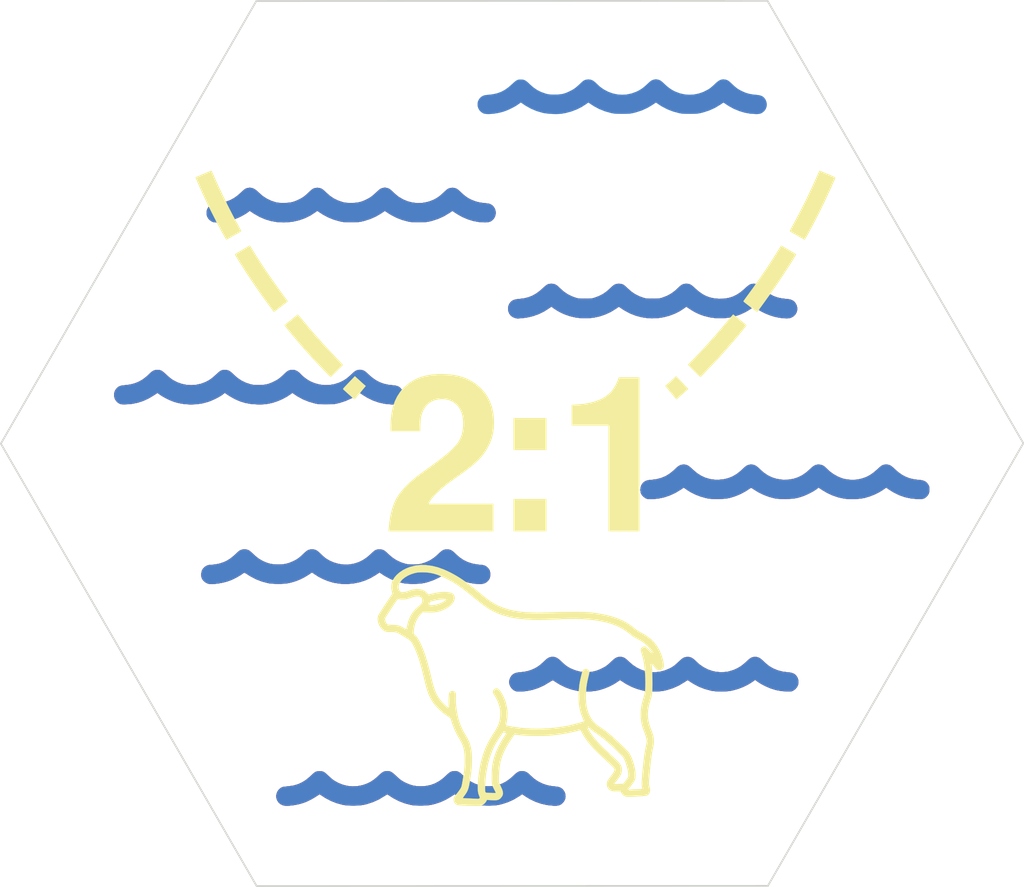
<source format=kicad_pcb>
(kicad_pcb (version 20171130) (host pcbnew 5.1.5+dfsg1-2build2)

  (general
    (thickness 1.6)
    (drawings 7)
    (tracks 0)
    (zones 0)
    (modules 4)
    (nets 1)
  )

  (page A4)
  (layers
    (0 F.Cu signal)
    (31 B.Cu signal)
    (32 B.Adhes user)
    (33 F.Adhes user)
    (34 B.Paste user)
    (35 F.Paste user)
    (36 B.SilkS user)
    (37 F.SilkS user)
    (38 B.Mask user)
    (39 F.Mask user)
    (40 Dwgs.User user)
    (41 Cmts.User user)
    (42 Eco1.User user)
    (43 Eco2.User user)
    (44 Edge.Cuts user)
    (45 Margin user)
    (46 B.CrtYd user)
    (47 F.CrtYd user)
    (48 B.Fab user)
    (49 F.Fab user)
  )

  (setup
    (last_trace_width 0.25)
    (trace_clearance 0.2)
    (zone_clearance 0.508)
    (zone_45_only no)
    (trace_min 0.2)
    (via_size 0.6)
    (via_drill 0.4)
    (via_min_size 0.4)
    (via_min_drill 0.3)
    (uvia_size 0.3)
    (uvia_drill 0.1)
    (uvias_allowed no)
    (uvia_min_size 0.2)
    (uvia_min_drill 0.1)
    (edge_width 0.15)
    (segment_width 0.2)
    (pcb_text_width 0.3)
    (pcb_text_size 1.5 1.5)
    (mod_edge_width 0.15)
    (mod_text_size 1 1)
    (mod_text_width 0.15)
    (pad_size 1.524 1.524)
    (pad_drill 0.762)
    (pad_to_mask_clearance 0.2)
    (aux_axis_origin 0 0)
    (visible_elements FFFFFF7F)
    (pcbplotparams
      (layerselection 0x010f0_ffffffff)
      (usegerberextensions false)
      (usegerberattributes false)
      (usegerberadvancedattributes false)
      (creategerberjobfile false)
      (excludeedgelayer true)
      (linewidth 0.100000)
      (plotframeref false)
      (viasonmask false)
      (mode 1)
      (useauxorigin false)
      (hpglpennumber 1)
      (hpglpenspeed 20)
      (hpglpendiameter 15.000000)
      (psnegative false)
      (psa4output false)
      (plotreference true)
      (plotvalue true)
      (plotinvisibletext false)
      (padsonsilk false)
      (subtractmaskfromsilk false)
      (outputformat 1)
      (mirror false)
      (drillshape 0)
      (scaleselection 1)
      (outputdirectory "gerbers/"))
  )

  (net 0 "")

  (net_class Default "This is the default net class."
    (clearance 0.2)
    (trace_width 0.25)
    (via_dia 0.6)
    (via_drill 0.4)
    (uvia_dia 0.3)
    (uvia_drill 0.1)
  )

  (module LOGO (layer F.Cu) (tedit 0) (tstamp 0)
    (at 0 0)
    (fp_text reference G*** (at 0 0) (layer F.SilkS) hide
      (effects (font (size 1.524 1.524) (thickness 0.3)))
    )
    (fp_text value LOGO (at 0.75 0) (layer F.SilkS) hide
      (effects (font (size 1.524 1.524) (thickness 0.3)))
    )
    (fp_poly (pts (xy 0.63417 19.203728) (xy 0.75421 19.226183) (xy 0.862424 19.27366) (xy 0.968499 19.351473)
      (xy 1.05281 19.433284) (xy 1.275535 19.638507) (xy 1.519688 19.807504) (xy 1.783436 19.939421)
      (xy 2.064947 20.033402) (xy 2.362389 20.088592) (xy 2.480273 20.099286) (xy 2.63506 20.11521)
      (xy 2.756937 20.142473) (xy 2.854566 20.184416) (xy 2.936609 20.244386) (xy 2.985396 20.294291)
      (xy 3.070753 20.420613) (xy 3.118581 20.558315) (xy 3.129053 20.700571) (xy 3.102345 20.840553)
      (xy 3.038631 20.971435) (xy 2.965798 21.060385) (xy 2.884051 21.132067) (xy 2.799828 21.181795)
      (xy 2.704065 21.212189) (xy 2.5877 21.225865) (xy 2.441668 21.225441) (xy 2.400932 21.223518)
      (xy 2.04399 21.18385) (xy 1.693804 21.104427) (xy 1.355476 20.986966) (xy 1.034109 20.833184)
      (xy 0.784538 20.679622) (xy 0.594088 20.54918) (xy 0.398714 20.679864) (xy 0.088497 20.864501)
      (xy -0.236121 21.012091) (xy -0.580882 21.125046) (xy -0.769456 21.170774) (xy -0.927245 21.196329)
      (xy -1.113872 21.212885) (xy -1.316942 21.22044) (xy -1.524063 21.218988) (xy -1.722842 21.208528)
      (xy -1.900886 21.189054) (xy -2.001618 21.171133) (xy -2.340254 21.082071) (xy -2.652942 20.965508)
      (xy -2.948818 20.817632) (xy -3.15821 20.68854) (xy -3.3655 20.550542) (xy -3.57279 20.68854)
      (xy -3.870905 20.866342) (xy -4.178667 21.007781) (xy -4.504964 21.116579) (xy -4.720166 21.16921)
      (xy -4.86996 21.193589) (xy -5.048204 21.210289) (xy -5.242795 21.219197) (xy -5.441629 21.220197)
      (xy -5.632602 21.213176) (xy -5.803612 21.19802) (xy -5.915315 21.180485) (xy -6.278 21.086934)
      (xy -6.626238 20.954356) (xy -6.961695 20.782006) (xy -7.286039 20.569139) (xy -7.289939 20.566286)
      (xy -7.32063 20.56893) (xy -7.381044 20.598222) (xy -7.468955 20.653036) (xy -7.490655 20.667654)
      (xy -7.804746 20.856035) (xy -8.141342 21.009177) (xy -8.498021 21.126056) (xy -8.678333 21.169552)
      (xy -8.842471 21.196065) (xy -9.034683 21.213107) (xy -9.242493 21.220667) (xy -9.453422 21.218736)
      (xy -9.654993 21.207302) (xy -9.834728 21.186354) (xy -9.920571 21.170599) (xy -10.284237 21.071296)
      (xy -10.62832 20.934507) (xy -10.953236 20.760057) (xy -11.062274 20.690223) (xy -11.143156 20.636418)
      (xy -11.209958 20.592497) (xy -11.255575 20.563096) (xy -11.272847 20.552834) (xy -11.291362 20.563858)
      (xy -11.337767 20.593785) (xy -11.404822 20.637896) (xy -11.47626 20.685431) (xy -11.746032 20.848342)
      (xy -12.024154 20.983536) (xy -12.140932 21.030546) (xy -12.311605 21.087755) (xy -12.494177 21.136579)
      (xy -12.681286 21.17605) (xy -12.865569 21.205199) (xy -13.039663 21.223057) (xy -13.196205 21.228655)
      (xy -13.327833 21.221025) (xy -13.42596 21.199638) (xy -13.56865 21.12909) (xy -13.679543 21.030597)
      (xy -13.758621 20.904176) (xy -13.800295 20.777107) (xy -13.810655 20.644778) (xy -13.786797 20.513024)
      (xy -13.733527 20.38916) (xy -13.65565 20.280498) (xy -13.557972 20.194353) (xy -13.4453 20.138036)
      (xy -13.369293 20.121223) (xy -13.311323 20.114801) (xy -13.224658 20.10551) (xy -13.122718 20.094778)
      (xy -13.051977 20.087433) (xy -12.780015 20.043572) (xy -12.528694 19.968855) (xy -12.292526 19.860629)
      (xy -12.066023 19.716241) (xy -11.843699 19.533041) (xy -11.77925 19.472299) (xy -11.677562 19.375969)
      (xy -11.59649 19.306352) (xy -11.527798 19.259186) (xy -11.46325 19.230206) (xy -11.394608 19.21515)
      (xy -11.313637 19.209754) (xy -11.27125 19.209341) (xy -11.185802 19.211468) (xy -11.115556 19.220583)
      (xy -11.052702 19.240793) (xy -10.989431 19.276202) (xy -10.917932 19.330918) (xy -10.830395 19.409044)
      (xy -10.753876 19.481311) (xy -10.66586 19.562617) (xy -10.576266 19.640711) (xy -10.495649 19.706657)
      (xy -10.435166 19.751124) (xy -10.177215 19.897043) (xy -9.90752 20.004123) (xy -9.629698 20.071846)
      (xy -9.347366 20.099695) (xy -9.064141 20.087154) (xy -8.78364 20.033705) (xy -8.677914 20.002363)
      (xy -8.463175 19.921203) (xy -8.269511 19.822898) (xy -8.086301 19.70089) (xy -7.902925 19.548618)
      (xy -7.82484 19.475544) (xy -7.720812 19.378127) (xy -7.636927 19.307699) (xy -7.56525 19.259565)
      (xy -7.497848 19.229033) (xy -7.426787 19.211406) (xy -7.365497 19.203758) (xy -7.266105 19.200755)
      (xy -7.177637 19.213679) (xy -7.092428 19.246209) (xy -7.002815 19.302027) (xy -6.901134 19.384811)
      (xy -6.806989 19.471931) (xy -6.686347 19.58484) (xy -6.583901 19.673325) (xy -6.489627 19.744519)
      (xy -6.3935 19.805555) (xy -6.285495 19.863563) (xy -6.195022 19.90733) (xy -5.989949 19.993061)
      (xy -5.794608 20.050553) (xy -5.593495 20.08322) (xy -5.371107 20.094475) (xy -5.344583 20.094553)
      (xy -5.053429 20.07659) (xy -4.781079 20.022557) (xy -4.524544 19.931191) (xy -4.280836 19.801231)
      (xy -4.046965 19.631415) (xy -3.871939 19.472931) (xy -3.76565 19.372356) (xy -3.677529 19.300113)
      (xy -3.599348 19.251439) (xy -3.52288 19.221572) (xy -3.439895 19.205748) (xy -3.404626 19.202402)
      (xy -3.302211 19.201018) (xy -3.211967 19.21627) (xy -3.125693 19.252098) (xy -3.035188 19.312441)
      (xy -2.932249 19.401239) (xy -2.87366 19.457435) (xy -2.64287 19.661465) (xy -2.406553 19.824553)
      (xy -2.161625 19.948019) (xy -1.905002 20.033184) (xy -1.633601 20.081368) (xy -1.386416 20.094235)
      (xy -1.101902 20.077176) (xy -0.835419 20.025017) (xy -0.583544 19.936287) (xy -0.342851 19.809517)
      (xy -0.109917 19.643236) (xy 0.097532 19.456999) (xy 0.211101 19.351378) (xy 0.308742 19.276766)
      (xy 0.398572 19.22933) (xy 0.488711 19.205239) (xy 0.587278 19.200661) (xy 0.63417 19.203728)) (layer B.Cu) (width 0.01))
    (fp_poly (pts (xy 6.426558 12.515944) (xy 6.513638 12.538224) (xy 6.598467 12.580764) (xy 6.689438 12.64799)
      (xy 6.794945 12.744325) (xy 6.81885 12.767791) (xy 7.051009 12.97086) (xy 7.297928 13.136282)
      (xy 7.556814 13.263564) (xy 7.824873 13.352212) (xy 8.099311 13.401731) (xy 8.377334 13.411628)
      (xy 8.656151 13.381409) (xy 8.932966 13.310579) (xy 9.204988 13.198644) (xy 9.218084 13.192125)
      (xy 9.328741 13.133682) (xy 9.424645 13.075268) (xy 9.515849 13.009469) (xy 9.612404 12.928874)
      (xy 9.724363 12.826069) (xy 9.758337 12.793733) (xy 9.863439 12.695587) (xy 9.947841 12.624138)
      (xy 10.019438 12.574874) (xy 10.08613 12.54328) (xy 10.155814 12.524841) (xy 10.236387 12.515044)
      (xy 10.247348 12.514221) (xy 10.374126 12.517689) (xy 10.489304 12.549816) (xy 10.600676 12.614172)
      (xy 10.716038 12.714329) (xy 10.742084 12.740852) (xy 10.96727 12.946662) (xy 11.213204 13.117522)
      (xy 11.476542 13.251441) (xy 11.753944 13.346426) (xy 11.760797 13.348224) (xy 11.970398 13.3883)
      (xy 12.196648 13.406251) (xy 12.423963 13.401886) (xy 12.636757 13.375013) (xy 12.706498 13.359868)
      (xy 12.970516 13.279129) (xy 13.210875 13.170843) (xy 13.435351 13.030612) (xy 13.651721 12.85404)
      (xy 13.726584 12.783224) (xy 13.840296 12.677341) (xy 13.936804 12.601392) (xy 14.023937 12.551171)
      (xy 14.109524 12.522476) (xy 14.201394 12.5111) (xy 14.234584 12.51043) (xy 14.329331 12.516929)
      (xy 14.415507 12.539214) (xy 14.500941 12.581467) (xy 14.593461 12.64787) (xy 14.700897 12.742605)
      (xy 14.741286 12.781116) (xy 14.830146 12.863708) (xy 14.9238 12.94525) (xy 15.010126 13.015465)
      (xy 15.068087 13.05816) (xy 15.310677 13.197803) (xy 15.576213 13.304449) (xy 15.858903 13.376184)
      (xy 16.132773 13.409929) (xy 16.305396 13.430011) (xy 16.443454 13.467636) (xy 16.551664 13.524568)
      (xy 16.628793 13.595373) (xy 16.713827 13.725746) (xy 16.760704 13.865369) (xy 16.770634 14.007928)
      (xy 16.744828 14.14711) (xy 16.684496 14.276599) (xy 16.59085 14.390081) (xy 16.465101 14.481244)
      (xy 16.458203 14.48499) (xy 16.417953 14.504189) (xy 16.375978 14.517053) (xy 16.323034 14.524693)
      (xy 16.249877 14.528222) (xy 16.147262 14.528749) (xy 16.09725 14.528381) (xy 15.77166 14.506763)
      (xy 15.452252 14.447227) (xy 15.134604 14.348622) (xy 14.814291 14.209799) (xy 14.753167 14.178988)
      (xy 14.644603 14.120542) (xy 14.534822 14.057127) (xy 14.43746 13.996853) (xy 14.372654 13.952682)
      (xy 14.235557 13.851741) (xy 14.082655 13.961443) (xy 13.825654 14.123875) (xy 13.53871 14.265586)
      (xy 13.230679 14.382784) (xy 12.91042 14.471678) (xy 12.869334 14.480747) (xy 12.702898 14.507636)
      (xy 12.508925 14.524686) (xy 12.300138 14.531881) (xy 12.089258 14.529202) (xy 11.889009 14.516632)
      (xy 11.712112 14.494155) (xy 11.650882 14.482416) (xy 11.286653 14.384636) (xy 10.946943 14.253338)
      (xy 10.628974 14.087363) (xy 10.482183 13.994315) (xy 10.403572 13.941907) (xy 10.338825 13.899589)
      (xy 10.29538 13.872169) (xy 10.280775 13.864167) (xy 10.261158 13.875226) (xy 10.213662 13.905304)
      (xy 10.145508 13.94975) (xy 10.067441 14.001556) (xy 9.752673 14.186664) (xy 9.416999 14.335493)
      (xy 9.062986 14.446998) (xy 8.868834 14.490598) (xy 8.713879 14.512797) (xy 8.530685 14.526321)
      (xy 8.331869 14.531267) (xy 8.130048 14.527733) (xy 7.937838 14.515814) (xy 7.767856 14.495609)
      (xy 7.690956 14.481544) (xy 7.33055 14.385121) (xy 6.992071 14.253635) (xy 6.671297 14.085316)
      (xy 6.525517 13.993024) (xy 6.446643 13.940917) (xy 6.381214 13.898913) (xy 6.336867 13.871841)
      (xy 6.321556 13.864167) (xy 6.300532 13.87572) (xy 6.253484 13.906721) (xy 6.188597 13.951682)
      (xy 6.14944 13.979535) (xy 5.945374 14.109267) (xy 5.711551 14.229493) (xy 5.460321 14.33511)
      (xy 5.20403 14.421013) (xy 4.955028 14.482097) (xy 4.916145 14.489323) (xy 4.548963 14.533532)
      (xy 4.186337 14.535772) (xy 3.829075 14.496238) (xy 3.477986 14.415128) (xy 3.133877 14.292639)
      (xy 2.797556 14.128968) (xy 2.469833 13.924312) (xy 2.402967 13.876718) (xy 2.373293 13.877964)
      (xy 2.314819 13.905049) (xy 2.22616 13.958672) (xy 2.178952 13.989701) (xy 1.862159 14.177663)
      (xy 1.532472 14.327021) (xy 1.192774 14.436815) (xy 0.845947 14.506082) (xy 0.551437 14.532236)
      (xy 0.424035 14.535046) (xy 0.328298 14.531735) (xy 0.253904 14.521597) (xy 0.204048 14.508496)
      (xy 0.086684 14.449746) (xy -0.01572 14.358566) (xy -0.09678 14.243982) (xy -0.150112 14.11502)
      (xy -0.169333 13.980706) (xy -0.169333 13.980584) (xy -0.152095 13.85613) (xy -0.105276 13.729585)
      (xy -0.036215 13.619568) (xy -0.019264 13.599971) (xy 0.06186 13.526376) (xy 0.154329 13.473423)
      (xy 0.266947 13.437742) (xy 0.408517 13.415965) (xy 0.47625 13.410321) (xy 0.716205 13.383912)
      (xy 0.932579 13.337566) (xy 1.140715 13.267985) (xy 1.143 13.267085) (xy 1.320991 13.188065)
      (xy 1.483606 13.09571) (xy 1.640519 12.983369) (xy 1.801405 12.844389) (xy 1.908678 12.740641)
      (xy 2.018073 12.639843) (xy 2.115831 12.571174) (xy 2.211261 12.529977) (xy 2.313674 12.511593)
      (xy 2.370667 12.5095) (xy 2.465043 12.515446) (xy 2.550114 12.536059) (xy 2.633728 12.575502)
      (xy 2.723737 12.637937) (xy 2.827988 12.727527) (xy 2.887857 12.783756) (xy 3.006135 12.894568)
      (xy 3.105741 12.981078) (xy 3.196335 13.050438) (xy 3.287581 13.109801) (xy 3.38914 13.166317)
      (xy 3.439584 13.192125) (xy 3.687348 13.296202) (xy 3.947631 13.367941) (xy 4.211166 13.405614)
      (xy 4.468686 13.407494) (xy 4.553304 13.399663) (xy 4.726586 13.374394) (xy 4.875413 13.341079)
      (xy 5.017562 13.294584) (xy 5.17081 13.22978) (xy 5.217584 13.207914) (xy 5.341735 13.146314)
      (xy 5.446145 13.087178) (xy 5.540984 13.023213) (xy 5.636419 12.947127) (xy 5.742619 12.851627)
      (xy 5.827942 12.77016) (xy 5.940751 12.666604) (xy 6.037126 12.593093) (xy 6.125359 12.545313)
      (xy 6.213743 12.518949) (xy 6.310569 12.509685) (xy 6.328833 12.5095) (xy 6.426558 12.515944)) (layer B.Cu) (width 0.01))
    (fp_poly (pts (xy -15.533893 6.224295) (xy -15.497025 6.234646) (xy -15.444883 6.253724) (xy -15.393216 6.281995)
      (xy -15.334567 6.324894) (xy -15.261476 6.387854) (xy -15.170213 6.472771) (xy -15.031467 6.599782)
      (xy -14.90796 6.701214) (xy -14.788777 6.784773) (xy -14.663004 6.858169) (xy -14.532367 6.923212)
      (xy -14.342672 7.001669) (xy -14.156778 7.055152) (xy -13.961245 7.086479) (xy -13.742634 7.098466)
      (xy -13.694833 7.098791) (xy -13.474241 7.090756) (xy -13.279003 7.064599) (xy -13.094902 7.017237)
      (xy -12.907722 6.945588) (xy -12.835082 6.912421) (xy -12.716355 6.853851) (xy -12.616212 6.797886)
      (xy -12.525003 6.737648) (xy -12.433078 6.666254) (xy -12.330789 6.576826) (xy -12.221778 6.475127)
      (xy -12.127351 6.387228) (xy -12.054678 6.324645) (xy -11.996379 6.281986) (xy -11.945072 6.253857)
      (xy -11.893374 6.234864) (xy -11.892641 6.234646) (xy -11.780124 6.208466) (xy -11.681347 6.205093)
      (xy -11.574874 6.224545) (xy -11.537796 6.234961) (xy -11.485808 6.2538) (xy -11.435069 6.281245)
      (xy -11.378081 6.322788) (xy -11.307343 6.383921) (xy -11.215353 6.470138) (xy -11.211163 6.47415)
      (xy -11.123435 6.556214) (xy -11.036878 6.633716) (xy -10.960639 6.698681) (xy -10.903865 6.743138)
      (xy -10.897115 6.747872) (xy -10.66424 6.883779) (xy -10.411092 6.989304) (xy -10.145789 7.06245)
      (xy -9.87645 7.101223) (xy -9.611193 7.103625) (xy -9.495858 7.09238) (xy -9.219944 7.038653)
      (xy -8.963539 6.95231) (xy -8.721781 6.830915) (xy -8.489805 6.672029) (xy -8.265583 6.475966)
      (xy -8.163451 6.379335) (xy -8.081915 6.309558) (xy -8.012881 6.262358) (xy -7.948255 6.233459)
      (xy -7.879944 6.218585) (xy -7.799854 6.213461) (xy -7.768166 6.21318) (xy -7.672005 6.217084)
      (xy -7.591068 6.231874) (xy -7.516705 6.262009) (xy -7.44027 6.311951) (xy -7.353115 6.386159)
      (xy -7.260973 6.474791) (xy -7.02776 6.678996) (xy -6.778778 6.844238) (xy -6.512313 6.971487)
      (xy -6.226651 7.061712) (xy -6.220973 7.063087) (xy -6.088522 7.085591) (xy -5.929405 7.098042)
      (xy -5.757398 7.100601) (xy -5.586279 7.093427) (xy -5.429823 7.076679) (xy -5.30912 7.052534)
      (xy -5.043877 6.965599) (xy -4.80505 6.853184) (xy -4.583539 6.71007) (xy -4.370238 6.531033)
      (xy -4.325636 6.488382) (xy -4.219601 6.387767) (xy -4.133545 6.314727) (xy -4.059519 6.265022)
      (xy -3.989573 6.234413) (xy -3.915758 6.21866) (xy -3.830126 6.213524) (xy -3.81 6.213398)
      (xy -3.717435 6.217196) (xy -3.639027 6.231498) (xy -3.566483 6.260667) (xy -3.491513 6.309066)
      (xy -3.405824 6.381059) (xy -3.301126 6.481007) (xy -3.300773 6.481356) (xy -3.07963 6.676554)
      (xy -2.84921 6.833206) (xy -2.604657 6.953496) (xy -2.341116 7.039605) (xy -2.053728 7.093715)
      (xy -1.903443 7.109153) (xy -1.768761 7.122421) (xy -1.666381 7.14053) (xy -1.586293 7.166926)
      (xy -1.518488 7.205057) (xy -1.452956 7.258371) (xy -1.44277 7.267828) (xy -1.362516 7.357413)
      (xy -1.312138 7.452223) (xy -1.286802 7.564383) (xy -1.281316 7.672917) (xy -1.290207 7.806716)
      (xy -1.320194 7.913882) (xy -1.376249 8.006922) (xy -1.44277 8.079178) (xy -1.536517 8.153366)
      (xy -1.639786 8.201393) (xy -1.76298 8.226833) (xy -1.8917 8.233369) (xy -2.199501 8.214963)
      (xy -2.515407 8.159955) (xy -2.831419 8.070889) (xy -3.139537 7.950314) (xy -3.431762 7.800776)
      (xy -3.616964 7.684087) (xy -3.805797 7.554752) (xy -3.979263 7.672869) (xy -4.282653 7.855363)
      (xy -4.60939 8.007192) (xy -4.949836 8.124226) (xy -5.150095 8.174604) (xy -5.298575 8.198987)
      (xy -5.475973 8.215527) (xy -5.670849 8.224212) (xy -5.871763 8.225033) (xy -6.067273 8.217979)
      (xy -6.24594 8.203041) (xy -6.396323 8.180207) (xy -6.417368 8.175738) (xy -6.775972 8.076739)
      (xy -7.111254 7.944293) (xy -7.428479 7.776173) (xy -7.559359 7.693217) (xy -7.765131 7.556229)
      (xy -7.966503 7.692759) (xy -8.273516 7.875705) (xy -8.598553 8.021784) (xy -8.937662 8.130308)
      (xy -9.286889 8.200592) (xy -9.642283 8.23195) (xy -9.99989 8.223696) (xy -10.355759 8.175145)
      (xy -10.526137 8.136986) (xy -10.801064 8.052579) (xy -11.074139 7.941002) (xy -11.332817 7.808126)
      (xy -11.564548 7.659821) (xy -11.597287 7.635801) (xy -11.671735 7.585527) (xy -11.720242 7.565919)
      (xy -11.739019 7.569239) (xy -11.984481 7.731809) (xy -12.213285 7.865308) (xy -12.434876 7.973993)
      (xy -12.658699 8.062121) (xy -12.8942 8.133949) (xy -13.102166 8.183566) (xy -13.222783 8.202414)
      (xy -13.374389 8.215544) (xy -13.546029 8.222949) (xy -13.726745 8.224619) (xy -13.905582 8.220547)
      (xy -14.071582 8.210724) (xy -14.21379 8.195141) (xy -14.276149 8.184467) (xy -14.639989 8.0907)
      (xy -14.983037 7.960441) (xy -15.307331 7.792849) (xy -15.465393 7.693242) (xy -15.557813 7.633969)
      (xy -15.630986 7.592442) (xy -15.679596 7.571474) (xy -15.696647 7.570863) (xy -15.894755 7.708757)
      (xy -16.117994 7.840884) (xy -16.349333 7.957663) (xy -16.497574 8.021435) (xy -16.657681 8.077936)
      (xy -16.832557 8.127353) (xy -17.014979 8.16869) (xy -17.197723 8.200949) (xy -17.373569 8.223135)
      (xy -17.535293 8.234252) (xy -17.675672 8.233303) (xy -17.787484 8.219292) (xy -17.833907 8.205765)
      (xy -17.97461 8.131459) (xy -18.085122 8.02948) (xy -18.116837 7.986539) (xy -18.166077 7.899121)
      (xy -18.193593 7.811867) (xy -18.20243 7.710476) (xy -18.197806 7.605939) (xy -18.166637 7.463334)
      (xy -18.100469 7.339472) (xy -18.004046 7.238513) (xy -17.882111 7.164622) (xy -17.73941 7.12196)
      (xy -17.635888 7.112929) (xy -17.490079 7.103895) (xy -17.325165 7.080996) (xy -17.160829 7.047322)
      (xy -17.078067 7.025398) (xy -16.875633 6.955577) (xy -16.688909 6.866807) (xy -16.50928 6.753823)
      (xy -16.328133 6.611357) (xy -16.180646 6.476768) (xy -16.087493 6.388987) (xy -16.015987 6.326532)
      (xy -15.958709 6.283946) (xy -15.908243 6.255775) (xy -15.857172 6.236563) (xy -15.85187 6.234961)
      (xy -15.738823 6.208581) (xy -15.639977 6.205032) (xy -15.533893 6.224295)) (layer B.Cu) (width 0.01))
    (fp_poly (pts (xy 14.103368 1.247515) (xy 14.195863 1.272767) (xy 14.287151 1.320012) (xy 14.385148 1.39347)
      (xy 14.497771 1.497362) (xy 14.513379 1.512805) (xy 14.739702 1.713455) (xy 14.975828 1.873571)
      (xy 15.224431 1.994351) (xy 15.488184 2.076989) (xy 15.769761 2.122681) (xy 15.896167 2.131234)
      (xy 16.189295 2.124568) (xy 16.467168 2.079204) (xy 16.731269 1.994553) (xy 16.983081 1.87003)
      (xy 17.224085 1.705046) (xy 17.43075 1.52365) (xy 17.544251 1.417679) (xy 17.639224 1.340808)
      (xy 17.723314 1.288861) (xy 17.804164 1.257665) (xy 17.889419 1.243044) (xy 17.949334 1.240461)
      (xy 18.077773 1.251128) (xy 18.190628 1.288136) (xy 18.297491 1.356084) (xy 18.407957 1.459571)
      (xy 18.409242 1.460939) (xy 18.606386 1.644839) (xy 18.829632 1.807025) (xy 19.069334 1.941645)
      (xy 19.315844 2.042847) (xy 19.420417 2.074335) (xy 19.593766 2.109058) (xy 19.789325 2.129161)
      (xy 19.99026 2.133995) (xy 20.179737 2.12291) (xy 20.284576 2.107664) (xy 20.526693 2.049307)
      (xy 20.748123 1.967827) (xy 20.956784 1.859006) (xy 21.160598 1.718625) (xy 21.367485 1.542464)
      (xy 21.396394 1.515417) (xy 21.504888 1.415515) (xy 21.592447 1.342735) (xy 21.666712 1.292964)
      (xy 21.735325 1.262092) (xy 21.805929 1.246005) (xy 21.886165 1.240594) (xy 21.9075 1.240427)
      (xy 21.998512 1.244741) (xy 22.076723 1.260628) (xy 22.150693 1.292505) (xy 22.228981 1.344789)
      (xy 22.320147 1.421898) (xy 22.395332 1.49217) (xy 22.617387 1.687095) (xy 22.837849 1.843296)
      (xy 23.06296 1.963653) (xy 23.298961 2.051044) (xy 23.552096 2.108348) (xy 23.791334 2.135985)
      (xy 23.955443 2.153604) (xy 24.085262 2.182481) (xy 24.188149 2.226313) (xy 24.271466 2.288795)
      (xy 24.342573 2.373622) (xy 24.379124 2.431106) (xy 24.409501 2.488824) (xy 24.427041 2.543291)
      (xy 24.43507 2.60991) (xy 24.436917 2.69875) (xy 24.428746 2.83183) (xy 24.400843 2.938043)
      (xy 24.348127 3.030238) (xy 24.272442 3.114603) (xy 24.208318 3.17083) (xy 24.144067 3.21122)
      (xy 24.071537 3.237744) (xy 23.982578 3.252375) (xy 23.869039 3.257085) (xy 23.722769 3.253848)
      (xy 23.700819 3.252941) (xy 23.345062 3.217695) (xy 23.002846 3.14274) (xy 22.672692 3.027581)
      (xy 22.353121 2.871724) (xy 22.10858 2.720452) (xy 21.907542 2.584149) (xy 21.752639 2.695287)
      (xy 21.511913 2.847996) (xy 21.241814 2.983824) (xy 20.953601 3.097779) (xy 20.65853 3.184865)
      (xy 20.637798 3.189853) (xy 20.464194 3.221874) (xy 20.262377 3.244167) (xy 20.045432 3.256308)
      (xy 19.826446 3.257873) (xy 19.618502 3.24844) (xy 19.440894 3.228564) (xy 19.102568 3.155361)
      (xy 18.768184 3.042881) (xy 18.445107 2.894039) (xy 18.146891 2.715933) (xy 17.944396 2.579593)
      (xy 17.89924 2.621037) (xy 17.814974 2.687578) (xy 17.699797 2.763178) (xy 17.56277 2.842949)
      (xy 17.412951 2.922006) (xy 17.259402 2.995461) (xy 17.111182 3.058428) (xy 17.036637 3.086317)
      (xy 16.869739 3.141769) (xy 16.717736 3.18366) (xy 16.569836 3.213655) (xy 16.415244 3.233416)
      (xy 16.243167 3.244607) (xy 16.042813 3.248894) (xy 15.980834 3.249084) (xy 15.811722 3.248126)
      (xy 15.676825 3.244915) (xy 15.568059 3.238948) (xy 15.477342 3.229717) (xy 15.396589 3.216719)
      (xy 15.367 3.210722) (xy 15.053393 3.127031) (xy 14.743475 3.012131) (xy 14.448907 2.870989)
      (xy 14.181347 2.708568) (xy 14.171084 2.701499) (xy 14.092013 2.647769) (xy 14.039114 2.615676)
      (xy 14.004348 2.601917) (xy 13.979681 2.603188) (xy 13.959417 2.614492) (xy 13.672707 2.803147)
      (xy 13.391324 2.955127) (xy 13.108081 3.074198) (xy 13.031137 3.100933) (xy 12.879107 3.149518)
      (xy 12.746371 3.186423) (xy 12.622562 3.213173) (xy 12.497311 3.23129) (xy 12.360251 3.242298)
      (xy 12.201013 3.24772) (xy 12.022667 3.249084) (xy 11.866313 3.248502) (xy 11.743318 3.246306)
      (xy 11.644715 3.241823) (xy 11.56154 3.234376) (xy 11.484828 3.223292) (xy 11.405614 3.207895)
      (xy 11.36903 3.199888) (xy 11.047041 3.111092) (xy 10.738023 2.993001) (xy 10.450582 2.849355)
      (xy 10.21139 2.696982) (xy 10.054715 2.584573) (xy 9.854792 2.718239) (xy 9.547276 2.900914)
      (xy 9.226425 3.047704) (xy 8.896739 3.157178) (xy 8.562718 3.227909) (xy 8.228862 3.258469)
      (xy 8.149481 3.259667) (xy 8.044536 3.258729) (xy 7.970055 3.254549) (xy 7.914181 3.245074)
      (xy 7.865061 3.228251) (xy 7.810841 3.202029) (xy 7.808012 3.200554) (xy 7.700162 3.125966)
      (xy 7.610426 3.028732) (xy 7.549001 2.920756) (xy 7.536299 2.883424) (xy 7.513765 2.733164)
      (xy 7.527139 2.585167) (xy 7.574136 2.448025) (xy 7.652473 2.33033) (xy 7.694482 2.28849)
      (xy 7.762677 2.235054) (xy 7.832951 2.196316) (xy 7.915124 2.16911) (xy 8.019019 2.150271)
      (xy 8.154456 2.136636) (xy 8.169321 2.135496) (xy 8.464879 2.096796) (xy 8.735899 2.025725)
      (xy 8.987259 1.920053) (xy 9.223836 1.777551) (xy 9.450509 1.595991) (xy 9.544399 1.507089)
      (xy 9.655304 1.402863) (xy 9.749869 1.328598) (xy 9.836498 1.27991) (xy 9.923597 1.252411)
      (xy 10.019573 1.241718) (xy 10.054167 1.241129) (xy 10.142726 1.246364) (xy 10.222491 1.264659)
      (xy 10.300779 1.300049) (xy 10.384911 1.356572) (xy 10.482207 1.438268) (xy 10.583334 1.533034)
      (xy 10.817 1.733207) (xy 11.061548 1.892573) (xy 11.317757 2.011436) (xy 11.586407 2.0901)
      (xy 11.868278 2.128868) (xy 12.117917 2.130724) (xy 12.403469 2.100117) (xy 12.668071 2.035735)
      (xy 12.915742 1.935737) (xy 13.150502 1.798285) (xy 13.376368 1.62154) (xy 13.512749 1.492381)
      (xy 13.627348 1.385477) (xy 13.729793 1.311245) (xy 13.828484 1.26535) (xy 13.931822 1.243457)
      (xy 14.00175 1.240036) (xy 14.103368 1.247515)) (layer B.Cu) (width 0.01))
    (fp_poly (pts (xy -8.813906 -4.30365) (xy -8.742536 -4.284498) (xy -8.688643 -4.26498) (xy -8.63652 -4.236717)
      (xy -8.578248 -4.193985) (xy -8.50591 -4.131063) (xy -8.424811 -4.054909) (xy -8.202853 -3.860212)
      (xy -7.982038 -3.704176) (xy -7.755871 -3.583821) (xy -7.517853 -3.49617) (xy -7.261488 -3.438244)
      (xy -7.016974 -3.4096) (xy -6.864821 -3.393436) (xy -6.746053 -3.368355) (xy -6.652088 -3.331023)
      (xy -6.574347 -3.278109) (xy -6.509518 -3.212494) (xy -6.427969 -3.087012) (xy -6.383196 -2.949359)
      (xy -6.374749 -2.806936) (xy -6.40218 -2.667146) (xy -6.465042 -2.537392) (xy -6.556883 -2.430423)
      (xy -6.630585 -2.371035) (xy -6.704851 -2.329461) (xy -6.788729 -2.303416) (xy -6.89127 -2.290617)
      (xy -7.02152 -2.28878) (xy -7.107101 -2.291565) (xy -7.464208 -2.327861) (xy -7.812154 -2.405339)
      (xy -8.149761 -2.523609) (xy -8.475854 -2.682278) (xy -8.705096 -2.822818) (xy -8.911775 -2.961134)
      (xy -9.112529 -2.825022) (xy -9.418836 -2.642541) (xy -9.749663 -2.493955) (xy -10.105746 -2.378955)
      (xy -10.287507 -2.335239) (xy -10.367352 -2.320387) (xy -10.453875 -2.309635) (xy -10.555363 -2.302452)
      (xy -10.680103 -2.298306) (xy -10.836382 -2.296666) (xy -10.89025 -2.296583) (xy -11.045274 -2.297208)
      (xy -11.167192 -2.299551) (xy -11.265217 -2.304319) (xy -11.348564 -2.312216) (xy -11.426448 -2.323946)
      (xy -11.508082 -2.340216) (xy -11.533304 -2.345778) (xy -11.898702 -2.448327) (xy -12.244512 -2.587708)
      (xy -12.569075 -2.763171) (xy -12.7983 -2.918547) (xy -12.86485 -2.96798) (xy -12.980354 -2.882653)
      (xy -13.199467 -2.73828) (xy -13.446326 -2.605793) (xy -13.706675 -2.491817) (xy -13.966255 -2.402974)
      (xy -14.075833 -2.373726) (xy -14.251839 -2.335062) (xy -14.414029 -2.308825) (xy -14.576173 -2.293749)
      (xy -14.752042 -2.288569) (xy -14.955406 -2.292019) (xy -14.962352 -2.292251) (xy -15.303883 -2.319278)
      (xy -15.623752 -2.377785) (xy -15.928933 -2.470042) (xy -16.2264 -2.598322) (xy -16.523126 -2.764895)
      (xy -16.634161 -2.836713) (xy -16.830408 -2.967981) (xy -16.876579 -2.925583) (xy -16.968954 -2.852732)
      (xy -17.093186 -2.772263) (xy -17.240575 -2.688698) (xy -17.402422 -2.606556) (xy -17.570027 -2.530358)
      (xy -17.734692 -2.464625) (xy -17.822705 -2.433963) (xy -18.144989 -2.349502) (xy -18.482889 -2.300163)
      (xy -18.828382 -2.285945) (xy -19.173446 -2.30685) (xy -19.510057 -2.362881) (xy -19.769666 -2.43358)
      (xy -19.948416 -2.49929) (xy -20.137683 -2.582203) (xy -20.323672 -2.675499) (xy -20.492585 -2.772362)
      (xy -20.602098 -2.844921) (xy -20.76778 -2.963841) (xy -20.960933 -2.834644) (xy -21.275802 -2.645529)
      (xy -21.593915 -2.497841) (xy -21.917973 -2.390676) (xy -22.250676 -2.323131) (xy -22.57425 -2.294939)
      (xy -22.707637 -2.291666) (xy -22.806623 -2.292621) (xy -22.878969 -2.298229) (xy -22.932435 -2.308911)
      (xy -22.952551 -2.315541) (xy -23.080543 -2.384962) (xy -23.18432 -2.484511) (xy -23.258802 -2.606903)
      (xy -23.298913 -2.744853) (xy -23.3045 -2.820419) (xy -23.294583 -2.958504) (xy -23.261911 -3.071216)
      (xy -23.202104 -3.171321) (xy -23.171196 -3.208887) (xy -23.101711 -3.279724) (xy -23.030994 -3.33109)
      (xy -22.949518 -3.366806) (xy -22.847756 -3.390697) (xy -22.716181 -3.406585) (xy -22.669007 -3.410397)
      (xy -22.369252 -3.449) (xy -22.095186 -3.519337) (xy -21.842375 -3.623397) (xy -21.606386 -3.763171)
      (xy -21.382783 -3.940648) (xy -21.288504 -4.02988) (xy -21.178207 -4.134723) (xy -21.085653 -4.210182)
      (xy -21.002962 -4.26057) (xy -20.922252 -4.290203) (xy -20.835645 -4.303393) (xy -20.785666 -4.305186)
      (xy -20.694797 -4.302656) (xy -20.618315 -4.290927) (xy -20.54818 -4.265856) (xy -20.476349 -4.223298)
      (xy -20.394782 -4.159107) (xy -20.295436 -4.069141) (xy -20.256981 -4.032709) (xy -20.149701 -3.935164)
      (xy -20.037339 -3.841194) (xy -19.931726 -3.76034) (xy -19.854526 -3.708085) (xy -19.600946 -3.576253)
      (xy -19.334007 -3.482781) (xy -19.058258 -3.427668) (xy -18.778249 -3.410915) (xy -18.498527 -3.432521)
      (xy -18.223641 -3.492487) (xy -17.958141 -3.590812) (xy -17.737473 -3.708085) (xy -17.647358 -3.769762)
      (xy -17.5402 -3.852858) (xy -17.42783 -3.947831) (xy -17.335019 -4.032709) (xy -17.22796 -4.132188)
      (xy -17.14136 -4.20451) (xy -17.067177 -4.253818) (xy -16.99737 -4.284258) (xy -16.923897 -4.299973)
      (xy -16.838717 -4.305109) (xy -16.806333 -4.305186) (xy -16.708422 -4.297978) (xy -16.620808 -4.274866)
      (xy -16.535372 -4.231455) (xy -16.443994 -4.16335) (xy -16.338554 -4.066154) (xy -16.307336 -4.035074)
      (xy -16.087488 -3.839049) (xy -15.852871 -3.680667) (xy -15.597561 -3.55648) (xy -15.333312 -3.467813)
      (xy -15.256407 -3.448875) (xy -15.180766 -3.435803) (xy -15.095799 -3.427618) (xy -14.990916 -3.42334)
      (xy -14.855527 -3.421989) (xy -14.837833 -3.421977) (xy -14.652265 -3.425693) (xy -14.496132 -3.438625)
      (xy -14.357045 -3.463449) (xy -14.222616 -3.502841) (xy -14.080453 -3.559475) (xy -13.974779 -3.608366)
      (xy -13.856324 -3.667539) (xy -13.757043 -3.723332) (xy -13.66723 -3.782689) (xy -13.577178 -3.852555)
      (xy -13.477182 -3.939874) (xy -13.364423 -4.045043) (xy -13.272233 -4.131131) (xy -13.20185 -4.192367)
      (xy -13.145581 -4.234263) (xy -13.095738 -4.26233) (xy -13.04463 -4.282082) (xy -13.025652 -4.287867)
      (xy -12.873266 -4.3117) (xy -12.725993 -4.294062) (xy -12.586096 -4.235722) (xy -12.455836 -4.137446)
      (xy -12.395628 -4.074268) (xy -12.305131 -3.982205) (xy -12.188459 -3.882062) (xy -12.057987 -3.783254)
      (xy -11.926092 -3.695193) (xy -11.813429 -3.63141) (xy -11.54537 -3.519403) (xy -11.267675 -3.446685)
      (xy -10.984812 -3.413339) (xy -10.701248 -3.419451) (xy -10.42145 -3.465104) (xy -10.149886 -3.550382)
      (xy -10.039529 -3.597957) (xy -9.90133 -3.667089) (xy -9.77925 -3.739316) (xy -9.662589 -3.82222)
      (xy -9.540643 -3.923384) (xy -9.40789 -4.045459) (xy -9.31431 -4.132693) (xy -9.242366 -4.194702)
      (xy -9.184542 -4.236956) (xy -9.133323 -4.264925) (xy -9.081191 -4.28408) (xy -9.079187 -4.284679)
      (xy -8.980329 -4.309432) (xy -8.898762 -4.31576) (xy -8.813906 -4.30365)) (layer B.Cu) (width 0.01))
    (fp_poly (pts (xy 2.320206 -9.355202) (xy 2.42748 -9.345934) (xy 2.524037 -9.315925) (xy 2.618732 -9.260574)
      (xy 2.720421 -9.175278) (xy 2.780542 -9.115984) (xy 3.004554 -8.912059) (xy 3.242862 -8.746443)
      (xy 3.500219 -8.616205) (xy 3.719368 -8.536635) (xy 3.790739 -8.515577) (xy 3.85308 -8.500408)
      (xy 3.915676 -8.490172) (xy 3.987813 -8.483913) (xy 4.078779 -8.480677) (xy 4.197859 -8.479507)
      (xy 4.275667 -8.479398) (xy 4.413432 -8.479859) (xy 4.518156 -8.481878) (xy 4.599127 -8.486413)
      (xy 4.665632 -8.494418) (xy 4.726958 -8.506851) (xy 4.792395 -8.524666) (xy 4.832103 -8.536675)
      (xy 5.090967 -8.632634) (xy 5.326495 -8.755603) (xy 5.547155 -8.910723) (xy 5.755566 -9.097332)
      (xy 5.860292 -9.196728) (xy 5.947445 -9.267481) (xy 6.025772 -9.314099) (xy 6.104021 -9.341095)
      (xy 6.19094 -9.352979) (xy 6.25475 -9.354737) (xy 6.352626 -9.350035) (xy 6.436006 -9.332898)
      (xy 6.513713 -9.298774) (xy 6.594574 -9.243113) (xy 6.687415 -9.161365) (xy 6.752167 -9.098274)
      (xy 6.970814 -8.903079) (xy 7.199383 -8.745532) (xy 7.445491 -8.621008) (xy 7.677397 -8.536675)
      (xy 7.74881 -8.515604) (xy 7.811169 -8.500425) (xy 7.873761 -8.490181) (xy 7.945875 -8.483918)
      (xy 8.036798 -8.480679) (xy 8.155818 -8.479507) (xy 8.233834 -8.479398) (xy 8.371608 -8.479859)
      (xy 8.476339 -8.48188) (xy 8.557314 -8.486416) (xy 8.623818 -8.494422) (xy 8.685138 -8.506853)
      (xy 8.750559 -8.524666) (xy 8.790132 -8.536635) (xy 9.065833 -8.641082) (xy 9.318742 -8.778596)
      (xy 9.553613 -8.952112) (xy 9.728958 -9.115984) (xy 9.837994 -9.219124) (xy 9.935315 -9.289865)
      (xy 10.029778 -9.332811) (xy 10.130237 -9.352562) (xy 10.189294 -9.355202) (xy 10.27907 -9.352652)
      (xy 10.354405 -9.341529) (xy 10.42326 -9.317743) (xy 10.493599 -9.277199) (xy 10.573382 -9.215807)
      (xy 10.670572 -9.129474) (xy 10.722227 -9.081284) (xy 10.94033 -8.892636) (xy 11.154967 -8.742493)
      (xy 11.372284 -8.628134) (xy 11.59843 -8.546837) (xy 11.839553 -8.495879) (xy 12.09675 -8.472736)
      (xy 12.385511 -8.477241) (xy 12.653356 -8.51573) (xy 12.904541 -8.589845) (xy 13.14332 -8.701227)
      (xy 13.373948 -8.851518) (xy 13.600682 -9.042358) (xy 13.619466 -9.060079) (xy 13.734055 -9.165786)
      (xy 13.828205 -9.243528) (xy 13.909243 -9.297296) (xy 13.984496 -9.33108) (xy 14.061292 -9.34887)
      (xy 14.146957 -9.354657) (xy 14.1605 -9.354737) (xy 14.258677 -9.34882) (xy 14.345944 -9.328218)
      (xy 14.430454 -9.288656) (xy 14.520358 -9.225857) (xy 14.623808 -9.135546) (xy 14.679084 -9.082716)
      (xy 14.889621 -8.895162) (xy 15.099719 -8.745844) (xy 15.316776 -8.631393) (xy 15.548188 -8.548442)
      (xy 15.801353 -8.493625) (xy 16.031165 -8.467244) (xy 16.195533 -8.448895) (xy 16.325384 -8.420289)
      (xy 16.427909 -8.37843) (xy 16.510297 -8.320323) (xy 16.579738 -8.242975) (xy 16.584224 -8.236867)
      (xy 16.659339 -8.101224) (xy 16.695796 -7.960292) (xy 16.695621 -7.820033) (xy 16.660844 -7.686407)
      (xy 16.59349 -7.565375) (xy 16.495589 -7.462895) (xy 16.369166 -7.38493) (xy 16.283666 -7.353319)
      (xy 16.192255 -7.335431) (xy 16.078855 -7.329581) (xy 15.93865 -7.335951) (xy 15.766821 -7.354725)
      (xy 15.599834 -7.379361) (xy 15.351505 -7.433297) (xy 15.090592 -7.515318) (xy 14.830051 -7.620096)
      (xy 14.582836 -7.7423) (xy 14.361902 -7.876602) (xy 14.320102 -7.905812) (xy 14.165806 -8.016514)
      (xy 13.999111 -7.901138) (xy 13.68755 -7.710668) (xy 13.360281 -7.558496) (xy 13.020545 -7.445094)
      (xy 12.671581 -7.370934) (xy 12.316629 -7.336488) (xy 11.958928 -7.342229) (xy 11.601717 -7.388629)
      (xy 11.248237 -7.47616) (xy 11.196577 -7.492591) (xy 10.96043 -7.579199) (xy 10.742121 -7.680386)
      (xy 10.525149 -7.80426) (xy 10.40695 -7.880616) (xy 10.203014 -8.01697) (xy 10.091549 -7.933621)
      (xy 9.817659 -7.754092) (xy 9.518082 -7.603856) (xy 9.199314 -7.48471) (xy 8.867854 -7.398451)
      (xy 8.530202 -7.346875) (xy 8.192854 -7.331778) (xy 7.958667 -7.344039) (xy 7.589777 -7.398804)
      (xy 7.238935 -7.491651) (xy 6.904622 -7.623119) (xy 6.585323 -7.793748) (xy 6.449813 -7.880951)
      (xy 6.252708 -8.014588) (xy 6.105563 -7.910926) (xy 5.798775 -7.720143) (xy 5.475551 -7.567074)
      (xy 5.13936 -7.45207) (xy 4.793674 -7.375486) (xy 4.441962 -7.337674) (xy 4.087696 -7.338988)
      (xy 3.734346 -7.379779) (xy 3.385382 -7.460402) (xy 3.044276 -7.581209) (xy 3.009489 -7.596052)
      (xy 2.83691 -7.678233) (xy 2.661028 -7.774968) (xy 2.498062 -7.876912) (xy 2.397141 -7.948818)
      (xy 2.303184 -8.020559) (xy 2.19405 -7.94153) (xy 1.884256 -7.742131) (xy 1.559931 -7.582325)
      (xy 1.220077 -7.461738) (xy 0.863692 -7.379993) (xy 0.60325 -7.345627) (xy 0.47999 -7.334616)
      (xy 0.389621 -7.328448) (xy 0.322983 -7.327095) (xy 0.270915 -7.330527) (xy 0.224257 -7.338713)
      (xy 0.201084 -7.344325) (xy 0.051117 -7.402005) (xy -0.069505 -7.488829) (xy -0.158469 -7.601854)
      (xy -0.213459 -7.738138) (xy -0.232162 -7.894738) (xy -0.232162 -7.895166) (xy -0.216496 -8.041747)
      (xy -0.167275 -8.169072) (xy -0.087605 -8.280169) (xy -0.014775 -8.346623) (xy 0.075714 -8.396721)
      (xy 0.19051 -8.432815) (xy 0.336259 -8.457256) (xy 0.441401 -8.467311) (xy 0.707015 -8.500613)
      (xy 0.950185 -8.560109) (xy 1.177489 -8.64885) (xy 1.39551 -8.769886) (xy 1.610825 -8.926269)
      (xy 1.809735 -9.101652) (xy 1.913903 -9.197515) (xy 1.998652 -9.266136) (xy 2.07274 -9.311865)
      (xy 2.144925 -9.339053) (xy 2.223968 -9.35205) (xy 2.318626 -9.355207) (xy 2.320206 -9.355202)) (layer B.Cu) (width 0.01))
    (fp_poly (pts (xy -7.353406 -14.97165) (xy -7.282036 -14.952498) (xy -7.228143 -14.93298) (xy -7.17602 -14.904717)
      (xy -7.117748 -14.861985) (xy -7.04541 -14.799063) (xy -6.964311 -14.722909) (xy -6.874791 -14.640003)
      (xy -6.782646 -14.559338) (xy -6.698737 -14.490157) (xy -6.634075 -14.441808) (xy -6.377476 -14.292161)
      (xy -6.108425 -14.181672) (xy -5.830344 -14.110816) (xy -5.546656 -14.080072) (xy -5.260783 -14.089915)
      (xy -4.976148 -14.140822) (xy -4.815416 -14.188518) (xy -4.598426 -14.275177) (xy -4.400992 -14.382414)
      (xy -4.212993 -14.516669) (xy -4.024305 -14.684382) (xy -4.002777 -14.705441) (xy -3.924044 -14.780058)
      (xy -3.848023 -14.846758) (xy -3.783972 -14.89772) (xy -3.744788 -14.923373) (xy -3.610183 -14.969147)
      (xy -3.463807 -14.978221) (xy -3.336181 -14.955867) (xy -3.282534 -14.937534) (xy -3.232785 -14.912662)
      (xy -3.179159 -14.875692) (xy -3.11388 -14.821066) (xy -3.02917 -14.743227) (xy -2.999735 -14.715399)
      (xy -2.860575 -14.588023) (xy -2.73674 -14.486335) (xy -2.617436 -14.402706) (xy -2.491873 -14.329506)
      (xy -2.364137 -14.266023) (xy -2.127663 -14.173964) (xy -1.873115 -14.111622) (xy -1.602411 -14.077779)
      (xy -1.497967 -14.067601) (xy -1.401569 -14.054064) (xy -1.325662 -14.03914) (xy -1.289627 -14.028207)
      (xy -1.166872 -13.955478) (xy -1.071115 -13.855927) (xy -1.003917 -13.736567) (xy -0.96684 -13.604415)
      (xy -0.961444 -13.466485) (xy -0.98929 -13.329794) (xy -1.051939 -13.201356) (xy -1.093416 -13.146343)
      (xy -1.184827 -13.058719) (xy -1.28828 -12.999725) (xy -1.412225 -12.966029) (xy -1.565113 -12.954299)
      (xy -1.580677 -12.954207) (xy -1.922429 -12.974821) (xy -2.262628 -13.036701) (xy -2.598061 -13.138812)
      (xy -2.925514 -13.28012) (xy -3.241772 -13.459588) (xy -3.328681 -13.517083) (xy -3.492946 -13.629316)
      (xy -3.677931 -13.504832) (xy -3.992872 -13.316792) (xy -4.324181 -13.166197) (xy -4.675934 -13.051307)
      (xy -4.828529 -13.013778) (xy -4.912827 -12.9961) (xy -4.990683 -12.983162) (xy -5.071306 -12.974262)
      (xy -5.163904 -12.968697) (xy -5.277688 -12.965766) (xy -5.421865 -12.964765) (xy -5.471583 -12.964737)
      (xy -5.638098 -12.965772) (xy -5.770645 -12.969105) (xy -5.877552 -12.975276) (xy -5.967149 -12.984826)
      (xy -6.047765 -12.998295) (xy -6.074833 -13.003913) (xy -6.433916 -13.100001) (xy -6.767952 -13.227784)
      (xy -7.082299 -13.389502) (xy -7.251322 -13.495447) (xy -7.451275 -13.629134) (xy -7.652029 -13.493022)
      (xy -7.958336 -13.310541) (xy -8.289163 -13.161955) (xy -8.645246 -13.046955) (xy -8.827007 -13.003239)
      (xy -8.906852 -12.988387) (xy -8.993375 -12.977635) (xy -9.094863 -12.970452) (xy -9.219603 -12.966306)
      (xy -9.375882 -12.964666) (xy -9.42975 -12.964583) (xy -9.584774 -12.965208) (xy -9.706692 -12.967551)
      (xy -9.804717 -12.972319) (xy -9.888064 -12.980216) (xy -9.965948 -12.991946) (xy -10.047582 -13.008216)
      (xy -10.072804 -13.013778) (xy -10.435852 -13.115478) (xy -10.777471 -13.253411) (xy -11.099155 -13.42822)
      (xy -11.222469 -13.508537) (xy -11.406521 -13.634376) (xy -11.518802 -13.551492) (xy -11.814401 -13.359375)
      (xy -12.130728 -13.203417) (xy -12.465193 -13.084444) (xy -12.815204 -13.003282) (xy -13.178171 -12.960758)
      (xy -13.391105 -12.954125) (xy -13.755423 -12.974076) (xy -14.108218 -13.034455) (xy -14.450433 -13.135554)
      (xy -14.783009 -13.277663) (xy -15.106888 -13.461073) (xy -15.173661 -13.504713) (xy -15.369908 -13.635981)
      (xy -15.416079 -13.593583) (xy -15.480133 -13.542938) (xy -15.572694 -13.480407) (xy -15.683893 -13.41197)
      (xy -15.803858 -13.343608) (xy -15.922719 -13.281302) (xy -15.96716 -13.259691) (xy -16.260225 -13.138685)
      (xy -16.565162 -13.046091) (xy -16.871832 -12.98431) (xy -17.170095 -12.955739) (xy -17.259364 -12.954)
      (xy -17.363654 -12.955288) (xy -17.438271 -12.960563) (xy -17.495833 -12.971941) (xy -17.548959 -12.991536)
      (xy -17.584847 -13.008562) (xy -17.707851 -13.090915) (xy -17.799815 -13.195654) (xy -17.860751 -13.316393)
      (xy -17.890675 -13.446751) (xy -17.889602 -13.580342) (xy -17.857544 -13.710783) (xy -17.794517 -13.831689)
      (xy -17.700535 -13.936677) (xy -17.58259 -14.015858) (xy -17.519867 -14.040244) (xy -17.435567 -14.058613)
      (xy -17.321232 -14.072579) (xy -17.257985 -14.077839) (xy -16.984989 -14.110222) (xy -16.739171 -14.166486)
      (xy -16.512997 -14.250028) (xy -16.298936 -14.36425) (xy -16.089456 -14.51255) (xy -15.877025 -14.698328)
      (xy -15.871456 -14.703631) (xy -15.778026 -14.791431) (xy -15.706783 -14.854294) (xy -15.650342 -14.897572)
      (xy -15.601317 -14.92662) (xy -15.552322 -14.946792) (xy -15.523637 -14.955775) (xy -15.388642 -14.980514)
      (xy -15.260424 -14.972222) (xy -15.13435 -14.929167) (xy -15.005785 -14.849618) (xy -14.870095 -14.731844)
      (xy -14.837833 -14.699618) (xy -14.615447 -14.502526) (xy -14.368283 -14.339189) (xy -14.098991 -14.211117)
      (xy -13.826856 -14.123931) (xy -13.741046 -14.10699) (xy -13.638127 -14.09601) (xy -13.509429 -14.090336)
      (xy -13.36675 -14.089218) (xy -13.179253 -14.094003) (xy -13.020603 -14.108787) (xy -12.877922 -14.136395)
      (xy -12.738336 -14.179654) (xy -12.588968 -14.241392) (xy -12.514279 -14.276366) (xy -12.395824 -14.335539)
      (xy -12.296543 -14.391332) (xy -12.20673 -14.450689) (xy -12.116678 -14.520555) (xy -12.016682 -14.607874)
      (xy -11.903923 -14.713043) (xy -11.811733 -14.799131) (xy -11.74135 -14.860367) (xy -11.685081 -14.902263)
      (xy -11.635238 -14.93033) (xy -11.58413 -14.950082) (xy -11.565152 -14.955867) (xy -11.413763 -14.979347)
      (xy -11.265053 -14.963038) (xy -11.150676 -14.920379) (xy -11.102115 -14.888215) (xy -11.034109 -14.833497)
      (xy -10.956348 -14.764385) (xy -10.891246 -14.701847) (xy -10.673706 -14.50885) (xy -10.443152 -14.352948)
      (xy -10.192524 -14.230064) (xy -9.914759 -14.136117) (xy -9.909713 -14.134733) (xy -9.83009 -14.115591)
      (xy -9.748695 -14.102483) (xy -9.654678 -14.094379) (xy -9.537194 -14.090249) (xy -9.42975 -14.089149)
      (xy -9.233617 -14.093372) (xy -9.065702 -14.109467) (xy -8.912888 -14.140161) (xy -8.762058 -14.188181)
      (xy -8.600097 -14.256255) (xy -8.579029 -14.266023) (xy -8.440903 -14.335072) (xy -8.318863 -14.407247)
      (xy -8.202219 -14.490119) (xy -8.08028 -14.591263) (xy -7.94739 -14.713459) (xy -7.85381 -14.800693)
      (xy -7.781866 -14.862702) (xy -7.724042 -14.904956) (xy -7.672823 -14.932925) (xy -7.620691 -14.95208)
      (xy -7.618687 -14.952679) (xy -7.519829 -14.977432) (xy -7.438262 -14.98376) (xy -7.353406 -14.97165)) (layer B.Cu) (width 0.01))
    (fp_poly (pts (xy 8.521594 -21.32165) (xy 8.592964 -21.302498) (xy 8.646857 -21.28298) (xy 8.69898 -21.254717)
      (xy 8.757252 -21.211985) (xy 8.82959 -21.149063) (xy 8.910689 -21.072909) (xy 9.066356 -20.930977)
      (xy 9.209745 -20.81665) (xy 9.351806 -20.722143) (xy 9.503488 -20.639671) (xy 9.554235 -20.615302)
      (xy 9.821266 -20.513245) (xy 10.097081 -20.45118) (xy 10.377641 -20.428752) (xy 10.658909 -20.445606)
      (xy 10.936849 -20.50139) (xy 11.207423 -20.595749) (xy 11.466594 -20.728328) (xy 11.565816 -20.791745)
      (xy 11.633261 -20.842509) (xy 11.717912 -20.91349) (xy 11.807729 -20.994297) (xy 11.872732 -21.056578)
      (xy 12.005779 -21.177455) (xy 12.126675 -21.262206) (xy 12.241267 -21.313019) (xy 12.355401 -21.332085)
      (xy 12.474926 -21.321594) (xy 12.538497 -21.305961) (xy 12.59186 -21.287775) (xy 12.641255 -21.26321)
      (xy 12.694383 -21.226752) (xy 12.758943 -21.172884) (xy 12.842635 -21.09609) (xy 12.87759 -21.063043)
      (xy 12.995972 -20.952772) (xy 13.095209 -20.866536) (xy 13.185008 -20.79739) (xy 13.275075 -20.738391)
      (xy 13.375117 -20.682593) (xy 13.487946 -20.626366) (xy 13.682109 -20.544016) (xy 13.877786 -20.48524)
      (xy 14.088981 -20.446473) (xy 14.266168 -20.428373) (xy 14.431577 -20.409626) (xy 14.562478 -20.37866)
      (xy 14.665775 -20.332041) (xy 14.748371 -20.266338) (xy 14.81717 -20.178121) (xy 14.837525 -20.144356)
      (xy 14.895002 -20.00495) (xy 14.914357 -19.86166) (xy 14.897652 -19.721224) (xy 14.846952 -19.590379)
      (xy 14.764318 -19.475863) (xy 14.651815 -19.384413) (xy 14.595594 -19.354243) (xy 14.536946 -19.330155)
      (xy 14.478262 -19.315138) (xy 14.40674 -19.307205) (xy 14.30958 -19.304363) (xy 14.273729 -19.304207)
      (xy 13.953601 -19.324034) (xy 13.628925 -19.382799) (xy 13.305975 -19.47851) (xy 12.991025 -19.609178)
      (xy 12.690347 -19.772813) (xy 12.587008 -19.839272) (xy 12.378765 -19.979088) (xy 12.195424 -19.854792)
      (xy 11.883145 -19.66745) (xy 11.552371 -19.516811) (xy 11.200099 -19.401591) (xy 11.046471 -19.363778)
      (xy 10.962082 -19.346087) (xy 10.884069 -19.333136) (xy 10.803217 -19.324219) (xy 10.710311 -19.318632)
      (xy 10.596137 -19.315669) (xy 10.451481 -19.314627) (xy 10.403417 -19.314583) (xy 10.236142 -19.31558)
      (xy 10.102875 -19.318924) (xy 9.995328 -19.325147) (xy 9.905215 -19.33478) (xy 9.824247 -19.348355)
      (xy 9.800674 -19.353239) (xy 9.432284 -19.452015) (xy 9.089507 -19.584193) (xy 8.771503 -19.750122)
      (xy 8.625392 -19.843228) (xy 8.424334 -19.979546) (xy 8.223275 -19.843228) (xy 7.917028 -19.66074)
      (xy 7.586417 -19.512174) (xy 7.230602 -19.397179) (xy 7.047993 -19.353239) (xy 6.968148 -19.338387)
      (xy 6.881625 -19.327635) (xy 6.780137 -19.320452) (xy 6.655397 -19.316306) (xy 6.499118 -19.314666)
      (xy 6.44525 -19.314583) (xy 6.290226 -19.315208) (xy 6.168308 -19.317551) (xy 6.070283 -19.322319)
      (xy 5.986936 -19.330216) (xy 5.909052 -19.341946) (xy 5.827418 -19.358216) (xy 5.802196 -19.363778)
      (xy 5.441414 -19.464162) (xy 5.103385 -19.599169) (xy 4.784381 -19.770393) (xy 4.651009 -19.856311)
      (xy 4.465435 -19.982128) (xy 4.352539 -19.898726) (xy 4.081311 -19.722653) (xy 3.782041 -19.572788)
      (xy 3.462021 -19.452027) (xy 3.128543 -19.363261) (xy 2.902315 -19.323284) (xy 2.751832 -19.309473)
      (xy 2.573295 -19.304816) (xy 2.379843 -19.308699) (xy 2.184614 -19.32051) (xy 2.000746 -19.339638)
      (xy 1.841377 -19.365469) (xy 1.799167 -19.374703) (xy 1.447596 -19.476807) (xy 1.119447 -19.61221)
      (xy 0.80917 -19.783338) (xy 0.695516 -19.857748) (xy 0.512615 -19.982799) (xy 0.346266 -19.8634)
      (xy 0.19909 -19.767933) (xy 0.024265 -19.670898) (xy -0.164369 -19.579138) (xy -0.35297 -19.499493)
      (xy -0.486833 -19.45158) (xy -0.657756 -19.402623) (xy -0.837501 -19.362751) (xy -1.018852 -19.332618)
      (xy -1.194593 -19.312874) (xy -1.357507 -19.304173) (xy -1.500378 -19.307165) (xy -1.61599 -19.322503)
      (xy -1.68275 -19.343525) (xy -1.810006 -19.422246) (xy -1.908728 -19.525361) (xy -1.977596 -19.646241)
      (xy -2.015291 -19.778256) (xy -2.020492 -19.914775) (xy -1.99188 -20.04917) (xy -1.928135 -20.174811)
      (xy -1.863647 -20.252263) (xy -1.790518 -20.31647) (xy -1.713345 -20.362693) (xy -1.622242 -20.394544)
      (xy -1.507324 -20.415635) (xy -1.382985 -20.427839) (xy -1.108977 -20.460418) (xy -0.862229 -20.517108)
      (xy -0.635214 -20.601299) (xy -0.420411 -20.716382) (xy -0.210293 -20.865748) (xy 0.001812 -21.051978)
      (xy 0.108692 -21.151251) (xy 0.195189 -21.223349) (xy 0.269387 -21.272429) (xy 0.33937 -21.302648)
      (xy 0.413222 -21.318165) (xy 0.499027 -21.323136) (xy 0.529167 -21.323186) (xy 0.621954 -21.31684)
      (xy 0.704747 -21.296296) (xy 0.785424 -21.257238) (xy 0.871867 -21.195353) (xy 0.971955 -21.106327)
      (xy 1.032004 -21.04788) (xy 1.244153 -20.859208) (xy 1.46608 -20.707308) (xy 1.706388 -20.587209)
      (xy 1.973682 -20.493942) (xy 2.00712 -20.484552) (xy 2.082941 -20.466022) (xy 2.159005 -20.453248)
      (xy 2.24575 -20.445281) (xy 2.353608 -20.441174) (xy 2.493017 -20.439978) (xy 2.497667 -20.439977)
      (xy 2.682911 -20.443668) (xy 2.838759 -20.456541) (xy 2.977652 -20.481294) (xy 3.112027 -20.520625)
      (xy 3.254323 -20.577231) (xy 3.363763 -20.627836) (xy 3.484727 -20.688997) (xy 3.589456 -20.749768)
      (xy 3.687546 -20.81708) (xy 3.788595 -20.897864) (xy 3.902199 -20.999051) (xy 3.983413 -21.075325)
      (xy 4.072924 -21.158857) (xy 4.141363 -21.217647) (xy 4.196955 -21.257509) (xy 4.247927 -21.284255)
      (xy 4.302504 -21.303701) (xy 4.309419 -21.305743) (xy 4.459047 -21.330281) (xy 4.601409 -21.314187)
      (xy 4.737956 -21.256983) (xy 4.870142 -21.158191) (xy 4.926075 -21.102727) (xy 5.142492 -20.900878)
      (xy 5.37842 -20.733777) (xy 5.63014 -20.602187) (xy 5.89393 -20.506874) (xy 6.166068 -20.448601)
      (xy 6.442835 -20.428132) (xy 6.720509 -20.446232) (xy 6.995368 -20.503666) (xy 7.263692 -20.601197)
      (xy 7.295971 -20.615957) (xy 7.43417 -20.685089) (xy 7.55625 -20.757316) (xy 7.672911 -20.84022)
      (xy 7.794857 -20.941384) (xy 7.92761 -21.063459) (xy 8.02119 -21.150693) (xy 8.093134 -21.212702)
      (xy 8.150958 -21.254956) (xy 8.202177 -21.282925) (xy 8.254309 -21.30208) (xy 8.256313 -21.302679)
      (xy 8.355171 -21.327432) (xy 8.436738 -21.33376) (xy 8.521594 -21.32165)) (layer B.Cu) (width 0.01))
  )

  (module LOGO (layer F.Cu) (tedit 0) (tstamp 0)
    (at 0 0)
    (fp_text reference G*** (at 0 0) (layer F.SilkS) hide
      (effects (font (size 1.524 1.524) (thickness 0.3)))
    )
    (fp_text value LOGO (at 0.75 0) (layer F.SilkS) hide
      (effects (font (size 1.524 1.524) (thickness 0.3)))
    )
    (fp_poly (pts (xy 0.63417 19.203728) (xy 0.75421 19.226183) (xy 0.862424 19.27366) (xy 0.968499 19.351473)
      (xy 1.05281 19.433284) (xy 1.275535 19.638507) (xy 1.519688 19.807504) (xy 1.783436 19.939421)
      (xy 2.064947 20.033402) (xy 2.362389 20.088592) (xy 2.480273 20.099286) (xy 2.63506 20.11521)
      (xy 2.756937 20.142473) (xy 2.854566 20.184416) (xy 2.936609 20.244386) (xy 2.985396 20.294291)
      (xy 3.070753 20.420613) (xy 3.118581 20.558315) (xy 3.129053 20.700571) (xy 3.102345 20.840553)
      (xy 3.038631 20.971435) (xy 2.965798 21.060385) (xy 2.884051 21.132067) (xy 2.799828 21.181795)
      (xy 2.704065 21.212189) (xy 2.5877 21.225865) (xy 2.441668 21.225441) (xy 2.400932 21.223518)
      (xy 2.04399 21.18385) (xy 1.693804 21.104427) (xy 1.355476 20.986966) (xy 1.034109 20.833184)
      (xy 0.784538 20.679622) (xy 0.594088 20.54918) (xy 0.398714 20.679864) (xy 0.088497 20.864501)
      (xy -0.236121 21.012091) (xy -0.580882 21.125046) (xy -0.769456 21.170774) (xy -0.927245 21.196329)
      (xy -1.113872 21.212885) (xy -1.316942 21.22044) (xy -1.524063 21.218988) (xy -1.722842 21.208528)
      (xy -1.900886 21.189054) (xy -2.001618 21.171133) (xy -2.340254 21.082071) (xy -2.652942 20.965508)
      (xy -2.948818 20.817632) (xy -3.15821 20.68854) (xy -3.3655 20.550542) (xy -3.57279 20.68854)
      (xy -3.870905 20.866342) (xy -4.178667 21.007781) (xy -4.504964 21.116579) (xy -4.720166 21.16921)
      (xy -4.86996 21.193589) (xy -5.048204 21.210289) (xy -5.242795 21.219197) (xy -5.441629 21.220197)
      (xy -5.632602 21.213176) (xy -5.803612 21.19802) (xy -5.915315 21.180485) (xy -6.278 21.086934)
      (xy -6.626238 20.954356) (xy -6.961695 20.782006) (xy -7.286039 20.569139) (xy -7.289939 20.566286)
      (xy -7.32063 20.56893) (xy -7.381044 20.598222) (xy -7.468955 20.653036) (xy -7.490655 20.667654)
      (xy -7.804746 20.856035) (xy -8.141342 21.009177) (xy -8.498021 21.126056) (xy -8.678333 21.169552)
      (xy -8.842471 21.196065) (xy -9.034683 21.213107) (xy -9.242493 21.220667) (xy -9.453422 21.218736)
      (xy -9.654993 21.207302) (xy -9.834728 21.186354) (xy -9.920571 21.170599) (xy -10.284237 21.071296)
      (xy -10.62832 20.934507) (xy -10.953236 20.760057) (xy -11.062274 20.690223) (xy -11.143156 20.636418)
      (xy -11.209958 20.592497) (xy -11.255575 20.563096) (xy -11.272847 20.552834) (xy -11.291362 20.563858)
      (xy -11.337767 20.593785) (xy -11.404822 20.637896) (xy -11.47626 20.685431) (xy -11.746032 20.848342)
      (xy -12.024154 20.983536) (xy -12.140932 21.030546) (xy -12.311605 21.087755) (xy -12.494177 21.136579)
      (xy -12.681286 21.17605) (xy -12.865569 21.205199) (xy -13.039663 21.223057) (xy -13.196205 21.228655)
      (xy -13.327833 21.221025) (xy -13.42596 21.199638) (xy -13.56865 21.12909) (xy -13.679543 21.030597)
      (xy -13.758621 20.904176) (xy -13.800295 20.777107) (xy -13.810655 20.644778) (xy -13.786797 20.513024)
      (xy -13.733527 20.38916) (xy -13.65565 20.280498) (xy -13.557972 20.194353) (xy -13.4453 20.138036)
      (xy -13.369293 20.121223) (xy -13.311323 20.114801) (xy -13.224658 20.10551) (xy -13.122718 20.094778)
      (xy -13.051977 20.087433) (xy -12.780015 20.043572) (xy -12.528694 19.968855) (xy -12.292526 19.860629)
      (xy -12.066023 19.716241) (xy -11.843699 19.533041) (xy -11.77925 19.472299) (xy -11.677562 19.375969)
      (xy -11.59649 19.306352) (xy -11.527798 19.259186) (xy -11.46325 19.230206) (xy -11.394608 19.21515)
      (xy -11.313637 19.209754) (xy -11.27125 19.209341) (xy -11.185802 19.211468) (xy -11.115556 19.220583)
      (xy -11.052702 19.240793) (xy -10.989431 19.276202) (xy -10.917932 19.330918) (xy -10.830395 19.409044)
      (xy -10.753876 19.481311) (xy -10.66586 19.562617) (xy -10.576266 19.640711) (xy -10.495649 19.706657)
      (xy -10.435166 19.751124) (xy -10.177215 19.897043) (xy -9.90752 20.004123) (xy -9.629698 20.071846)
      (xy -9.347366 20.099695) (xy -9.064141 20.087154) (xy -8.78364 20.033705) (xy -8.677914 20.002363)
      (xy -8.463175 19.921203) (xy -8.269511 19.822898) (xy -8.086301 19.70089) (xy -7.902925 19.548618)
      (xy -7.82484 19.475544) (xy -7.720812 19.378127) (xy -7.636927 19.307699) (xy -7.56525 19.259565)
      (xy -7.497848 19.229033) (xy -7.426787 19.211406) (xy -7.365497 19.203758) (xy -7.266105 19.200755)
      (xy -7.177637 19.213679) (xy -7.092428 19.246209) (xy -7.002815 19.302027) (xy -6.901134 19.384811)
      (xy -6.806989 19.471931) (xy -6.686347 19.58484) (xy -6.583901 19.673325) (xy -6.489627 19.744519)
      (xy -6.3935 19.805555) (xy -6.285495 19.863563) (xy -6.195022 19.90733) (xy -5.989949 19.993061)
      (xy -5.794608 20.050553) (xy -5.593495 20.08322) (xy -5.371107 20.094475) (xy -5.344583 20.094553)
      (xy -5.053429 20.07659) (xy -4.781079 20.022557) (xy -4.524544 19.931191) (xy -4.280836 19.801231)
      (xy -4.046965 19.631415) (xy -3.871939 19.472931) (xy -3.76565 19.372356) (xy -3.677529 19.300113)
      (xy -3.599348 19.251439) (xy -3.52288 19.221572) (xy -3.439895 19.205748) (xy -3.404626 19.202402)
      (xy -3.302211 19.201018) (xy -3.211967 19.21627) (xy -3.125693 19.252098) (xy -3.035188 19.312441)
      (xy -2.932249 19.401239) (xy -2.87366 19.457435) (xy -2.64287 19.661465) (xy -2.406553 19.824553)
      (xy -2.161625 19.948019) (xy -1.905002 20.033184) (xy -1.633601 20.081368) (xy -1.386416 20.094235)
      (xy -1.101902 20.077176) (xy -0.835419 20.025017) (xy -0.583544 19.936287) (xy -0.342851 19.809517)
      (xy -0.109917 19.643236) (xy 0.097532 19.456999) (xy 0.211101 19.351378) (xy 0.308742 19.276766)
      (xy 0.398572 19.22933) (xy 0.488711 19.205239) (xy 0.587278 19.200661) (xy 0.63417 19.203728)) (layer F.Cu) (width 0.01))
    (fp_poly (pts (xy 6.426558 12.515944) (xy 6.513638 12.538224) (xy 6.598467 12.580764) (xy 6.689438 12.64799)
      (xy 6.794945 12.744325) (xy 6.81885 12.767791) (xy 7.051009 12.97086) (xy 7.297928 13.136282)
      (xy 7.556814 13.263564) (xy 7.824873 13.352212) (xy 8.099311 13.401731) (xy 8.377334 13.411628)
      (xy 8.656151 13.381409) (xy 8.932966 13.310579) (xy 9.204988 13.198644) (xy 9.218084 13.192125)
      (xy 9.328741 13.133682) (xy 9.424645 13.075268) (xy 9.515849 13.009469) (xy 9.612404 12.928874)
      (xy 9.724363 12.826069) (xy 9.758337 12.793733) (xy 9.863439 12.695587) (xy 9.947841 12.624138)
      (xy 10.019438 12.574874) (xy 10.08613 12.54328) (xy 10.155814 12.524841) (xy 10.236387 12.515044)
      (xy 10.247348 12.514221) (xy 10.374126 12.517689) (xy 10.489304 12.549816) (xy 10.600676 12.614172)
      (xy 10.716038 12.714329) (xy 10.742084 12.740852) (xy 10.96727 12.946662) (xy 11.213204 13.117522)
      (xy 11.476542 13.251441) (xy 11.753944 13.346426) (xy 11.760797 13.348224) (xy 11.970398 13.3883)
      (xy 12.196648 13.406251) (xy 12.423963 13.401886) (xy 12.636757 13.375013) (xy 12.706498 13.359868)
      (xy 12.970516 13.279129) (xy 13.210875 13.170843) (xy 13.435351 13.030612) (xy 13.651721 12.85404)
      (xy 13.726584 12.783224) (xy 13.840296 12.677341) (xy 13.936804 12.601392) (xy 14.023937 12.551171)
      (xy 14.109524 12.522476) (xy 14.201394 12.5111) (xy 14.234584 12.51043) (xy 14.329331 12.516929)
      (xy 14.415507 12.539214) (xy 14.500941 12.581467) (xy 14.593461 12.64787) (xy 14.700897 12.742605)
      (xy 14.741286 12.781116) (xy 14.830146 12.863708) (xy 14.9238 12.94525) (xy 15.010126 13.015465)
      (xy 15.068087 13.05816) (xy 15.310677 13.197803) (xy 15.576213 13.304449) (xy 15.858903 13.376184)
      (xy 16.132773 13.409929) (xy 16.305396 13.430011) (xy 16.443454 13.467636) (xy 16.551664 13.524568)
      (xy 16.628793 13.595373) (xy 16.713827 13.725746) (xy 16.760704 13.865369) (xy 16.770634 14.007928)
      (xy 16.744828 14.14711) (xy 16.684496 14.276599) (xy 16.59085 14.390081) (xy 16.465101 14.481244)
      (xy 16.458203 14.48499) (xy 16.417953 14.504189) (xy 16.375978 14.517053) (xy 16.323034 14.524693)
      (xy 16.249877 14.528222) (xy 16.147262 14.528749) (xy 16.09725 14.528381) (xy 15.77166 14.506763)
      (xy 15.452252 14.447227) (xy 15.134604 14.348622) (xy 14.814291 14.209799) (xy 14.753167 14.178988)
      (xy 14.644603 14.120542) (xy 14.534822 14.057127) (xy 14.43746 13.996853) (xy 14.372654 13.952682)
      (xy 14.235557 13.851741) (xy 14.082655 13.961443) (xy 13.825654 14.123875) (xy 13.53871 14.265586)
      (xy 13.230679 14.382784) (xy 12.91042 14.471678) (xy 12.869334 14.480747) (xy 12.702898 14.507636)
      (xy 12.508925 14.524686) (xy 12.300138 14.531881) (xy 12.089258 14.529202) (xy 11.889009 14.516632)
      (xy 11.712112 14.494155) (xy 11.650882 14.482416) (xy 11.286653 14.384636) (xy 10.946943 14.253338)
      (xy 10.628974 14.087363) (xy 10.482183 13.994315) (xy 10.403572 13.941907) (xy 10.338825 13.899589)
      (xy 10.29538 13.872169) (xy 10.280775 13.864167) (xy 10.261158 13.875226) (xy 10.213662 13.905304)
      (xy 10.145508 13.94975) (xy 10.067441 14.001556) (xy 9.752673 14.186664) (xy 9.416999 14.335493)
      (xy 9.062986 14.446998) (xy 8.868834 14.490598) (xy 8.713879 14.512797) (xy 8.530685 14.526321)
      (xy 8.331869 14.531267) (xy 8.130048 14.527733) (xy 7.937838 14.515814) (xy 7.767856 14.495609)
      (xy 7.690956 14.481544) (xy 7.33055 14.385121) (xy 6.992071 14.253635) (xy 6.671297 14.085316)
      (xy 6.525517 13.993024) (xy 6.446643 13.940917) (xy 6.381214 13.898913) (xy 6.336867 13.871841)
      (xy 6.321556 13.864167) (xy 6.300532 13.87572) (xy 6.253484 13.906721) (xy 6.188597 13.951682)
      (xy 6.14944 13.979535) (xy 5.945374 14.109267) (xy 5.711551 14.229493) (xy 5.460321 14.33511)
      (xy 5.20403 14.421013) (xy 4.955028 14.482097) (xy 4.916145 14.489323) (xy 4.548963 14.533532)
      (xy 4.186337 14.535772) (xy 3.829075 14.496238) (xy 3.477986 14.415128) (xy 3.133877 14.292639)
      (xy 2.797556 14.128968) (xy 2.469833 13.924312) (xy 2.402967 13.876718) (xy 2.373293 13.877964)
      (xy 2.314819 13.905049) (xy 2.22616 13.958672) (xy 2.178952 13.989701) (xy 1.862159 14.177663)
      (xy 1.532472 14.327021) (xy 1.192774 14.436815) (xy 0.845947 14.506082) (xy 0.551437 14.532236)
      (xy 0.424035 14.535046) (xy 0.328298 14.531735) (xy 0.253904 14.521597) (xy 0.204048 14.508496)
      (xy 0.086684 14.449746) (xy -0.01572 14.358566) (xy -0.09678 14.243982) (xy -0.150112 14.11502)
      (xy -0.169333 13.980706) (xy -0.169333 13.980584) (xy -0.152095 13.85613) (xy -0.105276 13.729585)
      (xy -0.036215 13.619568) (xy -0.019264 13.599971) (xy 0.06186 13.526376) (xy 0.154329 13.473423)
      (xy 0.266947 13.437742) (xy 0.408517 13.415965) (xy 0.47625 13.410321) (xy 0.716205 13.383912)
      (xy 0.932579 13.337566) (xy 1.140715 13.267985) (xy 1.143 13.267085) (xy 1.320991 13.188065)
      (xy 1.483606 13.09571) (xy 1.640519 12.983369) (xy 1.801405 12.844389) (xy 1.908678 12.740641)
      (xy 2.018073 12.639843) (xy 2.115831 12.571174) (xy 2.211261 12.529977) (xy 2.313674 12.511593)
      (xy 2.370667 12.5095) (xy 2.465043 12.515446) (xy 2.550114 12.536059) (xy 2.633728 12.575502)
      (xy 2.723737 12.637937) (xy 2.827988 12.727527) (xy 2.887857 12.783756) (xy 3.006135 12.894568)
      (xy 3.105741 12.981078) (xy 3.196335 13.050438) (xy 3.287581 13.109801) (xy 3.38914 13.166317)
      (xy 3.439584 13.192125) (xy 3.687348 13.296202) (xy 3.947631 13.367941) (xy 4.211166 13.405614)
      (xy 4.468686 13.407494) (xy 4.553304 13.399663) (xy 4.726586 13.374394) (xy 4.875413 13.341079)
      (xy 5.017562 13.294584) (xy 5.17081 13.22978) (xy 5.217584 13.207914) (xy 5.341735 13.146314)
      (xy 5.446145 13.087178) (xy 5.540984 13.023213) (xy 5.636419 12.947127) (xy 5.742619 12.851627)
      (xy 5.827942 12.77016) (xy 5.940751 12.666604) (xy 6.037126 12.593093) (xy 6.125359 12.545313)
      (xy 6.213743 12.518949) (xy 6.310569 12.509685) (xy 6.328833 12.5095) (xy 6.426558 12.515944)) (layer F.Cu) (width 0.01))
    (fp_poly (pts (xy -15.533893 6.224295) (xy -15.497025 6.234646) (xy -15.444883 6.253724) (xy -15.393216 6.281995)
      (xy -15.334567 6.324894) (xy -15.261476 6.387854) (xy -15.170213 6.472771) (xy -15.031467 6.599782)
      (xy -14.90796 6.701214) (xy -14.788777 6.784773) (xy -14.663004 6.858169) (xy -14.532367 6.923212)
      (xy -14.342672 7.001669) (xy -14.156778 7.055152) (xy -13.961245 7.086479) (xy -13.742634 7.098466)
      (xy -13.694833 7.098791) (xy -13.474241 7.090756) (xy -13.279003 7.064599) (xy -13.094902 7.017237)
      (xy -12.907722 6.945588) (xy -12.835082 6.912421) (xy -12.716355 6.853851) (xy -12.616212 6.797886)
      (xy -12.525003 6.737648) (xy -12.433078 6.666254) (xy -12.330789 6.576826) (xy -12.221778 6.475127)
      (xy -12.127351 6.387228) (xy -12.054678 6.324645) (xy -11.996379 6.281986) (xy -11.945072 6.253857)
      (xy -11.893374 6.234864) (xy -11.892641 6.234646) (xy -11.780124 6.208466) (xy -11.681347 6.205093)
      (xy -11.574874 6.224545) (xy -11.537796 6.234961) (xy -11.485808 6.2538) (xy -11.435069 6.281245)
      (xy -11.378081 6.322788) (xy -11.307343 6.383921) (xy -11.215353 6.470138) (xy -11.211163 6.47415)
      (xy -11.123435 6.556214) (xy -11.036878 6.633716) (xy -10.960639 6.698681) (xy -10.903865 6.743138)
      (xy -10.897115 6.747872) (xy -10.66424 6.883779) (xy -10.411092 6.989304) (xy -10.145789 7.06245)
      (xy -9.87645 7.101223) (xy -9.611193 7.103625) (xy -9.495858 7.09238) (xy -9.219944 7.038653)
      (xy -8.963539 6.95231) (xy -8.721781 6.830915) (xy -8.489805 6.672029) (xy -8.265583 6.475966)
      (xy -8.163451 6.379335) (xy -8.081915 6.309558) (xy -8.012881 6.262358) (xy -7.948255 6.233459)
      (xy -7.879944 6.218585) (xy -7.799854 6.213461) (xy -7.768166 6.21318) (xy -7.672005 6.217084)
      (xy -7.591068 6.231874) (xy -7.516705 6.262009) (xy -7.44027 6.311951) (xy -7.353115 6.386159)
      (xy -7.260973 6.474791) (xy -7.02776 6.678996) (xy -6.778778 6.844238) (xy -6.512313 6.971487)
      (xy -6.226651 7.061712) (xy -6.220973 7.063087) (xy -6.088522 7.085591) (xy -5.929405 7.098042)
      (xy -5.757398 7.100601) (xy -5.586279 7.093427) (xy -5.429823 7.076679) (xy -5.30912 7.052534)
      (xy -5.043877 6.965599) (xy -4.80505 6.853184) (xy -4.583539 6.71007) (xy -4.370238 6.531033)
      (xy -4.325636 6.488382) (xy -4.219601 6.387767) (xy -4.133545 6.314727) (xy -4.059519 6.265022)
      (xy -3.989573 6.234413) (xy -3.915758 6.21866) (xy -3.830126 6.213524) (xy -3.81 6.213398)
      (xy -3.717435 6.217196) (xy -3.639027 6.231498) (xy -3.566483 6.260667) (xy -3.491513 6.309066)
      (xy -3.405824 6.381059) (xy -3.301126 6.481007) (xy -3.300773 6.481356) (xy -3.07963 6.676554)
      (xy -2.84921 6.833206) (xy -2.604657 6.953496) (xy -2.341116 7.039605) (xy -2.053728 7.093715)
      (xy -1.903443 7.109153) (xy -1.768761 7.122421) (xy -1.666381 7.14053) (xy -1.586293 7.166926)
      (xy -1.518488 7.205057) (xy -1.452956 7.258371) (xy -1.44277 7.267828) (xy -1.362516 7.357413)
      (xy -1.312138 7.452223) (xy -1.286802 7.564383) (xy -1.281316 7.672917) (xy -1.290207 7.806716)
      (xy -1.320194 7.913882) (xy -1.376249 8.006922) (xy -1.44277 8.079178) (xy -1.536517 8.153366)
      (xy -1.639786 8.201393) (xy -1.76298 8.226833) (xy -1.8917 8.233369) (xy -2.199501 8.214963)
      (xy -2.515407 8.159955) (xy -2.831419 8.070889) (xy -3.139537 7.950314) (xy -3.431762 7.800776)
      (xy -3.616964 7.684087) (xy -3.805797 7.554752) (xy -3.979263 7.672869) (xy -4.282653 7.855363)
      (xy -4.60939 8.007192) (xy -4.949836 8.124226) (xy -5.150095 8.174604) (xy -5.298575 8.198987)
      (xy -5.475973 8.215527) (xy -5.670849 8.224212) (xy -5.871763 8.225033) (xy -6.067273 8.217979)
      (xy -6.24594 8.203041) (xy -6.396323 8.180207) (xy -6.417368 8.175738) (xy -6.775972 8.076739)
      (xy -7.111254 7.944293) (xy -7.428479 7.776173) (xy -7.559359 7.693217) (xy -7.765131 7.556229)
      (xy -7.966503 7.692759) (xy -8.273516 7.875705) (xy -8.598553 8.021784) (xy -8.937662 8.130308)
      (xy -9.286889 8.200592) (xy -9.642283 8.23195) (xy -9.99989 8.223696) (xy -10.355759 8.175145)
      (xy -10.526137 8.136986) (xy -10.801064 8.052579) (xy -11.074139 7.941002) (xy -11.332817 7.808126)
      (xy -11.564548 7.659821) (xy -11.597287 7.635801) (xy -11.671735 7.585527) (xy -11.720242 7.565919)
      (xy -11.739019 7.569239) (xy -11.984481 7.731809) (xy -12.213285 7.865308) (xy -12.434876 7.973993)
      (xy -12.658699 8.062121) (xy -12.8942 8.133949) (xy -13.102166 8.183566) (xy -13.222783 8.202414)
      (xy -13.374389 8.215544) (xy -13.546029 8.222949) (xy -13.726745 8.224619) (xy -13.905582 8.220547)
      (xy -14.071582 8.210724) (xy -14.21379 8.195141) (xy -14.276149 8.184467) (xy -14.639989 8.0907)
      (xy -14.983037 7.960441) (xy -15.307331 7.792849) (xy -15.465393 7.693242) (xy -15.557813 7.633969)
      (xy -15.630986 7.592442) (xy -15.679596 7.571474) (xy -15.696647 7.570863) (xy -15.894755 7.708757)
      (xy -16.117994 7.840884) (xy -16.349333 7.957663) (xy -16.497574 8.021435) (xy -16.657681 8.077936)
      (xy -16.832557 8.127353) (xy -17.014979 8.16869) (xy -17.197723 8.200949) (xy -17.373569 8.223135)
      (xy -17.535293 8.234252) (xy -17.675672 8.233303) (xy -17.787484 8.219292) (xy -17.833907 8.205765)
      (xy -17.97461 8.131459) (xy -18.085122 8.02948) (xy -18.116837 7.986539) (xy -18.166077 7.899121)
      (xy -18.193593 7.811867) (xy -18.20243 7.710476) (xy -18.197806 7.605939) (xy -18.166637 7.463334)
      (xy -18.100469 7.339472) (xy -18.004046 7.238513) (xy -17.882111 7.164622) (xy -17.73941 7.12196)
      (xy -17.635888 7.112929) (xy -17.490079 7.103895) (xy -17.325165 7.080996) (xy -17.160829 7.047322)
      (xy -17.078067 7.025398) (xy -16.875633 6.955577) (xy -16.688909 6.866807) (xy -16.50928 6.753823)
      (xy -16.328133 6.611357) (xy -16.180646 6.476768) (xy -16.087493 6.388987) (xy -16.015987 6.326532)
      (xy -15.958709 6.283946) (xy -15.908243 6.255775) (xy -15.857172 6.236563) (xy -15.85187 6.234961)
      (xy -15.738823 6.208581) (xy -15.639977 6.205032) (xy -15.533893 6.224295)) (layer F.Cu) (width 0.01))
    (fp_poly (pts (xy 14.103368 1.247515) (xy 14.195863 1.272767) (xy 14.287151 1.320012) (xy 14.385148 1.39347)
      (xy 14.497771 1.497362) (xy 14.513379 1.512805) (xy 14.739702 1.713455) (xy 14.975828 1.873571)
      (xy 15.224431 1.994351) (xy 15.488184 2.076989) (xy 15.769761 2.122681) (xy 15.896167 2.131234)
      (xy 16.189295 2.124568) (xy 16.467168 2.079204) (xy 16.731269 1.994553) (xy 16.983081 1.87003)
      (xy 17.224085 1.705046) (xy 17.43075 1.52365) (xy 17.544251 1.417679) (xy 17.639224 1.340808)
      (xy 17.723314 1.288861) (xy 17.804164 1.257665) (xy 17.889419 1.243044) (xy 17.949334 1.240461)
      (xy 18.077773 1.251128) (xy 18.190628 1.288136) (xy 18.297491 1.356084) (xy 18.407957 1.459571)
      (xy 18.409242 1.460939) (xy 18.606386 1.644839) (xy 18.829632 1.807025) (xy 19.069334 1.941645)
      (xy 19.315844 2.042847) (xy 19.420417 2.074335) (xy 19.593766 2.109058) (xy 19.789325 2.129161)
      (xy 19.99026 2.133995) (xy 20.179737 2.12291) (xy 20.284576 2.107664) (xy 20.526693 2.049307)
      (xy 20.748123 1.967827) (xy 20.956784 1.859006) (xy 21.160598 1.718625) (xy 21.367485 1.542464)
      (xy 21.396394 1.515417) (xy 21.504888 1.415515) (xy 21.592447 1.342735) (xy 21.666712 1.292964)
      (xy 21.735325 1.262092) (xy 21.805929 1.246005) (xy 21.886165 1.240594) (xy 21.9075 1.240427)
      (xy 21.998512 1.244741) (xy 22.076723 1.260628) (xy 22.150693 1.292505) (xy 22.228981 1.344789)
      (xy 22.320147 1.421898) (xy 22.395332 1.49217) (xy 22.617387 1.687095) (xy 22.837849 1.843296)
      (xy 23.06296 1.963653) (xy 23.298961 2.051044) (xy 23.552096 2.108348) (xy 23.791334 2.135985)
      (xy 23.955443 2.153604) (xy 24.085262 2.182481) (xy 24.188149 2.226313) (xy 24.271466 2.288795)
      (xy 24.342573 2.373622) (xy 24.379124 2.431106) (xy 24.409501 2.488824) (xy 24.427041 2.543291)
      (xy 24.43507 2.60991) (xy 24.436917 2.69875) (xy 24.428746 2.83183) (xy 24.400843 2.938043)
      (xy 24.348127 3.030238) (xy 24.272442 3.114603) (xy 24.208318 3.17083) (xy 24.144067 3.21122)
      (xy 24.071537 3.237744) (xy 23.982578 3.252375) (xy 23.869039 3.257085) (xy 23.722769 3.253848)
      (xy 23.700819 3.252941) (xy 23.345062 3.217695) (xy 23.002846 3.14274) (xy 22.672692 3.027581)
      (xy 22.353121 2.871724) (xy 22.10858 2.720452) (xy 21.907542 2.584149) (xy 21.752639 2.695287)
      (xy 21.511913 2.847996) (xy 21.241814 2.983824) (xy 20.953601 3.097779) (xy 20.65853 3.184865)
      (xy 20.637798 3.189853) (xy 20.464194 3.221874) (xy 20.262377 3.244167) (xy 20.045432 3.256308)
      (xy 19.826446 3.257873) (xy 19.618502 3.24844) (xy 19.440894 3.228564) (xy 19.102568 3.155361)
      (xy 18.768184 3.042881) (xy 18.445107 2.894039) (xy 18.146891 2.715933) (xy 17.944396 2.579593)
      (xy 17.89924 2.621037) (xy 17.814974 2.687578) (xy 17.699797 2.763178) (xy 17.56277 2.842949)
      (xy 17.412951 2.922006) (xy 17.259402 2.995461) (xy 17.111182 3.058428) (xy 17.036637 3.086317)
      (xy 16.869739 3.141769) (xy 16.717736 3.18366) (xy 16.569836 3.213655) (xy 16.415244 3.233416)
      (xy 16.243167 3.244607) (xy 16.042813 3.248894) (xy 15.980834 3.249084) (xy 15.811722 3.248126)
      (xy 15.676825 3.244915) (xy 15.568059 3.238948) (xy 15.477342 3.229717) (xy 15.396589 3.216719)
      (xy 15.367 3.210722) (xy 15.053393 3.127031) (xy 14.743475 3.012131) (xy 14.448907 2.870989)
      (xy 14.181347 2.708568) (xy 14.171084 2.701499) (xy 14.092013 2.647769) (xy 14.039114 2.615676)
      (xy 14.004348 2.601917) (xy 13.979681 2.603188) (xy 13.959417 2.614492) (xy 13.672707 2.803147)
      (xy 13.391324 2.955127) (xy 13.108081 3.074198) (xy 13.031137 3.100933) (xy 12.879107 3.149518)
      (xy 12.746371 3.186423) (xy 12.622562 3.213173) (xy 12.497311 3.23129) (xy 12.360251 3.242298)
      (xy 12.201013 3.24772) (xy 12.022667 3.249084) (xy 11.866313 3.248502) (xy 11.743318 3.246306)
      (xy 11.644715 3.241823) (xy 11.56154 3.234376) (xy 11.484828 3.223292) (xy 11.405614 3.207895)
      (xy 11.36903 3.199888) (xy 11.047041 3.111092) (xy 10.738023 2.993001) (xy 10.450582 2.849355)
      (xy 10.21139 2.696982) (xy 10.054715 2.584573) (xy 9.854792 2.718239) (xy 9.547276 2.900914)
      (xy 9.226425 3.047704) (xy 8.896739 3.157178) (xy 8.562718 3.227909) (xy 8.228862 3.258469)
      (xy 8.149481 3.259667) (xy 8.044536 3.258729) (xy 7.970055 3.254549) (xy 7.914181 3.245074)
      (xy 7.865061 3.228251) (xy 7.810841 3.202029) (xy 7.808012 3.200554) (xy 7.700162 3.125966)
      (xy 7.610426 3.028732) (xy 7.549001 2.920756) (xy 7.536299 2.883424) (xy 7.513765 2.733164)
      (xy 7.527139 2.585167) (xy 7.574136 2.448025) (xy 7.652473 2.33033) (xy 7.694482 2.28849)
      (xy 7.762677 2.235054) (xy 7.832951 2.196316) (xy 7.915124 2.16911) (xy 8.019019 2.150271)
      (xy 8.154456 2.136636) (xy 8.169321 2.135496) (xy 8.464879 2.096796) (xy 8.735899 2.025725)
      (xy 8.987259 1.920053) (xy 9.223836 1.777551) (xy 9.450509 1.595991) (xy 9.544399 1.507089)
      (xy 9.655304 1.402863) (xy 9.749869 1.328598) (xy 9.836498 1.27991) (xy 9.923597 1.252411)
      (xy 10.019573 1.241718) (xy 10.054167 1.241129) (xy 10.142726 1.246364) (xy 10.222491 1.264659)
      (xy 10.300779 1.300049) (xy 10.384911 1.356572) (xy 10.482207 1.438268) (xy 10.583334 1.533034)
      (xy 10.817 1.733207) (xy 11.061548 1.892573) (xy 11.317757 2.011436) (xy 11.586407 2.0901)
      (xy 11.868278 2.128868) (xy 12.117917 2.130724) (xy 12.403469 2.100117) (xy 12.668071 2.035735)
      (xy 12.915742 1.935737) (xy 13.150502 1.798285) (xy 13.376368 1.62154) (xy 13.512749 1.492381)
      (xy 13.627348 1.385477) (xy 13.729793 1.311245) (xy 13.828484 1.26535) (xy 13.931822 1.243457)
      (xy 14.00175 1.240036) (xy 14.103368 1.247515)) (layer F.Cu) (width 0.01))
    (fp_poly (pts (xy -8.813906 -4.30365) (xy -8.742536 -4.284498) (xy -8.688643 -4.26498) (xy -8.63652 -4.236717)
      (xy -8.578248 -4.193985) (xy -8.50591 -4.131063) (xy -8.424811 -4.054909) (xy -8.202853 -3.860212)
      (xy -7.982038 -3.704176) (xy -7.755871 -3.583821) (xy -7.517853 -3.49617) (xy -7.261488 -3.438244)
      (xy -7.016974 -3.4096) (xy -6.864821 -3.393436) (xy -6.746053 -3.368355) (xy -6.652088 -3.331023)
      (xy -6.574347 -3.278109) (xy -6.509518 -3.212494) (xy -6.427969 -3.087012) (xy -6.383196 -2.949359)
      (xy -6.374749 -2.806936) (xy -6.40218 -2.667146) (xy -6.465042 -2.537392) (xy -6.556883 -2.430423)
      (xy -6.630585 -2.371035) (xy -6.704851 -2.329461) (xy -6.788729 -2.303416) (xy -6.89127 -2.290617)
      (xy -7.02152 -2.28878) (xy -7.107101 -2.291565) (xy -7.464208 -2.327861) (xy -7.812154 -2.405339)
      (xy -8.149761 -2.523609) (xy -8.475854 -2.682278) (xy -8.705096 -2.822818) (xy -8.911775 -2.961134)
      (xy -9.112529 -2.825022) (xy -9.418836 -2.642541) (xy -9.749663 -2.493955) (xy -10.105746 -2.378955)
      (xy -10.287507 -2.335239) (xy -10.367352 -2.320387) (xy -10.453875 -2.309635) (xy -10.555363 -2.302452)
      (xy -10.680103 -2.298306) (xy -10.836382 -2.296666) (xy -10.89025 -2.296583) (xy -11.045274 -2.297208)
      (xy -11.167192 -2.299551) (xy -11.265217 -2.304319) (xy -11.348564 -2.312216) (xy -11.426448 -2.323946)
      (xy -11.508082 -2.340216) (xy -11.533304 -2.345778) (xy -11.898702 -2.448327) (xy -12.244512 -2.587708)
      (xy -12.569075 -2.763171) (xy -12.7983 -2.918547) (xy -12.86485 -2.96798) (xy -12.980354 -2.882653)
      (xy -13.199467 -2.73828) (xy -13.446326 -2.605793) (xy -13.706675 -2.491817) (xy -13.966255 -2.402974)
      (xy -14.075833 -2.373726) (xy -14.251839 -2.335062) (xy -14.414029 -2.308825) (xy -14.576173 -2.293749)
      (xy -14.752042 -2.288569) (xy -14.955406 -2.292019) (xy -14.962352 -2.292251) (xy -15.303883 -2.319278)
      (xy -15.623752 -2.377785) (xy -15.928933 -2.470042) (xy -16.2264 -2.598322) (xy -16.523126 -2.764895)
      (xy -16.634161 -2.836713) (xy -16.830408 -2.967981) (xy -16.876579 -2.925583) (xy -16.968954 -2.852732)
      (xy -17.093186 -2.772263) (xy -17.240575 -2.688698) (xy -17.402422 -2.606556) (xy -17.570027 -2.530358)
      (xy -17.734692 -2.464625) (xy -17.822705 -2.433963) (xy -18.144989 -2.349502) (xy -18.482889 -2.300163)
      (xy -18.828382 -2.285945) (xy -19.173446 -2.30685) (xy -19.510057 -2.362881) (xy -19.769666 -2.43358)
      (xy -19.948416 -2.49929) (xy -20.137683 -2.582203) (xy -20.323672 -2.675499) (xy -20.492585 -2.772362)
      (xy -20.602098 -2.844921) (xy -20.76778 -2.963841) (xy -20.960933 -2.834644) (xy -21.275802 -2.645529)
      (xy -21.593915 -2.497841) (xy -21.917973 -2.390676) (xy -22.250676 -2.323131) (xy -22.57425 -2.294939)
      (xy -22.707637 -2.291666) (xy -22.806623 -2.292621) (xy -22.878969 -2.298229) (xy -22.932435 -2.308911)
      (xy -22.952551 -2.315541) (xy -23.080543 -2.384962) (xy -23.18432 -2.484511) (xy -23.258802 -2.606903)
      (xy -23.298913 -2.744853) (xy -23.3045 -2.820419) (xy -23.294583 -2.958504) (xy -23.261911 -3.071216)
      (xy -23.202104 -3.171321) (xy -23.171196 -3.208887) (xy -23.101711 -3.279724) (xy -23.030994 -3.33109)
      (xy -22.949518 -3.366806) (xy -22.847756 -3.390697) (xy -22.716181 -3.406585) (xy -22.669007 -3.410397)
      (xy -22.369252 -3.449) (xy -22.095186 -3.519337) (xy -21.842375 -3.623397) (xy -21.606386 -3.763171)
      (xy -21.382783 -3.940648) (xy -21.288504 -4.02988) (xy -21.178207 -4.134723) (xy -21.085653 -4.210182)
      (xy -21.002962 -4.26057) (xy -20.922252 -4.290203) (xy -20.835645 -4.303393) (xy -20.785666 -4.305186)
      (xy -20.694797 -4.302656) (xy -20.618315 -4.290927) (xy -20.54818 -4.265856) (xy -20.476349 -4.223298)
      (xy -20.394782 -4.159107) (xy -20.295436 -4.069141) (xy -20.256981 -4.032709) (xy -20.149701 -3.935164)
      (xy -20.037339 -3.841194) (xy -19.931726 -3.76034) (xy -19.854526 -3.708085) (xy -19.600946 -3.576253)
      (xy -19.334007 -3.482781) (xy -19.058258 -3.427668) (xy -18.778249 -3.410915) (xy -18.498527 -3.432521)
      (xy -18.223641 -3.492487) (xy -17.958141 -3.590812) (xy -17.737473 -3.708085) (xy -17.647358 -3.769762)
      (xy -17.5402 -3.852858) (xy -17.42783 -3.947831) (xy -17.335019 -4.032709) (xy -17.22796 -4.132188)
      (xy -17.14136 -4.20451) (xy -17.067177 -4.253818) (xy -16.99737 -4.284258) (xy -16.923897 -4.299973)
      (xy -16.838717 -4.305109) (xy -16.806333 -4.305186) (xy -16.708422 -4.297978) (xy -16.620808 -4.274866)
      (xy -16.535372 -4.231455) (xy -16.443994 -4.16335) (xy -16.338554 -4.066154) (xy -16.307336 -4.035074)
      (xy -16.087488 -3.839049) (xy -15.852871 -3.680667) (xy -15.597561 -3.55648) (xy -15.333312 -3.467813)
      (xy -15.256407 -3.448875) (xy -15.180766 -3.435803) (xy -15.095799 -3.427618) (xy -14.990916 -3.42334)
      (xy -14.855527 -3.421989) (xy -14.837833 -3.421977) (xy -14.652265 -3.425693) (xy -14.496132 -3.438625)
      (xy -14.357045 -3.463449) (xy -14.222616 -3.502841) (xy -14.080453 -3.559475) (xy -13.974779 -3.608366)
      (xy -13.856324 -3.667539) (xy -13.757043 -3.723332) (xy -13.66723 -3.782689) (xy -13.577178 -3.852555)
      (xy -13.477182 -3.939874) (xy -13.364423 -4.045043) (xy -13.272233 -4.131131) (xy -13.20185 -4.192367)
      (xy -13.145581 -4.234263) (xy -13.095738 -4.26233) (xy -13.04463 -4.282082) (xy -13.025652 -4.287867)
      (xy -12.873266 -4.3117) (xy -12.725993 -4.294062) (xy -12.586096 -4.235722) (xy -12.455836 -4.137446)
      (xy -12.395628 -4.074268) (xy -12.305131 -3.982205) (xy -12.188459 -3.882062) (xy -12.057987 -3.783254)
      (xy -11.926092 -3.695193) (xy -11.813429 -3.63141) (xy -11.54537 -3.519403) (xy -11.267675 -3.446685)
      (xy -10.984812 -3.413339) (xy -10.701248 -3.419451) (xy -10.42145 -3.465104) (xy -10.149886 -3.550382)
      (xy -10.039529 -3.597957) (xy -9.90133 -3.667089) (xy -9.77925 -3.739316) (xy -9.662589 -3.82222)
      (xy -9.540643 -3.923384) (xy -9.40789 -4.045459) (xy -9.31431 -4.132693) (xy -9.242366 -4.194702)
      (xy -9.184542 -4.236956) (xy -9.133323 -4.264925) (xy -9.081191 -4.28408) (xy -9.079187 -4.284679)
      (xy -8.980329 -4.309432) (xy -8.898762 -4.31576) (xy -8.813906 -4.30365)) (layer F.Cu) (width 0.01))
    (fp_poly (pts (xy 2.320206 -9.355202) (xy 2.42748 -9.345934) (xy 2.524037 -9.315925) (xy 2.618732 -9.260574)
      (xy 2.720421 -9.175278) (xy 2.780542 -9.115984) (xy 3.004554 -8.912059) (xy 3.242862 -8.746443)
      (xy 3.500219 -8.616205) (xy 3.719368 -8.536635) (xy 3.790739 -8.515577) (xy 3.85308 -8.500408)
      (xy 3.915676 -8.490172) (xy 3.987813 -8.483913) (xy 4.078779 -8.480677) (xy 4.197859 -8.479507)
      (xy 4.275667 -8.479398) (xy 4.413432 -8.479859) (xy 4.518156 -8.481878) (xy 4.599127 -8.486413)
      (xy 4.665632 -8.494418) (xy 4.726958 -8.506851) (xy 4.792395 -8.524666) (xy 4.832103 -8.536675)
      (xy 5.090967 -8.632634) (xy 5.326495 -8.755603) (xy 5.547155 -8.910723) (xy 5.755566 -9.097332)
      (xy 5.860292 -9.196728) (xy 5.947445 -9.267481) (xy 6.025772 -9.314099) (xy 6.104021 -9.341095)
      (xy 6.19094 -9.352979) (xy 6.25475 -9.354737) (xy 6.352626 -9.350035) (xy 6.436006 -9.332898)
      (xy 6.513713 -9.298774) (xy 6.594574 -9.243113) (xy 6.687415 -9.161365) (xy 6.752167 -9.098274)
      (xy 6.970814 -8.903079) (xy 7.199383 -8.745532) (xy 7.445491 -8.621008) (xy 7.677397 -8.536675)
      (xy 7.74881 -8.515604) (xy 7.811169 -8.500425) (xy 7.873761 -8.490181) (xy 7.945875 -8.483918)
      (xy 8.036798 -8.480679) (xy 8.155818 -8.479507) (xy 8.233834 -8.479398) (xy 8.371608 -8.479859)
      (xy 8.476339 -8.48188) (xy 8.557314 -8.486416) (xy 8.623818 -8.494422) (xy 8.685138 -8.506853)
      (xy 8.750559 -8.524666) (xy 8.790132 -8.536635) (xy 9.065833 -8.641082) (xy 9.318742 -8.778596)
      (xy 9.553613 -8.952112) (xy 9.728958 -9.115984) (xy 9.837994 -9.219124) (xy 9.935315 -9.289865)
      (xy 10.029778 -9.332811) (xy 10.130237 -9.352562) (xy 10.189294 -9.355202) (xy 10.27907 -9.352652)
      (xy 10.354405 -9.341529) (xy 10.42326 -9.317743) (xy 10.493599 -9.277199) (xy 10.573382 -9.215807)
      (xy 10.670572 -9.129474) (xy 10.722227 -9.081284) (xy 10.94033 -8.892636) (xy 11.154967 -8.742493)
      (xy 11.372284 -8.628134) (xy 11.59843 -8.546837) (xy 11.839553 -8.495879) (xy 12.09675 -8.472736)
      (xy 12.385511 -8.477241) (xy 12.653356 -8.51573) (xy 12.904541 -8.589845) (xy 13.14332 -8.701227)
      (xy 13.373948 -8.851518) (xy 13.600682 -9.042358) (xy 13.619466 -9.060079) (xy 13.734055 -9.165786)
      (xy 13.828205 -9.243528) (xy 13.909243 -9.297296) (xy 13.984496 -9.33108) (xy 14.061292 -9.34887)
      (xy 14.146957 -9.354657) (xy 14.1605 -9.354737) (xy 14.258677 -9.34882) (xy 14.345944 -9.328218)
      (xy 14.430454 -9.288656) (xy 14.520358 -9.225857) (xy 14.623808 -9.135546) (xy 14.679084 -9.082716)
      (xy 14.889621 -8.895162) (xy 15.099719 -8.745844) (xy 15.316776 -8.631393) (xy 15.548188 -8.548442)
      (xy 15.801353 -8.493625) (xy 16.031165 -8.467244) (xy 16.195533 -8.448895) (xy 16.325384 -8.420289)
      (xy 16.427909 -8.37843) (xy 16.510297 -8.320323) (xy 16.579738 -8.242975) (xy 16.584224 -8.236867)
      (xy 16.659339 -8.101224) (xy 16.695796 -7.960292) (xy 16.695621 -7.820033) (xy 16.660844 -7.686407)
      (xy 16.59349 -7.565375) (xy 16.495589 -7.462895) (xy 16.369166 -7.38493) (xy 16.283666 -7.353319)
      (xy 16.192255 -7.335431) (xy 16.078855 -7.329581) (xy 15.93865 -7.335951) (xy 15.766821 -7.354725)
      (xy 15.599834 -7.379361) (xy 15.351505 -7.433297) (xy 15.090592 -7.515318) (xy 14.830051 -7.620096)
      (xy 14.582836 -7.7423) (xy 14.361902 -7.876602) (xy 14.320102 -7.905812) (xy 14.165806 -8.016514)
      (xy 13.999111 -7.901138) (xy 13.68755 -7.710668) (xy 13.360281 -7.558496) (xy 13.020545 -7.445094)
      (xy 12.671581 -7.370934) (xy 12.316629 -7.336488) (xy 11.958928 -7.342229) (xy 11.601717 -7.388629)
      (xy 11.248237 -7.47616) (xy 11.196577 -7.492591) (xy 10.96043 -7.579199) (xy 10.742121 -7.680386)
      (xy 10.525149 -7.80426) (xy 10.40695 -7.880616) (xy 10.203014 -8.01697) (xy 10.091549 -7.933621)
      (xy 9.817659 -7.754092) (xy 9.518082 -7.603856) (xy 9.199314 -7.48471) (xy 8.867854 -7.398451)
      (xy 8.530202 -7.346875) (xy 8.192854 -7.331778) (xy 7.958667 -7.344039) (xy 7.589777 -7.398804)
      (xy 7.238935 -7.491651) (xy 6.904622 -7.623119) (xy 6.585323 -7.793748) (xy 6.449813 -7.880951)
      (xy 6.252708 -8.014588) (xy 6.105563 -7.910926) (xy 5.798775 -7.720143) (xy 5.475551 -7.567074)
      (xy 5.13936 -7.45207) (xy 4.793674 -7.375486) (xy 4.441962 -7.337674) (xy 4.087696 -7.338988)
      (xy 3.734346 -7.379779) (xy 3.385382 -7.460402) (xy 3.044276 -7.581209) (xy 3.009489 -7.596052)
      (xy 2.83691 -7.678233) (xy 2.661028 -7.774968) (xy 2.498062 -7.876912) (xy 2.397141 -7.948818)
      (xy 2.303184 -8.020559) (xy 2.19405 -7.94153) (xy 1.884256 -7.742131) (xy 1.559931 -7.582325)
      (xy 1.220077 -7.461738) (xy 0.863692 -7.379993) (xy 0.60325 -7.345627) (xy 0.47999 -7.334616)
      (xy 0.389621 -7.328448) (xy 0.322983 -7.327095) (xy 0.270915 -7.330527) (xy 0.224257 -7.338713)
      (xy 0.201084 -7.344325) (xy 0.051117 -7.402005) (xy -0.069505 -7.488829) (xy -0.158469 -7.601854)
      (xy -0.213459 -7.738138) (xy -0.232162 -7.894738) (xy -0.232162 -7.895166) (xy -0.216496 -8.041747)
      (xy -0.167275 -8.169072) (xy -0.087605 -8.280169) (xy -0.014775 -8.346623) (xy 0.075714 -8.396721)
      (xy 0.19051 -8.432815) (xy 0.336259 -8.457256) (xy 0.441401 -8.467311) (xy 0.707015 -8.500613)
      (xy 0.950185 -8.560109) (xy 1.177489 -8.64885) (xy 1.39551 -8.769886) (xy 1.610825 -8.926269)
      (xy 1.809735 -9.101652) (xy 1.913903 -9.197515) (xy 1.998652 -9.266136) (xy 2.07274 -9.311865)
      (xy 2.144925 -9.339053) (xy 2.223968 -9.35205) (xy 2.318626 -9.355207) (xy 2.320206 -9.355202)) (layer F.Cu) (width 0.01))
    (fp_poly (pts (xy -7.353406 -14.97165) (xy -7.282036 -14.952498) (xy -7.228143 -14.93298) (xy -7.17602 -14.904717)
      (xy -7.117748 -14.861985) (xy -7.04541 -14.799063) (xy -6.964311 -14.722909) (xy -6.874791 -14.640003)
      (xy -6.782646 -14.559338) (xy -6.698737 -14.490157) (xy -6.634075 -14.441808) (xy -6.377476 -14.292161)
      (xy -6.108425 -14.181672) (xy -5.830344 -14.110816) (xy -5.546656 -14.080072) (xy -5.260783 -14.089915)
      (xy -4.976148 -14.140822) (xy -4.815416 -14.188518) (xy -4.598426 -14.275177) (xy -4.400992 -14.382414)
      (xy -4.212993 -14.516669) (xy -4.024305 -14.684382) (xy -4.002777 -14.705441) (xy -3.924044 -14.780058)
      (xy -3.848023 -14.846758) (xy -3.783972 -14.89772) (xy -3.744788 -14.923373) (xy -3.610183 -14.969147)
      (xy -3.463807 -14.978221) (xy -3.336181 -14.955867) (xy -3.282534 -14.937534) (xy -3.232785 -14.912662)
      (xy -3.179159 -14.875692) (xy -3.11388 -14.821066) (xy -3.02917 -14.743227) (xy -2.999735 -14.715399)
      (xy -2.860575 -14.588023) (xy -2.73674 -14.486335) (xy -2.617436 -14.402706) (xy -2.491873 -14.329506)
      (xy -2.364137 -14.266023) (xy -2.127663 -14.173964) (xy -1.873115 -14.111622) (xy -1.602411 -14.077779)
      (xy -1.497967 -14.067601) (xy -1.401569 -14.054064) (xy -1.325662 -14.03914) (xy -1.289627 -14.028207)
      (xy -1.166872 -13.955478) (xy -1.071115 -13.855927) (xy -1.003917 -13.736567) (xy -0.96684 -13.604415)
      (xy -0.961444 -13.466485) (xy -0.98929 -13.329794) (xy -1.051939 -13.201356) (xy -1.093416 -13.146343)
      (xy -1.184827 -13.058719) (xy -1.28828 -12.999725) (xy -1.412225 -12.966029) (xy -1.565113 -12.954299)
      (xy -1.580677 -12.954207) (xy -1.922429 -12.974821) (xy -2.262628 -13.036701) (xy -2.598061 -13.138812)
      (xy -2.925514 -13.28012) (xy -3.241772 -13.459588) (xy -3.328681 -13.517083) (xy -3.492946 -13.629316)
      (xy -3.677931 -13.504832) (xy -3.992872 -13.316792) (xy -4.324181 -13.166197) (xy -4.675934 -13.051307)
      (xy -4.828529 -13.013778) (xy -4.912827 -12.9961) (xy -4.990683 -12.983162) (xy -5.071306 -12.974262)
      (xy -5.163904 -12.968697) (xy -5.277688 -12.965766) (xy -5.421865 -12.964765) (xy -5.471583 -12.964737)
      (xy -5.638098 -12.965772) (xy -5.770645 -12.969105) (xy -5.877552 -12.975276) (xy -5.967149 -12.984826)
      (xy -6.047765 -12.998295) (xy -6.074833 -13.003913) (xy -6.433916 -13.100001) (xy -6.767952 -13.227784)
      (xy -7.082299 -13.389502) (xy -7.251322 -13.495447) (xy -7.451275 -13.629134) (xy -7.652029 -13.493022)
      (xy -7.958336 -13.310541) (xy -8.289163 -13.161955) (xy -8.645246 -13.046955) (xy -8.827007 -13.003239)
      (xy -8.906852 -12.988387) (xy -8.993375 -12.977635) (xy -9.094863 -12.970452) (xy -9.219603 -12.966306)
      (xy -9.375882 -12.964666) (xy -9.42975 -12.964583) (xy -9.584774 -12.965208) (xy -9.706692 -12.967551)
      (xy -9.804717 -12.972319) (xy -9.888064 -12.980216) (xy -9.965948 -12.991946) (xy -10.047582 -13.008216)
      (xy -10.072804 -13.013778) (xy -10.435852 -13.115478) (xy -10.777471 -13.253411) (xy -11.099155 -13.42822)
      (xy -11.222469 -13.508537) (xy -11.406521 -13.634376) (xy -11.518802 -13.551492) (xy -11.814401 -13.359375)
      (xy -12.130728 -13.203417) (xy -12.465193 -13.084444) (xy -12.815204 -13.003282) (xy -13.178171 -12.960758)
      (xy -13.391105 -12.954125) (xy -13.755423 -12.974076) (xy -14.108218 -13.034455) (xy -14.450433 -13.135554)
      (xy -14.783009 -13.277663) (xy -15.106888 -13.461073) (xy -15.173661 -13.504713) (xy -15.369908 -13.635981)
      (xy -15.416079 -13.593583) (xy -15.480133 -13.542938) (xy -15.572694 -13.480407) (xy -15.683893 -13.41197)
      (xy -15.803858 -13.343608) (xy -15.922719 -13.281302) (xy -15.96716 -13.259691) (xy -16.260225 -13.138685)
      (xy -16.565162 -13.046091) (xy -16.871832 -12.98431) (xy -17.170095 -12.955739) (xy -17.259364 -12.954)
      (xy -17.363654 -12.955288) (xy -17.438271 -12.960563) (xy -17.495833 -12.971941) (xy -17.548959 -12.991536)
      (xy -17.584847 -13.008562) (xy -17.707851 -13.090915) (xy -17.799815 -13.195654) (xy -17.860751 -13.316393)
      (xy -17.890675 -13.446751) (xy -17.889602 -13.580342) (xy -17.857544 -13.710783) (xy -17.794517 -13.831689)
      (xy -17.700535 -13.936677) (xy -17.58259 -14.015858) (xy -17.519867 -14.040244) (xy -17.435567 -14.058613)
      (xy -17.321232 -14.072579) (xy -17.257985 -14.077839) (xy -16.984989 -14.110222) (xy -16.739171 -14.166486)
      (xy -16.512997 -14.250028) (xy -16.298936 -14.36425) (xy -16.089456 -14.51255) (xy -15.877025 -14.698328)
      (xy -15.871456 -14.703631) (xy -15.778026 -14.791431) (xy -15.706783 -14.854294) (xy -15.650342 -14.897572)
      (xy -15.601317 -14.92662) (xy -15.552322 -14.946792) (xy -15.523637 -14.955775) (xy -15.388642 -14.980514)
      (xy -15.260424 -14.972222) (xy -15.13435 -14.929167) (xy -15.005785 -14.849618) (xy -14.870095 -14.731844)
      (xy -14.837833 -14.699618) (xy -14.615447 -14.502526) (xy -14.368283 -14.339189) (xy -14.098991 -14.211117)
      (xy -13.826856 -14.123931) (xy -13.741046 -14.10699) (xy -13.638127 -14.09601) (xy -13.509429 -14.090336)
      (xy -13.36675 -14.089218) (xy -13.179253 -14.094003) (xy -13.020603 -14.108787) (xy -12.877922 -14.136395)
      (xy -12.738336 -14.179654) (xy -12.588968 -14.241392) (xy -12.514279 -14.276366) (xy -12.395824 -14.335539)
      (xy -12.296543 -14.391332) (xy -12.20673 -14.450689) (xy -12.116678 -14.520555) (xy -12.016682 -14.607874)
      (xy -11.903923 -14.713043) (xy -11.811733 -14.799131) (xy -11.74135 -14.860367) (xy -11.685081 -14.902263)
      (xy -11.635238 -14.93033) (xy -11.58413 -14.950082) (xy -11.565152 -14.955867) (xy -11.413763 -14.979347)
      (xy -11.265053 -14.963038) (xy -11.150676 -14.920379) (xy -11.102115 -14.888215) (xy -11.034109 -14.833497)
      (xy -10.956348 -14.764385) (xy -10.891246 -14.701847) (xy -10.673706 -14.50885) (xy -10.443152 -14.352948)
      (xy -10.192524 -14.230064) (xy -9.914759 -14.136117) (xy -9.909713 -14.134733) (xy -9.83009 -14.115591)
      (xy -9.748695 -14.102483) (xy -9.654678 -14.094379) (xy -9.537194 -14.090249) (xy -9.42975 -14.089149)
      (xy -9.233617 -14.093372) (xy -9.065702 -14.109467) (xy -8.912888 -14.140161) (xy -8.762058 -14.188181)
      (xy -8.600097 -14.256255) (xy -8.579029 -14.266023) (xy -8.440903 -14.335072) (xy -8.318863 -14.407247)
      (xy -8.202219 -14.490119) (xy -8.08028 -14.591263) (xy -7.94739 -14.713459) (xy -7.85381 -14.800693)
      (xy -7.781866 -14.862702) (xy -7.724042 -14.904956) (xy -7.672823 -14.932925) (xy -7.620691 -14.95208)
      (xy -7.618687 -14.952679) (xy -7.519829 -14.977432) (xy -7.438262 -14.98376) (xy -7.353406 -14.97165)) (layer F.Cu) (width 0.01))
  )

  (module LOGO (layer F.Cu) (tedit 0) (tstamp 0)
    (at 0 0)
    (fp_text reference G*** (at 0 0) (layer F.SilkS) hide
      (effects (font (size 1.524 1.524) (thickness 0.3)))
    )
    (fp_text value LOGO (at 0.75 0) (layer F.SilkS) hide
      (effects (font (size 1.524 1.524) (thickness 0.3)))
    )
    (fp_poly (pts (xy 17.484016 -21.583004) (xy 17.713451 -21.185879) (xy 17.937197 -20.798429) (xy 18.154335 -20.422246)
      (xy 18.363949 -20.058926) (xy 18.565124 -19.710061) (xy 18.756942 -19.377246) (xy 18.938486 -19.062076)
      (xy 19.108841 -18.766143) (xy 19.267089 -18.491043) (xy 19.412314 -18.238368) (xy 19.543599 -18.009714)
      (xy 19.660028 -17.806673) (xy 19.760684 -17.630841) (xy 19.844651 -17.483811) (xy 19.911012 -17.367176)
      (xy 19.958849 -17.282532) (xy 19.987248 -17.231472) (xy 19.995419 -17.215529) (xy 19.972451 -17.207756)
      (xy 19.918412 -17.194086) (xy 19.843705 -17.177101) (xy 19.820393 -17.17208) (xy 19.74622 -17.158875)
      (xy 19.660621 -17.149126) (xy 19.556598 -17.14244) (xy 19.427152 -17.138424) (xy 19.265288 -17.136685)
      (xy 19.187584 -17.136539) (xy 18.977192 -17.138689) (xy 18.799366 -17.146055) (xy 18.644505 -17.160048)
      (xy 18.503013 -17.182077) (xy 18.365293 -17.213553) (xy 18.221745 -17.255886) (xy 18.104096 -17.295748)
      (xy 17.940871 -17.358043) (xy 17.78482 -17.428215) (xy 17.63129 -17.509413) (xy 17.47563 -17.604784)
      (xy 17.31319 -17.717479) (xy 17.139317 -17.850644) (xy 16.949362 -18.007429) (xy 16.738672 -18.190982)
      (xy 16.607288 -18.309001) (xy 16.495364 -18.410095) (xy 16.379533 -18.514113) (xy 16.268897 -18.612924)
      (xy 16.172554 -18.6984) (xy 16.107605 -18.755447) (xy 15.761741 -19.040661) (xy 15.422221 -19.286691)
      (xy 15.084734 -19.495325) (xy 14.74497 -19.668351) (xy 14.398619 -19.807555) (xy 14.041371 -19.914725)
      (xy 13.668917 -19.991649) (xy 13.276947 -20.040114) (xy 12.964584 -20.05897) (xy 12.506051 -20.057872)
      (xy 12.068172 -20.020515) (xy 11.648833 -19.946328) (xy 11.245919 -19.83474) (xy 10.857314 -19.685181)
      (xy 10.480905 -19.497078) (xy 10.163782 -19.303016) (xy 10.044069 -19.221637) (xy 9.928649 -19.139162)
      (xy 9.812529 -19.051534) (xy 9.69072 -18.954692) (xy 9.558229 -18.844579) (xy 9.410066 -18.717135)
      (xy 9.24124 -18.568301) (xy 9.053548 -18.400136) (xy 8.883562 -18.247486) (xy 8.73998 -18.11989)
      (xy 8.61822 -18.013559) (xy 8.5137 -17.924703) (xy 8.421839 -17.849531) (xy 8.338056 -17.784255)
      (xy 8.257769 -17.725083) (xy 8.176396 -17.668225) (xy 8.134732 -17.640057) (xy 7.827468 -17.458031)
      (xy 7.507559 -17.315883) (xy 7.171378 -17.212129) (xy 6.995584 -17.174099) (xy 6.858811 -17.154924)
      (xy 6.691041 -17.141502) (xy 6.503217 -17.133835) (xy 6.306282 -17.131921) (xy 6.111178 -17.135761)
      (xy 5.928849 -17.145355) (xy 5.770239 -17.160703) (xy 5.68325 -17.174099) (xy 5.488912 -17.215394)
      (xy 5.306139 -17.265358) (xy 5.130838 -17.326433) (xy 4.958915 -17.401057) (xy 4.786278 -17.491672)
      (xy 4.608833 -17.600717) (xy 4.422487 -17.730634) (xy 4.223147 -17.883862) (xy 4.00672 -18.062841)
      (xy 3.769113 -18.270012) (xy 3.6195 -18.404489) (xy 3.421128 -18.583041) (xy 3.247475 -18.736112)
      (xy 3.093216 -18.868052) (xy 2.95303 -18.983205) (xy 2.821594 -19.08592) (xy 2.693585 -19.180544)
      (xy 2.56368 -19.271424) (xy 2.530208 -19.294119) (xy 2.161015 -19.518662) (xy 1.777102 -19.704221)
      (xy 1.377722 -19.851) (xy 0.962128 -19.959202) (xy 0.529573 -20.029029) (xy 0.079309 -20.060685)
      (xy -0.28575 -20.05897) (xy -0.716858 -20.028492) (xy -1.121458 -19.968054) (xy -1.504375 -19.876167)
      (xy -1.870432 -19.751337) (xy -2.224454 -19.592074) (xy -2.571264 -19.396887) (xy -2.705054 -19.311072)
      (xy -2.831396 -19.22523) (xy -2.954431 -19.136955) (xy -3.079325 -19.042061) (xy -3.211241 -18.936359)
      (xy -3.355343 -18.815663) (xy -3.516795 -18.675785) (xy -3.700762 -18.512537) (xy -3.80175 -18.42179)
      (xy -4.026757 -18.220793) (xy -4.226088 -18.047222) (xy -4.403738 -17.898308) (xy -4.5637 -17.771278)
      (xy -4.70997 -17.663364) (xy -4.846541 -17.571794) (xy -4.977407 -17.493799) (xy -5.106562 -17.426608)
      (xy -5.238001 -17.367451) (xy -5.375717 -17.313558) (xy -5.425262 -17.295736) (xy -5.57256 -17.246339)
      (xy -5.706785 -17.207935) (xy -5.836841 -17.179251) (xy -5.971637 -17.15901) (xy -6.120078 -17.145939)
      (xy -6.291071 -17.138764) (xy -6.493522 -17.136209) (xy -6.5405 -17.13614) (xy -6.707204 -17.136589)
      (xy -6.839367 -17.138279) (xy -6.944775 -17.141722) (xy -7.031214 -17.147428) (xy -7.10647 -17.155912)
      (xy -7.178329 -17.167684) (xy -7.253571 -17.183038) (xy -7.586873 -17.273095) (xy -7.895192 -17.393512)
      (xy -8.043333 -17.466513) (xy -8.146452 -17.522695) (xy -8.243914 -17.579859) (xy -8.33984 -17.641198)
      (xy -8.438352 -17.709901) (xy -8.543572 -17.789161) (xy -8.65962 -17.882168) (xy -8.790619 -17.992113)
      (xy -8.940689 -18.122188) (xy -9.113953 -18.275583) (xy -9.276935 -18.421644) (xy -9.455198 -18.581371)
      (xy -9.607655 -18.716299) (xy -9.739404 -18.83056) (xy -9.855543 -18.928286) (xy -9.961169 -19.013611)
      (xy -10.061381 -19.090667) (xy -10.161275 -19.163586) (xy -10.265951 -19.236502) (xy -10.361512 -19.300912)
      (xy -10.720316 -19.518494) (xy -11.088136 -19.698004) (xy -11.470078 -19.841358) (xy -11.871251 -19.950473)
      (xy -12.296763 -20.027266) (xy -12.297833 -20.027415) (xy -12.4227 -20.040151) (xy -12.579978 -20.049051)
      (xy -12.759924 -20.054191) (xy -12.952798 -20.055647) (xy -13.148857 -20.053496) (xy -13.338359 -20.047814)
      (xy -13.511563 -20.038676) (xy -13.658728 -20.026161) (xy -13.736412 -20.016156) (xy -14.154923 -19.934396)
      (xy -14.548051 -19.82189) (xy -14.92175 -19.676356) (xy -15.281974 -19.495509) (xy -15.596051 -19.303016)
      (xy -15.711631 -19.224569) (xy -15.822105 -19.145934) (xy -15.932446 -19.063063) (xy -16.047628 -18.971911)
      (xy -16.172622 -18.868431) (xy -16.312403 -18.748579) (xy -16.471942 -18.608306) (xy -16.656213 -18.443567)
      (xy -16.692677 -18.410747) (xy -16.864295 -18.256688) (xy -17.009593 -18.127658) (xy -17.133225 -18.019826)
      (xy -17.239844 -17.929363) (xy -17.334101 -17.852436) (xy -17.420649 -17.785216) (xy -17.50414 -17.723872)
      (xy -17.589228 -17.664573) (xy -17.642416 -17.628758) (xy -17.939609 -17.453878) (xy -18.251616 -17.314352)
      (xy -18.571789 -17.212916) (xy -18.743176 -17.175414) (xy -18.866854 -17.157932) (xy -19.018501 -17.144715)
      (xy -19.186918 -17.135985) (xy -19.360908 -17.131964) (xy -19.529272 -17.132871) (xy -19.680815 -17.138927)
      (xy -19.804337 -17.150355) (xy -19.828994 -17.15399) (xy -19.910166 -17.167948) (xy -19.973672 -17.180342)
      (xy -20.009223 -17.189106) (xy -20.013154 -17.190932) (xy -20.003407 -17.20959) (xy -19.973607 -17.262963)
      (xy -19.924874 -17.349107) (xy -19.858327 -17.46608) (xy -19.775086 -17.611937) (xy -19.67627 -17.784736)
      (xy -19.562999 -17.982532) (xy -19.436393 -18.203384) (xy -19.29757 -18.445346) (xy -19.147651 -18.706476)
      (xy -18.987756 -18.98483) (xy -18.819002 -19.278465) (xy -18.642511 -19.585438) (xy -18.459402 -19.903804)
      (xy -18.270794 -20.231621) (xy -18.077807 -20.566946) (xy -17.88156 -20.907834) (xy -17.683173 -21.252342)
      (xy -17.483765 -21.598527) (xy -17.284456 -21.944446) (xy -17.086366 -22.288155) (xy -16.890614 -22.62771)
      (xy -16.69832 -22.961169) (xy -16.510602 -23.286587) (xy -16.328581 -23.602022) (xy -16.153377 -23.90553)
      (xy -15.986108 -24.195167) (xy -15.827895 -24.468991) (xy -15.679856 -24.725057) (xy -15.543112 -24.961422)
      (xy -15.418781 -25.176144) (xy -15.307984 -25.367277) (xy -15.211841 -25.53288) (xy -15.131469 -25.671008)
      (xy -15.06799 -25.779719) (xy -15.022523 -25.857068) (xy -14.996186 -25.901113) (xy -14.989766 -25.911058)
      (xy -14.968011 -25.911795) (xy -14.904989 -25.912547) (xy -14.801768 -25.913312) (xy -14.659415 -25.914089)
      (xy -14.478996 -25.914876) (xy -14.261578 -25.915673) (xy -14.008229 -25.916476) (xy -13.720014 -25.917285)
      (xy -13.398003 -25.918097) (xy -13.04326 -25.918912) (xy -12.656853 -25.919728) (xy -12.239849 -25.920542)
      (xy -11.793315 -25.921354) (xy -11.318319 -25.922162) (xy -10.815926 -25.922964) (xy -10.287203 -25.923759)
      (xy -9.733219 -25.924544) (xy -9.155039 -25.925319) (xy -8.553731 -25.926082) (xy -7.930361 -25.926831)
      (xy -7.285997 -25.927565) (xy -6.621705 -25.928281) (xy -5.938552 -25.928979) (xy -5.237606 -25.929656)
      (xy -4.519933 -25.930312) (xy -3.7866 -25.930944) (xy -3.038675 -25.931552) (xy -2.277223 -25.932132)
      (xy -1.503313 -25.932684) (xy -0.71801 -25.933206) (xy -0.005343 -25.933648) (xy 14.96473 -25.942596)
      (xy 17.484016 -21.583004)) (layer F.Mask) (width 0.01))
  )

  (module LOGO (layer F.Cu) (tedit 0) (tstamp 0)
    (at 0 0)
    (fp_text reference G*** (at 0 0) (layer F.SilkS) hide
      (effects (font (size 1.524 1.524) (thickness 0.3)))
    )
    (fp_text value LOGO (at 0.75 0) (layer F.SilkS) hide
      (effects (font (size 1.524 1.524) (thickness 0.3)))
    )
    (fp_poly (pts (xy -5.029239 7.129713) (xy -4.691678 7.174463) (xy -4.346007 7.260346) (xy -3.992535 7.387322)
      (xy -3.672416 7.534466) (xy -3.453729 7.649055) (xy -3.246156 7.76679) (xy -3.043421 7.891949)
      (xy -2.839246 8.02881) (xy -2.627355 8.18165) (xy -2.401471 8.354746) (xy -2.155319 8.552376)
      (xy -2.042805 8.645032) (xy -1.833858 8.816638) (xy -1.651292 8.962832) (xy -1.490376 9.086913)
      (xy -1.346378 9.192176) (xy -1.214569 9.281919) (xy -1.090215 9.359438) (xy -0.968587 9.42803)
      (xy -0.844953 9.490992) (xy -0.79375 9.515399) (xy -0.528758 9.625986) (xy -0.243661 9.718273)
      (xy 0.064202 9.792613) (xy 0.397494 9.849356) (xy 0.758878 9.888857) (xy 1.151017 9.911466)
      (xy 1.576573 9.917538) (xy 2.038209 9.907423) (xy 2.137834 9.903369) (xy 2.358847 9.894883)
      (xy 2.594683 9.88793) (xy 2.84009 9.882512) (xy 3.089818 9.878633) (xy 3.338615 9.876294)
      (xy 3.581231 9.875499) (xy 3.812415 9.87625) (xy 4.026915 9.878549) (xy 4.219481 9.8824)
      (xy 4.384863 9.887804) (xy 4.517808 9.894764) (xy 4.60375 9.902173) (xy 5.046601 9.962922)
      (xy 5.452385 10.0402) (xy 5.823349 10.134821) (xy 6.161734 10.247602) (xy 6.469787 10.379361)
      (xy 6.74975 10.530913) (xy 7.003869 10.703074) (xy 7.164917 10.833961) (xy 7.285056 10.926619)
      (xy 7.430069 11.018763) (xy 7.536341 11.076599) (xy 7.810359 11.230901) (xy 8.046981 11.398242)
      (xy 8.25012 11.582401) (xy 8.423688 11.787159) (xy 8.571597 12.016294) (xy 8.636121 12.139084)
      (xy 8.701951 12.286336) (xy 8.760967 12.443578) (xy 8.811058 12.602678) (xy 8.850112 12.755502)
      (xy 8.876018 12.893919) (xy 8.886665 13.009795) (xy 8.881906 13.08576) (xy 8.857081 13.148608)
      (xy 8.813238 13.210385) (xy 8.80368 13.220168) (xy 8.757952 13.25762) (xy 8.710955 13.276137)
      (xy 8.644593 13.281907) (xy 8.622608 13.282084) (xy 8.556039 13.279996) (xy 8.510766 13.268701)
      (xy 8.470657 13.240649) (xy 8.419577 13.188293) (xy 8.417623 13.186177) (xy 8.351512 13.112621)
      (xy 8.279909 13.030093) (xy 8.24349 12.986806) (xy 8.157897 12.883341) (xy 8.187609 13.146212)
      (xy 8.196777 13.250333) (xy 8.204943 13.387649) (xy 8.211745 13.549027) (xy 8.21682 13.725334)
      (xy 8.219806 13.907438) (xy 8.220286 13.97) (xy 8.220326 14.17881) (xy 8.217478 14.352641)
      (xy 8.210913 14.498797) (xy 8.199803 14.624582) (xy 8.183321 14.737302) (xy 8.160638 14.84426)
      (xy 8.130926 14.95276) (xy 8.096718 15.060084) (xy 8.015037 15.341808) (xy 7.965729 15.603674)
      (xy 7.947925 15.852033) (xy 7.958279 16.070792) (xy 7.983331 16.249434) (xy 8.021946 16.420946)
      (xy 8.077947 16.599776) (xy 8.144612 16.774584) (xy 8.185494 16.880059) (xy 8.224306 16.988527)
      (xy 8.255289 17.083538) (xy 8.266838 17.123834) (xy 8.295772 17.290313) (xy 8.302971 17.475983)
      (xy 8.28861 17.663811) (xy 8.259763 17.81175) (xy 8.223906 17.969626) (xy 8.188368 18.167482)
      (xy 8.153448 18.402968) (xy 8.11945 18.673731) (xy 8.086672 18.977418) (xy 8.055417 19.311678)
      (xy 8.03281 19.585424) (xy 8.022212 19.724152) (xy 8.01533 19.828646) (xy 8.012329 19.906856)
      (xy 8.013377 19.966732) (xy 8.018637 20.016224) (xy 8.028277 20.063284) (xy 8.042462 20.11586)
      (xy 8.043981 20.121182) (xy 8.072065 20.232008) (xy 8.083015 20.316598) (xy 8.076788 20.387449)
      (xy 8.053338 20.457058) (xy 8.042709 20.480041) (xy 8.016407 20.52876) (xy 7.986449 20.567931)
      (xy 7.947912 20.598913) (xy 7.895872 20.623065) (xy 7.825405 20.641749) (xy 7.731589 20.656323)
      (xy 7.609498 20.668148) (xy 7.454211 20.678583) (xy 7.291917 20.687402) (xy 7.119178 20.69531)
      (xy 6.96708 20.700372) (xy 6.840696 20.702516) (xy 6.745096 20.701669) (xy 6.685352 20.697758)
      (xy 6.676492 20.696268) (xy 6.574596 20.655468) (xy 6.482069 20.583859) (xy 6.412581 20.492746)
      (xy 6.400181 20.467729) (xy 6.36302 20.3835) (xy 6.122997 20.3835) (xy 5.981768 20.379946)
      (xy 5.873768 20.36784) (xy 5.790376 20.34502) (xy 5.722974 20.309323) (xy 5.676187 20.271365)
      (xy 5.601669 20.174514) (xy 5.557691 20.05784) (xy 5.546799 19.933275) (xy 5.571537 19.81275)
      (xy 5.575995 19.801554) (xy 5.59996 19.758635) (xy 5.644739 19.691074) (xy 5.704547 19.607162)
      (xy 5.773599 19.515191) (xy 5.795466 19.486994) (xy 5.88765 19.364617) (xy 5.952092 19.2673)
      (xy 5.990877 19.190064) (xy 6.00609 19.127926) (xy 5.999817 19.075908) (xy 5.982326 19.040632)
      (xy 5.968053 19.022319) (xy 5.941957 18.993755) (xy 5.901778 18.952775) (xy 5.84526 18.897213)
      (xy 5.770143 18.824905) (xy 5.674169 18.733685) (xy 5.55508 18.621389) (xy 5.410618 18.485851)
      (xy 5.238525 18.324907) (xy 5.134605 18.227879) (xy 4.944583 18.044289) (xy 4.761891 17.855828)
      (xy 4.59452 17.671134) (xy 4.450463 17.498842) (xy 4.400939 17.435043) (xy 4.327599 17.333099)
      (xy 4.250934 17.218106) (xy 4.177236 17.100308) (xy 4.112795 16.989947) (xy 4.063902 16.897267)
      (xy 4.045257 16.855921) (xy 4.018157 16.789091) (xy 3.830328 16.840561) (xy 3.456375 16.932115)
      (xy 3.05519 17.010274) (xy 2.640385 17.07277) (xy 2.225573 17.117336) (xy 2.116667 17.125906)
      (xy 1.973053 17.133518) (xy 1.800381 17.138216) (xy 1.607886 17.14013) (xy 1.404804 17.139393)
      (xy 1.200372 17.136135) (xy 1.003826 17.130488) (xy 0.824402 17.122585) (xy 0.671335 17.112556)
      (xy 0.582084 17.10403) (xy 0.477386 17.092325) (xy 0.366633 17.080424) (xy 0.275167 17.071041)
      (xy 0.137584 17.057482) (xy 0.008203 17.244116) (xy -0.189101 17.542546) (xy -0.353555 17.823258)
      (xy -0.487289 18.092377) (xy -0.592429 18.356033) (xy -0.671104 18.620354) (xy -0.725442 18.891466)
      (xy -0.757572 19.175498) (xy -0.769621 19.478578) (xy -0.769664 19.483917) (xy -0.772583 19.864917)
      (xy -0.650875 20.119313) (xy -0.585057 20.268438) (xy -0.545143 20.391086) (xy -0.531076 20.494222)
      (xy -0.5428 20.58481) (xy -0.580258 20.669814) (xy -0.643396 20.756198) (xy -0.645723 20.758927)
      (xy -0.704322 20.819284) (xy -0.766023 20.862361) (xy -0.838615 20.890216) (xy -0.929891 20.904908)
      (xy -1.047641 20.908495) (xy -1.192669 20.903408) (xy -1.47526 20.888433) (xy -1.500954 20.950464)
      (xy -1.544867 21.021354) (xy -1.61347 21.095417) (xy -1.692564 21.159099) (xy -1.756833 21.194701)
      (xy -1.797787 21.209888) (xy -1.840398 21.221515) (xy -1.890147 21.22981) (xy -1.952514 21.235004)
      (xy -2.032978 21.237329) (xy -2.137019 21.237015) (xy -2.270117 21.234292) (xy -2.437751 21.229391)
      (xy -2.518833 21.22677) (xy -2.710766 21.220337) (xy -2.865198 21.214517) (xy -2.986943 21.208586)
      (xy -3.080811 21.201821) (xy -3.151617 21.193498) (xy -3.20417 21.182894) (xy -3.243285 21.169285)
      (xy -3.273773 21.151948) (xy -3.300445 21.13016) (xy -3.325866 21.105448) (xy -3.395452 21.01668)
      (xy -3.427515 20.924672) (xy -3.421755 20.826124) (xy -3.377875 20.717735) (xy -3.295576 20.596205)
      (xy -3.277742 20.574) (xy -3.205983 20.483342) (xy -3.131081 20.383743) (xy -3.066569 20.293315)
      (xy -3.052781 20.272959) (xy -3.020362 20.223495) (xy -2.995237 20.180568) (xy -2.975274 20.136922)
      (xy -2.958342 20.085302) (xy -2.942307 20.018452) (xy -2.925038 19.929117) (xy -2.904404 19.81004)
      (xy -2.887976 19.712043) (xy -2.85228 19.492858) (xy -2.824313 19.306743) (xy -2.803237 19.145309)
      (xy -2.788214 19.000171) (xy -2.778406 18.862938) (xy -2.772974 18.725225) (xy -2.77108 18.578642)
      (xy -2.771058 18.542) (xy -2.777446 18.292039) (xy -2.797224 18.074771) (xy -2.832371 17.882122)
      (xy -2.884867 17.706018) (xy -2.956692 17.538384) (xy -3.049825 17.371148) (xy -3.063553 17.349093)
      (xy -3.219799 17.078356) (xy -3.359172 16.792084) (xy -3.476093 16.502981) (xy -3.564984 16.223754)
      (xy -3.57596 16.181917) (xy -3.598059 16.123487) (xy -3.636912 16.07764) (xy -3.698449 16.033755)
      (xy -3.972027 15.844399) (xy -4.219449 15.637901) (xy -4.436636 15.418366) (xy -4.619511 15.189904)
      (xy -4.759626 14.964834) (xy -4.817252 14.852045) (xy -4.869527 14.737515) (xy -4.918204 14.615763)
      (xy -4.96504 14.481305) (xy -5.011789 14.328662) (xy -5.060205 14.152349) (xy -5.112044 13.946885)
      (xy -5.169059 13.706788) (xy -5.186483 13.631334) (xy -5.281217 13.241946) (xy -5.378263 12.889824)
      (xy -5.479275 12.569909) (xy -5.585905 12.277137) (xy -5.699807 12.006449) (xy -5.757668 11.88263)
      (xy -5.820555 11.757906) (xy -5.873599 11.665952) (xy -5.921286 11.599705) (xy -5.96699 11.553048)
      (xy -6.017118 11.515323) (xy -6.094823 11.463033) (xy -6.192406 11.400774) (xy -6.30217 11.333144)
      (xy -6.416416 11.264738) (xy -6.527447 11.200154) (xy -6.627565 11.143989) (xy -6.709072 11.10084)
      (xy -6.76427 11.075303) (xy -6.7712 11.072804) (xy -6.820778 11.063358) (xy -6.90119 11.055648)
      (xy -7.000945 11.050515) (xy -7.099283 11.048793) (xy -7.213459 11.047723) (xy -7.295983 11.043751)
      (xy -7.357516 11.035412) (xy -7.408715 11.021241) (xy -7.460238 10.999773) (xy -7.462056 10.998928)
      (xy -7.578308 10.923219) (xy -7.680287 10.815679) (xy -7.76427 10.685054) (xy -7.826535 10.540092)
      (xy -7.863358 10.389537) (xy -7.868421 10.292087) (xy -7.450666 10.292087) (xy -7.440786 10.349315)
      (xy -7.415539 10.424409) (xy -7.381518 10.502071) (xy -7.345316 10.567005) (xy -7.317572 10.600916)
      (xy -7.283104 10.614564) (xy -7.215295 10.624578) (xy -7.110943 10.631298) (xy -7.001941 10.634475)
      (xy -6.859979 10.639221) (xy -6.747594 10.649538) (xy -6.652085 10.668799) (xy -6.560754 10.700381)
      (xy -6.4609 10.747656) (xy -6.351845 10.807203) (xy -6.279747 10.847289) (xy -6.223643 10.877356)
      (xy -6.192095 10.892866) (xy -6.188221 10.893941) (xy -6.183132 10.87296) (xy -6.172321 10.819865)
      (xy -6.157695 10.744181) (xy -6.149848 10.702451) (xy -6.07684 10.415935) (xy -5.969212 10.153768)
      (xy -5.826976 9.915972) (xy -5.650142 9.702565) (xy -5.438724 9.51357) (xy -5.435142 9.510807)
      (xy -5.367417 9.45242) (xy -4.861256 9.45242) (xy -4.850137 9.470283) (xy -4.805437 9.48052)
      (xy -4.735178 9.483341) (xy -4.647381 9.478957) (xy -4.550067 9.467578) (xy -4.451257 9.449414)
      (xy -4.414689 9.440702) (xy -4.243197 9.386004) (xy -4.08425 9.314666) (xy -3.950179 9.232582)
      (xy -3.90525 9.197179) (xy -3.820583 9.124423) (xy -3.971269 9.123628) (xy -4.114051 9.130739)
      (xy -4.28302 9.152036) (xy -4.465261 9.185479) (xy -4.647859 9.229032) (xy -4.660132 9.232355)
      (xy -4.741272 9.255442) (xy -4.790557 9.274099) (xy -4.817136 9.294414) (xy -4.830159 9.322478)
      (xy -4.835998 9.349407) (xy -4.848605 9.407867) (xy -4.860623 9.450719) (xy -4.861256 9.45242)
      (xy -5.367417 9.45242) (xy -5.343852 9.432105) (xy -5.286312 9.359045) (xy -5.256761 9.282075)
      (xy -5.249333 9.202678) (xy -5.266384 9.103212) (xy -5.315539 9.028256) (xy -5.393803 8.978657)
      (xy -5.498179 8.955258) (xy -5.625671 8.958906) (xy -5.773283 8.990445) (xy -5.876917 9.025653)
      (xy -5.978589 9.061947) (xy -6.084142 9.094978) (xy -6.174962 9.119042) (xy -6.196878 9.123723)
      (xy -6.295155 9.13562) (xy -6.410925 9.138844) (xy -6.526829 9.133785) (xy -6.625508 9.120836)
      (xy -6.656916 9.113348) (xy -6.671611 9.114174) (xy -6.691056 9.126464) (xy -6.717763 9.153551)
      (xy -6.754246 9.19877) (xy -6.803017 9.265456) (xy -6.86659 9.356943) (xy -6.947478 9.476564)
      (xy -7.048193 9.627655) (xy -7.074958 9.66801) (xy -7.19751 9.854662) (xy -7.295486 10.007761)
      (xy -7.369268 10.127944) (xy -7.419241 10.21585) (xy -7.44579 10.272116) (xy -7.450666 10.292087)
      (xy -7.868421 10.292087) (xy -7.871017 10.242135) (xy -7.845789 10.106632) (xy -7.844037 10.101566)
      (xy -7.825326 10.064033) (xy -7.785868 9.996211) (xy -7.728653 9.902859) (xy -7.656676 9.788736)
      (xy -7.572929 9.658602) (xy -7.480403 9.517218) (xy -7.408395 9.408677) (xy -7.002717 8.800711)
      (xy -7.038864 8.667174) (xy -7.067971 8.492966) (xy -7.067252 8.430952) (xy -6.65328 8.430952)
      (xy -6.635459 8.542809) (xy -6.592417 8.636099) (xy -6.565513 8.66874) (xy -6.532422 8.69852)
      (xy -6.499733 8.714489) (xy -6.454321 8.71964) (xy -6.38306 8.716967) (xy -6.360583 8.715489)
      (xy -6.238196 8.698001) (xy -6.103085 8.659631) (xy -6.011333 8.625515) (xy -5.804485 8.559292)
      (xy -5.610361 8.531188) (xy -5.42405 8.540836) (xy -5.28986 8.571597) (xy -5.201532 8.602052)
      (xy -5.134146 8.636937) (xy -5.070382 8.686821) (xy -5.01666 8.738287) (xy -4.896434 8.858513)
      (xy -4.707759 8.809839) (xy -4.456684 8.75379) (xy -4.220018 8.718204) (xy -4.002307 8.703203)
      (xy -3.808097 8.708912) (xy -3.641936 8.735452) (xy -3.519292 8.777644) (xy -3.43998 8.837235)
      (xy -3.385727 8.925362) (xy -3.361447 9.033331) (xy -3.360615 9.058432) (xy -3.381003 9.179162)
      (xy -3.439647 9.301406) (xy -3.532772 9.42165) (xy -3.656601 9.536379) (xy -3.807357 9.64208)
      (xy -3.981263 9.735239) (xy -4.168858 9.810418) (xy -4.324294 9.856017) (xy -4.480824 9.885726)
      (xy -4.650004 9.900889) (xy -4.84339 9.90285) (xy -4.938304 9.899911) (xy -5.23875 9.887633)
      (xy -5.355166 10.009768) (xy -5.49971 10.187777) (xy -5.612043 10.386094) (xy -5.693779 10.608464)
      (xy -5.74653 10.858633) (xy -5.75735 10.943315) (xy -5.767647 11.041875) (xy -5.772198 11.106693)
      (xy -5.770506 11.146031) (xy -5.762073 11.168156) (xy -5.746404 11.18133) (xy -5.74292 11.18331)
      (xy -5.668898 11.241426) (xy -5.587167 11.336872) (xy -5.500214 11.465891) (xy -5.410527 11.624725)
      (xy -5.320593 11.809617) (xy -5.304488 11.845559) (xy -5.222094 12.041877) (xy -5.142369 12.253275)
      (xy -5.064026 12.484008) (xy -4.985775 12.738329) (xy -4.906326 13.020493) (xy -4.82439 13.334752)
      (xy -4.738677 13.685362) (xy -4.709994 13.806985) (xy -4.644827 14.068876) (xy -4.579412 14.294775)
      (xy -4.510966 14.490947) (xy -4.436703 14.663658) (xy -4.35384 14.819173) (xy -4.259592 14.963756)
      (xy -4.151174 15.103674) (xy -4.114569 15.146715) (xy -4.065303 15.199493) (xy -4.000823 15.262995)
      (xy -3.928404 15.330735) (xy -3.855321 15.396228) (xy -3.788848 15.452986) (xy -3.73626 15.494524)
      (xy -3.704832 15.514357) (xy -3.701299 15.515167) (xy -3.699199 15.495591) (xy -3.700594 15.442877)
      (xy -3.705127 15.366043) (xy -3.709475 15.308792) (xy -3.71616 15.187145) (xy -3.717869 15.05609)
      (xy -3.715033 14.925401) (xy -3.708082 14.804854) (xy -3.697449 14.704222) (xy -3.683564 14.63328)
      (xy -3.679077 14.619877) (xy -3.632487 14.553945) (xy -3.561269 14.513639) (xy -3.477299 14.503144)
      (xy -3.401744 14.522137) (xy -3.345162 14.559814) (xy -3.309157 14.615657) (xy -3.291553 14.696278)
      (xy -3.290176 14.808292) (xy -3.292896 14.853054) (xy -3.297599 15.042904) (xy -3.287362 15.260928)
      (xy -3.263684 15.496287) (xy -3.228061 15.738144) (xy -3.181993 15.975661) (xy -3.126978 16.198)
      (xy -3.090043 16.320387) (xy -3.00974 16.537114) (xy -2.911301 16.756439) (xy -2.802944 16.960908)
      (xy -2.7401 17.063795) (xy -2.617901 17.269449) (xy -2.521368 17.472811) (xy -2.448453 17.681644)
      (xy -2.397104 17.903708) (xy -2.365271 18.146765) (xy -2.350904 18.418578) (xy -2.349585 18.54213)
      (xy -2.352256 18.728325) (xy -2.360936 18.911872) (xy -2.376482 19.101326) (xy -2.399755 19.305246)
      (xy -2.431611 19.532187) (xy -2.472911 19.790706) (xy -2.477854 19.820168) (xy -2.509032 19.994437)
      (xy -2.539435 20.13528) (xy -2.572327 20.251411) (xy -2.61097 20.351544) (xy -2.658628 20.444392)
      (xy -2.718566 20.538671) (xy -2.777984 20.621566) (xy -2.833184 20.69713) (xy -2.865259 20.745392)
      (xy -2.876967 20.772548) (xy -2.871064 20.784797) (xy -2.85212 20.788246) (xy -2.815933 20.789916)
      (xy -2.745419 20.792932) (xy -2.648551 20.79696) (xy -2.533302 20.801668) (xy -2.434166 20.805663)
      (xy -2.309397 20.81075) (xy -2.196099 20.815533) (xy -2.102424 20.819656) (xy -2.036521 20.822761)
      (xy -2.009587 20.824251) (xy -1.952042 20.816312) (xy -1.916779 20.799742) (xy -1.897986 20.783013)
      (xy -1.89152 20.762144) (xy -1.898575 20.727237) (xy -1.920346 20.668393) (xy -1.937851 20.625117)
      (xy -1.968702 20.540666) (xy -1.988542 20.459838) (xy -2.000389 20.366695) (xy -2.006594 20.26199)
      (xy -2.006652 20.249219) (xy -1.583359 20.249219) (xy -1.579989 20.340151) (xy -1.572603 20.398709)
      (xy -1.569515 20.408971) (xy -1.554149 20.439625) (xy -1.531003 20.457652) (xy -1.489126 20.46731)
      (xy -1.417564 20.472856) (xy -1.403191 20.473617) (xy -1.23646 20.481179) (xy -1.106809 20.484773)
      (xy -1.01559 20.484398) (xy -0.964155 20.480052) (xy -0.9525 20.474216) (xy -0.961583 20.449662)
      (xy -0.98579 20.397349) (xy -1.020555 20.326998) (xy -1.034537 20.299591) (xy -1.08683 20.195148)
      (xy -1.126232 20.106562) (xy -1.15452 20.024858) (xy -1.173472 19.941062) (xy -1.184867 19.8462)
      (xy -1.190483 19.731297) (xy -1.192099 19.587378) (xy -1.191975 19.505084) (xy -1.186923 19.255131)
      (xy -1.172754 19.035174) (xy -1.148024 18.833576) (xy -1.111286 18.638701) (xy -1.061096 18.438913)
      (xy -1.058373 18.429175) (xy -0.952366 18.113882) (xy -0.808698 17.787156) (xy -0.629195 17.452831)
      (xy -0.47416 17.202477) (xy -0.420867 17.119465) (xy -0.377435 17.048861) (xy -0.348502 16.998406)
      (xy -0.338666 16.976232) (xy -0.357554 16.962222) (xy -0.405584 16.948126) (xy -0.438308 16.942152)
      (xy -0.502179 16.93553) (xy -0.53818 16.94194) (xy -0.559429 16.963824) (xy -0.560016 16.964813)
      (xy -0.579302 16.995402) (xy -0.617219 17.053759) (xy -0.668892 17.132445) (xy -0.729449 17.224018)
      (xy -0.752626 17.258917) (xy -0.857112 17.418816) (xy -0.941534 17.555242) (xy -1.011478 17.678398)
      (xy -1.07253 17.79849) (xy -1.130277 17.925722) (xy -1.171737 18.024527) (xy -1.308169 18.403937)
      (xy -1.420022 18.814408) (xy -1.506237 19.251802) (xy -1.534418 19.441584) (xy -1.549455 19.570079)
      (xy -1.562102 19.710967) (xy -1.572086 19.856786) (xy -1.579137 20.000075) (xy -1.582985 20.133373)
      (xy -1.583359 20.249219) (xy -2.006652 20.249219) (xy -2.007522 20.061111) (xy -1.995879 19.829738)
      (xy -1.972819 19.577423) (xy -1.939495 19.31372) (xy -1.89706 19.048182) (xy -1.846666 18.790361)
      (xy -1.809419 18.628301) (xy -1.700437 18.241142) (xy -1.568886 17.88129) (xy -1.409862 17.537582)
      (xy -1.218463 17.198854) (xy -1.101635 17.016655) (xy -0.973344 16.815287) (xy -0.872821 16.635466)
      (xy -0.797331 16.469387) (xy -0.74414 16.309244) (xy -0.710511 16.14723) (xy -0.69371 15.97554)
      (xy -0.690497 15.84325) (xy -0.693142 15.703974) (xy -0.702195 15.59084) (xy -0.719414 15.487914)
      (xy -0.738344 15.409334) (xy -0.796418 15.229345) (xy -0.87414 15.044394) (xy -0.963722 14.871547)
      (xy -1.035751 14.75763) (xy -1.083197 14.681286) (xy -1.113682 14.61442) (xy -1.121833 14.576571)
      (xy -1.103013 14.484221) (xy -1.05168 14.41074) (xy -0.975523 14.363954) (xy -0.900211 14.351)
      (xy -0.833783 14.371699) (xy -0.758916 14.433693) (xy -0.675775 14.536825) (xy -0.623633 14.615738)
      (xy -0.479461 14.884866) (xy -0.371674 15.168744) (xy -0.301139 15.462239) (xy -0.268721 15.760217)
      (xy -0.275288 16.057543) (xy -0.321705 16.349084) (xy -0.327267 16.372417) (xy -0.343708 16.441064)
      (xy -0.355253 16.491955) (xy -0.359079 16.511924) (xy -0.338947 16.524038) (xy -0.278585 16.540945)
      (xy -0.179776 16.562243) (xy -0.044303 16.587533) (xy 0.052917 16.604302) (xy 0.563514 16.672647)
      (xy 1.092238 16.710062) (xy 1.629917 16.71676) (xy 2.167384 16.692952) (xy 2.500744 16.6588)
      (xy 4.434026 16.6588) (xy 4.43765 16.688294) (xy 4.462764 16.745426) (xy 4.505561 16.823887)
      (xy 4.562236 16.917371) (xy 4.628984 17.019569) (xy 4.701998 17.124173) (xy 4.768841 17.213762)
      (xy 4.894099 17.366723) (xy 5.045815 17.535348) (xy 5.2259 17.721595) (xy 5.436267 17.927419)
      (xy 5.678829 18.154779) (xy 5.76953 18.237842) (xy 5.932781 18.387767) (xy 6.066609 18.514144)
      (xy 6.173871 18.620812) (xy 6.257423 18.711612) (xy 6.320122 18.790384) (xy 6.364824 18.860968)
      (xy 6.394386 18.927203) (xy 6.411665 18.992931) (xy 6.419518 19.061991) (xy 6.420933 19.1135)
      (xy 6.418456 19.200422) (xy 6.408381 19.277919) (xy 6.387628 19.35226) (xy 6.353113 19.429717)
      (xy 6.301753 19.51656) (xy 6.230467 19.619062) (xy 6.136171 19.743491) (xy 6.069448 19.828525)
      (xy 5.964321 19.961467) (xy 6.235465 19.955525) (xy 6.506609 19.949584) (xy 6.654251 19.76261)
      (xy 6.7202 19.677313) (xy 6.763759 19.614701) (xy 6.789971 19.565216) (xy 6.803879 19.519299)
      (xy 6.810527 19.467393) (xy 6.810617 19.466276) (xy 6.808771 19.365116) (xy 6.791638 19.235295)
      (xy 6.761825 19.086518) (xy 6.721941 18.928489) (xy 6.674595 18.770912) (xy 6.622396 18.623492)
      (xy 6.567951 18.495931) (xy 6.530703 18.425015) (xy 6.488531 18.367174) (xy 6.415017 18.283524)
      (xy 6.311384 18.175304) (xy 6.178855 18.043752) (xy 6.018654 17.890107) (xy 5.832003 17.715608)
      (xy 5.81025 17.695507) (xy 5.561439 17.472473) (xy 5.330354 17.279533) (xy 5.11091 17.111777)
      (xy 4.931834 16.987208) (xy 4.830293 16.917609) (xy 4.734265 16.847901) (xy 4.652874 16.784972)
      (xy 4.595243 16.735713) (xy 4.583579 16.724244) (xy 4.520251 16.664899) (xy 4.475135 16.63962)
      (xy 4.444023 16.646565) (xy 4.434026 16.6588) (xy 2.500744 16.6588) (xy 2.695469 16.638851)
      (xy 3.205003 16.554668) (xy 3.330552 16.528482) (xy 3.426999 16.506304) (xy 3.540277 16.478409)
      (xy 3.663289 16.446753) (xy 3.788938 16.413291) (xy 3.910126 16.37998) (xy 4.019759 16.348775)
      (xy 4.110738 16.321631) (xy 4.175966 16.300505) (xy 4.208348 16.287352) (xy 4.210003 16.286121)
      (xy 4.2056 16.264596) (xy 4.186659 16.214018) (xy 4.156757 16.143597) (xy 4.141609 16.109923)
      (xy 4.034858 15.830893) (xy 3.955822 15.521208) (xy 3.924557 15.340854) (xy 3.909416 15.196142)
      (xy 3.900934 15.020928) (xy 3.898904 14.826483) (xy 3.903123 14.624079) (xy 3.913386 14.424986)
      (xy 3.929488 14.240477) (xy 3.946965 14.107584) (xy 3.96921 13.979923) (xy 3.996767 13.841077)
      (xy 4.02735 13.700931) (xy 4.058671 13.569369) (xy 4.088442 13.456275) (xy 4.114377 13.371535)
      (xy 4.12226 13.350062) (xy 4.170571 13.275047) (xy 4.238502 13.228701) (xy 4.316213 13.211411)
      (xy 4.393862 13.223561) (xy 4.461608 13.26554) (xy 4.508464 13.334912) (xy 4.518648 13.366639)
      (xy 4.521931 13.403052) (xy 4.517346 13.452428) (xy 4.503929 13.523041) (xy 4.480715 13.623168)
      (xy 4.469466 13.669286) (xy 4.41874 13.888007) (xy 4.38111 14.082305) (xy 4.354456 14.267263)
      (xy 4.336657 14.45796) (xy 4.325593 14.669479) (xy 4.324506 14.70025) (xy 4.322967 14.988711)
      (xy 4.339727 15.245355) (xy 4.375894 15.477053) (xy 4.432576 15.690674) (xy 4.51088 15.893087)
      (xy 4.520101 15.91332) (xy 4.622578 16.106947) (xy 4.741087 16.273741) (xy 4.883089 16.422066)
      (xy 5.056047 16.560289) (xy 5.159519 16.630192) (xy 5.270971 16.703591) (xy 5.377593 16.777832)
      (xy 5.483738 16.856543) (xy 5.593755 16.943349) (xy 5.711997 17.041877) (xy 5.842813 17.155752)
      (xy 5.990556 17.2886) (xy 6.159576 17.444048) (xy 6.354224 17.625722) (xy 6.355202 17.62664)
      (xy 6.479328 17.744828) (xy 6.593566 17.856924) (xy 6.693259 17.958141) (xy 6.773751 18.043689)
      (xy 6.830385 18.10878) (xy 6.851901 18.137402) (xy 6.946926 18.303637) (xy 7.032595 18.502865)
      (xy 7.110333 18.738638) (xy 7.147946 18.876283) (xy 7.181314 19.012691) (xy 7.203634 19.123407)
      (xy 7.217061 19.222961) (xy 7.223746 19.325883) (xy 7.22547 19.39925) (xy 7.225859 19.506018)
      (xy 7.222651 19.582343) (xy 7.214065 19.640075) (xy 7.198322 19.691067) (xy 7.173641 19.747169)
      (xy 7.173008 19.7485) (xy 7.137897 19.810702) (xy 7.083036 19.894456) (xy 7.015882 19.988879)
      (xy 6.943892 20.083092) (xy 6.942551 20.084778) (xy 6.767504 20.304638) (xy 6.839211 20.292347)
      (xy 6.883957 20.287431) (xy 6.962302 20.281624) (xy 7.065535 20.27546) (xy 7.184944 20.269473)
      (xy 7.276602 20.265549) (xy 7.409749 20.259874) (xy 7.506079 20.254514) (xy 7.571097 20.248715)
      (xy 7.610306 20.241721) (xy 7.629209 20.232778) (xy 7.633312 20.221129) (xy 7.632404 20.21673)
      (xy 7.613478 20.147726) (xy 7.600211 20.086975) (xy 7.5923 20.026243) (xy 7.589443 19.957295)
      (xy 7.591339 19.871897) (xy 7.597686 19.761816) (xy 7.608181 19.618818) (xy 7.60974 19.598605)
      (xy 7.636645 19.272815) (xy 7.665519 18.964237) (xy 7.695862 18.677054) (xy 7.727174 18.415446)
      (xy 7.758955 18.183594) (xy 7.790702 17.98568) (xy 7.821917 17.825885) (xy 7.822069 17.825198)
      (xy 7.850801 17.694778) (xy 7.871298 17.597819) (xy 7.884401 17.526431) (xy 7.89095 17.472728)
      (xy 7.891787 17.42882) (xy 7.887755 17.386819) (xy 7.879693 17.338837) (xy 7.876052 17.319046)
      (xy 7.858387 17.246831) (xy 7.828177 17.147625) (xy 7.789347 17.033432) (xy 7.745827 16.916255)
      (xy 7.736436 16.892334) (xy 7.655542 16.671507) (xy 7.597729 16.470434) (xy 7.560262 16.275319)
      (xy 7.540408 16.072364) (xy 7.535334 15.877717) (xy 7.543104 15.640859) (xy 7.568206 15.420792)
      (xy 7.613326 15.200881) (xy 7.681148 14.964491) (xy 7.684438 14.95425) (xy 7.718374 14.83802)
      (xy 7.750276 14.709763) (xy 7.774918 14.59114) (xy 7.781445 14.552084) (xy 7.797389 14.404376)
      (xy 7.80656 14.222649) (xy 7.808985 14.014665) (xy 7.804687 13.788189) (xy 7.793692 13.550985)
      (xy 7.77753 13.328176) (xy 7.752572 13.077483) (xy 7.72287 12.85958) (xy 7.68672 12.665033)
      (xy 7.642414 12.484407) (xy 7.598802 12.340071) (xy 7.57095 12.248869) (xy 7.549318 12.166669)
      (xy 7.537015 12.105854) (xy 7.535334 12.087349) (xy 7.554599 12.015755) (xy 7.605081 11.955315)
      (xy 7.675805 11.913699) (xy 7.755796 11.898578) (xy 7.797889 11.90385) (xy 7.830121 11.923284)
      (xy 7.884326 11.968083) (xy 7.953937 12.032345) (xy 8.032391 12.110166) (xy 8.065254 12.144269)
      (xy 8.150563 12.232078) (xy 8.208812 12.28735) (xy 8.240224 12.309904) (xy 8.245019 12.299561)
      (xy 8.223419 12.256139) (xy 8.175646 12.17946) (xy 8.121654 12.098363) (xy 7.958013 11.894253)
      (xy 7.758311 11.711771) (xy 7.523173 11.551422) (xy 7.301796 11.43562) (xy 7.1927 11.37817)
      (xy 7.081304 11.308069) (xy 6.988631 11.238557) (xy 6.987843 11.237886) (xy 6.727098 11.032435)
      (xy 6.463656 10.860109) (xy 6.188945 10.716603) (xy 5.894389 10.597612) (xy 5.571416 10.498831)
      (xy 5.459299 10.470457) (xy 5.095867 10.395766) (xy 4.699422 10.338757) (xy 4.275609 10.299863)
      (xy 3.830074 10.279514) (xy 3.368461 10.278141) (xy 3.064379 10.287545) (xy 2.761841 10.300679)
      (xy 2.497266 10.311638) (xy 2.266345 10.320514) (xy 2.064769 10.327396) (xy 1.888229 10.332377)
      (xy 1.732415 10.335546) (xy 1.593019 10.336994) (xy 1.465731 10.336812) (xy 1.346242 10.335091)
      (xy 1.230243 10.331921) (xy 1.132417 10.328208) (xy 0.788829 10.308906) (xy 0.479501 10.280858)
      (xy 0.197042 10.242897) (xy -0.065937 10.193861) (xy -0.316825 10.132584) (xy -0.545003 10.063843)
      (xy -0.720723 10.003178) (xy -0.883822 9.939646) (xy -1.039121 9.870276) (xy -1.191443 9.7921)
      (xy -1.34561 9.702148) (xy -1.506444 9.597452) (xy -1.678768 9.475043) (xy -1.867404 9.33195)
      (xy -2.077174 9.165206) (xy -2.296583 8.985369) (xy -2.540323 8.786147) (xy -2.759917 8.612938)
      (xy -2.961126 8.461794) (xy -3.149711 8.328767) (xy -3.331432 8.209907) (xy -3.51205 8.101267)
      (xy -3.697326 7.998898) (xy -3.852333 7.919085) (xy -4.114694 7.795548) (xy -4.355323 7.699755)
      (xy -4.582413 7.629506) (xy -4.804158 7.582604) (xy -5.028752 7.55685) (xy -5.228166 7.549944)
      (xy -5.370342 7.551542) (xy -5.484349 7.558027) (xy -5.584208 7.570756) (xy -5.683937 7.591085)
      (xy -5.704416 7.596014) (xy -5.905753 7.658055) (xy -6.092667 7.740146) (xy -6.260433 7.83868)
      (xy -6.40433 7.950048) (xy -6.519635 8.070645) (xy -6.601623 8.196863) (xy -6.643167 8.312953)
      (xy -6.65328 8.430952) (xy -7.067252 8.430952) (xy -7.065875 8.312379) (xy -7.033644 8.139033)
      (xy -6.987955 8.016955) (xy -6.888244 7.853411) (xy -6.751922 7.697066) (xy -6.584616 7.552288)
      (xy -6.391955 7.423443) (xy -6.179565 7.314898) (xy -5.990166 7.242648) (xy -5.678792 7.163767)
      (xy -5.35838 7.126134) (xy -5.029239 7.129713)) (layer F.SilkS) (width 0.01))
    (fp_poly (pts (xy -3.7732 -4.05151) (xy -3.424732 -4.013282) (xy -3.103126 -3.94818) (xy -2.804587 -3.855065)
      (xy -2.525321 -3.7328) (xy -2.261534 -3.580249) (xy -2.061349 -3.437385) (xy -1.815981 -3.221196)
      (xy -1.604159 -2.979594) (xy -1.426324 -2.713553) (xy -1.282917 -2.424046) (xy -1.174379 -2.112046)
      (xy -1.101151 -1.778525) (xy -1.063675 -1.424458) (xy -1.058458 -1.22495) (xy -1.073081 -0.89133)
      (xy -1.118177 -0.580912) (xy -1.196045 -0.285304) (xy -1.308984 0.003888) (xy -1.459293 0.295059)
      (xy -1.48846 0.34491) (xy -1.584401 0.497673) (xy -1.687129 0.64301) (xy -1.799921 0.783974)
      (xy -1.926052 0.923619) (xy -2.068797 1.065001) (xy -2.231433 1.211173) (xy -2.417235 1.365189)
      (xy -2.629479 1.530105) (xy -2.871439 1.708974) (xy -3.146393 1.904851) (xy -3.20675 1.947117)
      (xy -3.517 2.167985) (xy -3.791162 2.372262) (xy -4.031248 2.561801) (xy -4.239274 2.73846)
      (xy -4.417251 2.904092) (xy -4.567194 3.060555) (xy -4.691118 3.209702) (xy -4.791034 3.35339)
      (xy -4.855234 3.466042) (xy -4.890587 3.534834) (xy -1.100666 3.534834) (xy -1.100666 5.1435)
      (xy -7.234985 5.1435) (xy -7.224884 5.011209) (xy -7.18193 4.597233) (xy -7.118833 4.219144)
      (xy -7.035188 3.875378) (xy -6.930589 3.56437) (xy -6.80463 3.284556) (xy -6.7511 3.186116)
      (xy -6.628498 2.995801) (xy -6.472697 2.793197) (xy -6.288855 2.583928) (xy -6.082129 2.373621)
      (xy -5.857677 2.167899) (xy -5.685006 2.023375) (xy -5.615025 1.968606) (xy -5.517336 1.894314)
      (xy -5.398712 1.805535) (xy -5.265925 1.707306) (xy -5.125747 1.604664) (xy -4.984951 1.502647)
      (xy -4.982664 1.500999) (xy -4.718578 1.309693) (xy -4.486126 1.138806) (xy -4.281617 0.985425)
      (xy -4.101363 0.846636) (xy -3.941673 0.719526) (xy -3.798857 0.601181) (xy -3.669228 0.488687)
      (xy -3.549094 0.37913) (xy -3.484648 0.31803) (xy -3.293356 0.116041) (xy -3.141134 -0.087199)
      (xy -3.025049 -0.298236) (xy -2.942171 -0.523611) (xy -2.889567 -0.769871) (xy -2.864305 -1.043558)
      (xy -2.863303 -1.068916) (xy -2.866106 -1.341093) (xy -2.895744 -1.583215) (xy -2.953157 -1.798718)
      (xy -3.039285 -1.991038) (xy -3.15507 -2.16361) (xy -3.166935 -2.178239) (xy -3.321549 -2.33643)
      (xy -3.494838 -2.457328) (xy -3.688164 -2.541551) (xy -3.902894 -2.589714) (xy -4.106333 -2.602765)
      (xy -4.344334 -2.584317) (xy -4.560948 -2.529633) (xy -4.754946 -2.439705) (xy -4.925097 -2.315522)
      (xy -5.070171 -2.158077) (xy -5.188939 -1.96836) (xy -5.28017 -1.747361) (xy -5.313977 -1.629833)
      (xy -5.33423 -1.535671) (xy -5.34935 -1.43109) (xy -5.360314 -1.306662) (xy -5.368098 -1.152957)
      (xy -5.370429 -1.084791) (xy -5.381665 -0.719666) (xy -7.112 -0.719666) (xy -7.111826 -1.042458)
      (xy -7.096451 -1.441415) (xy -7.050568 -1.811485) (xy -6.973872 -2.153443) (xy -6.866056 -2.468065)
      (xy -6.726816 -2.756127) (xy -6.555847 -3.018404) (xy -6.352842 -3.255672) (xy -6.175277 -3.421161)
      (xy -5.92851 -3.606198) (xy -5.662461 -3.758881) (xy -5.374969 -3.879895) (xy -5.063873 -3.969929)
      (xy -4.727012 -4.029667) (xy -4.362224 -4.059798) (xy -4.152326 -4.064) (xy -3.7732 -4.05151)) (layer F.SilkS) (width 0.01))
    (fp_poly (pts (xy 2.010834 5.1435) (xy 0.084667 5.1435) (xy 0.084667 3.259667) (xy 2.010834 3.259667)
      (xy 2.010834 5.1435)) (layer F.SilkS) (width 0.01))
    (fp_poly (pts (xy 7.450667 5.1435) (xy 5.6515 5.1435) (xy 5.6515 -1.058333) (xy 3.4925 -1.058333)
      (xy 3.4925 -2.257395) (xy 3.857625 -2.2827) (xy 4.238851 -2.321905) (xy 4.585399 -2.384537)
      (xy 4.89815 -2.471054) (xy 5.177985 -2.581912) (xy 5.425786 -2.717569) (xy 5.642432 -2.87848)
      (xy 5.828807 -3.065103) (xy 5.985789 -3.277895) (xy 6.07294 -3.431353) (xy 6.121193 -3.530464)
      (xy 6.166048 -3.630413) (xy 6.20104 -3.716434) (xy 6.214286 -3.754182) (xy 6.251898 -3.8735)
      (xy 7.450667 -3.8735) (xy 7.450667 5.1435)) (layer F.SilkS) (width 0.01))
    (fp_poly (pts (xy 2.010834 0.381) (xy 0.084667 0.381) (xy 0.084667 -1.481666) (xy 2.010834 -1.481666)
      (xy 2.010834 0.381)) (layer F.SilkS) (width 0.01))
    (fp_poly (pts (xy -8.969469 -3.721601) (xy -8.878998 -3.638995) (xy -8.792758 -3.560788) (xy -8.718721 -3.49417)
      (xy -8.664861 -3.446337) (xy -8.651482 -3.434702) (xy -8.571962 -3.366321) (xy -8.895022 -2.976245)
      (xy -8.985762 -2.867148) (xy -9.067532 -2.769719) (xy -9.136499 -2.688456) (xy -9.188826 -2.627858)
      (xy -9.220678 -2.592421) (xy -9.228666 -2.584993) (xy -9.246947 -2.598097) (xy -9.291649 -2.635306)
      (xy -9.357799 -2.692326) (xy -9.440423 -2.764865) (xy -9.534546 -2.848629) (xy -9.546166 -2.859041)
      (xy -9.6432 -2.94621) (xy -9.730822 -3.025216) (xy -9.80359 -3.091126) (xy -9.856061 -3.139011)
      (xy -9.88279 -3.163939) (xy -9.883536 -3.164676) (xy -9.894474 -3.182671) (xy -9.889655 -3.206296)
      (xy -9.86498 -3.242278) (xy -9.816349 -3.297346) (xy -9.777627 -3.338501) (xy -9.710721 -3.408957)
      (xy -9.625038 -3.499318) (xy -9.530874 -3.598717) (xy -9.438528 -3.696291) (xy -9.424599 -3.711017)
      (xy -9.207935 -3.940118) (xy -8.969469 -3.721601)) (layer F.SilkS) (width 0.01))
    (fp_poly (pts (xy 9.78287 -3.751305) (xy 9.876461 -3.653903) (xy 9.983127 -3.542815) (xy 10.08666 -3.434925)
      (xy 10.139603 -3.37972) (xy 10.31875 -3.192857) (xy 10.230343 -3.115137) (xy 10.183382 -3.073674)
      (xy 10.112796 -3.01113) (xy 10.026568 -2.934589) (xy 9.932681 -2.851133) (xy 9.886314 -2.809875)
      (xy 9.800036 -2.733409) (xy 9.725541 -2.668019) (xy 9.668217 -2.618385) (xy 9.633453 -2.589185)
      (xy 9.62547 -2.583381) (xy 9.611087 -2.599245) (xy 9.573471 -2.64325) (xy 9.51638 -2.710926)
      (xy 9.443578 -2.797803) (xy 9.358822 -2.899413) (xy 9.29503 -2.976147) (xy 8.96981 -3.367865)
      (xy 9.062197 -3.446023) (xy 9.112459 -3.489634) (xy 9.184949 -3.553945) (xy 9.270747 -3.63098)
      (xy 9.360937 -3.712767) (xy 9.379934 -3.730104) (xy 9.605284 -3.936028) (xy 9.78287 -3.751305)) (layer F.SilkS) (width 0.01))
    (fp_poly (pts (xy -12.534496 -7.538728) (xy -12.494919 -7.498213) (xy -12.439863 -7.436328) (xy -12.374736 -7.358982)
      (xy -12.359451 -7.340302) (xy -11.963765 -6.862026) (xy -11.566781 -6.398309) (xy -11.160049 -5.93962)
      (xy -10.735118 -5.47643) (xy -10.283537 -4.99921) (xy -10.28131 -4.99689) (xy -9.905204 -4.605001)
      (xy -10.25991 -4.249834) (xy -10.360127 -4.150064) (xy -10.45057 -4.061125) (xy -10.526933 -3.987163)
      (xy -10.584908 -3.932323) (xy -10.62019 -3.900749) (xy -10.628895 -3.894666) (xy -10.646689 -3.909344)
      (xy -10.689832 -3.950789) (xy -10.75447 -4.015124) (xy -10.836748 -4.098469) (xy -10.932813 -4.196946)
      (xy -11.038811 -4.306674) (xy -11.054779 -4.323291) (xy -11.381075 -4.66627) (xy -11.683869 -4.991571)
      (xy -11.971916 -5.308937) (xy -12.253967 -5.62811) (xy -12.538777 -5.958832) (xy -12.76171 -6.223)
      (xy -12.905722 -6.395287) (xy -13.024391 -6.538047) (xy -13.119821 -6.653981) (xy -13.194119 -6.745788)
      (xy -13.24939 -6.81617) (xy -13.287739 -6.867827) (xy -13.311272 -6.90346) (xy -13.322096 -6.92577)
      (xy -13.322314 -6.937458) (xy -13.32033 -6.939502) (xy -13.298427 -6.95636) (xy -13.248718 -6.995907)
      (xy -13.176225 -7.054104) (xy -13.085972 -7.126915) (xy -12.982982 -7.210302) (xy -12.934579 -7.249583)
      (xy -12.827941 -7.335869) (xy -12.732103 -7.412812) (xy -12.652001 -7.476498) (xy -12.592573 -7.523012)
      (xy -12.558756 -7.548441) (xy -12.55319 -7.551969) (xy -12.534496 -7.538728)) (layer F.SilkS) (width 0.01))
    (fp_poly (pts (xy 12.96537 -7.543774) (xy 13.011254 -7.508633) (xy 13.078545 -7.45563) (xy 13.161631 -7.389322)
      (xy 13.2549 -7.314263) (xy 13.352741 -7.235007) (xy 13.449543 -7.156109) (xy 13.539693 -7.082124)
      (xy 13.617579 -7.017607) (xy 13.677591 -6.967111) (xy 13.714117 -6.935193) (xy 13.722594 -6.926586)
      (xy 13.712533 -6.905051) (xy 13.677156 -6.854907) (xy 13.619124 -6.779318) (xy 13.541102 -6.681445)
      (xy 13.44575 -6.564449) (xy 13.335732 -6.431494) (xy 13.213709 -6.28574) (xy 13.082344 -6.13035)
      (xy 12.9443 -5.968485) (xy 12.802238 -5.803308) (xy 12.658821 -5.63798) (xy 12.516712 -5.475663)
      (xy 12.378573 -5.319519) (xy 12.247066 -5.17271) (xy 12.228469 -5.152123) (xy 12.131153 -5.045303)
      (xy 12.021975 -4.926802) (xy 11.904409 -4.800271) (xy 11.781927 -4.669357) (xy 11.658004 -4.537711)
      (xy 11.536112 -4.40898) (xy 11.419723 -4.286814) (xy 11.312313 -4.174863) (xy 11.217352 -4.076774)
      (xy 11.138315 -3.996197) (xy 11.078676 -3.936781) (xy 11.041906 -3.902175) (xy 11.031608 -3.894666)
      (xy 11.013124 -3.909025) (xy 10.969154 -3.94935) (xy 10.903986 -4.011518) (xy 10.82191 -4.091404)
      (xy 10.727216 -4.184884) (xy 10.658366 -4.25355) (xy 10.299948 -4.612433) (xy 10.669487 -4.989091)
      (xy 11.132458 -5.472817) (xy 11.605321 -5.990407) (xy 12.089777 -6.543765) (xy 12.587526 -7.134793)
      (xy 12.590588 -7.138496) (xy 12.684469 -7.251558) (xy 12.769452 -7.35302) (xy 12.84185 -7.438551)
      (xy 12.897975 -7.503818) (xy 12.934139 -7.544491) (xy 12.946505 -7.5565) (xy 12.96537 -7.543774)) (layer F.SilkS) (width 0.01))
    (fp_poly (pts (xy -15.3443 -11.576115) (xy -15.314158 -11.5275) (xy -15.271674 -11.458017) (xy -15.230384 -11.389928)
      (xy -15.007435 -11.028739) (xy -14.76122 -10.64389) (xy -14.496928 -10.24306) (xy -14.219752 -9.833929)
      (xy -13.934882 -9.424178) (xy -13.647508 -9.021487) (xy -13.413543 -8.701812) (xy -13.140838 -8.333707)
      (xy -13.190294 -8.28694) (xy -13.221817 -8.260248) (xy -13.281263 -8.212732) (xy -13.36272 -8.149011)
      (xy -13.460274 -8.073702) (xy -13.568013 -7.991421) (xy -13.594089 -7.971634) (xy -13.948428 -7.703093)
      (xy -14.221572 -8.071011) (xy -14.513976 -8.471456) (xy -14.817516 -8.899681) (xy -15.124937 -9.345339)
      (xy -15.367097 -9.704916) (xy -15.459036 -9.843882) (xy -15.556029 -9.992191) (xy -15.655472 -10.14571)
      (xy -15.754763 -10.300302) (xy -15.851299 -10.451834) (xy -15.94248 -10.59617) (xy -16.025701 -10.729175)
      (xy -16.098361 -10.846713) (xy -16.157858 -10.944651) (xy -16.201589 -11.018853) (xy -16.226952 -11.065184)
      (xy -16.23218 -11.079518) (xy -16.208929 -11.095439) (xy -16.156366 -11.128264) (xy -16.08058 -11.174398)
      (xy -15.98766 -11.230244) (xy -15.883692 -11.292207) (xy -15.774765 -11.356693) (xy -15.666967 -11.420106)
      (xy -15.566385 -11.47885) (xy -15.479108 -11.52933) (xy -15.411224 -11.567951) (xy -15.36882 -11.591118)
      (xy -15.35736 -11.596158) (xy -15.3443 -11.576115)) (layer F.SilkS) (width 0.01))
    (fp_poly (pts (xy 15.777003 -11.586692) (xy 15.825731 -11.559667) (xy 15.898582 -11.518089) (xy 15.989453 -11.465547)
      (xy 16.092238 -11.405629) (xy 16.200835 -11.341924) (xy 16.30914 -11.278022) (xy 16.411048 -11.21751)
      (xy 16.500457 -11.163978) (xy 16.571263 -11.121014) (xy 16.61736 -11.092207) (xy 16.632284 -11.081831)
      (xy 16.624616 -11.061304) (xy 16.596124 -11.009328) (xy 16.549277 -10.929804) (xy 16.486545 -10.826629)
      (xy 16.410399 -10.703703) (xy 16.32331 -10.564924) (xy 16.227748 -10.414192) (xy 16.126184 -10.255405)
      (xy 16.021087 -10.092463) (xy 15.914929 -9.929263) (xy 15.81018 -9.769706) (xy 15.70931 -9.61769)
      (xy 15.625715 -9.49325) (xy 15.534541 -9.359457) (xy 15.433015 -9.212225) (xy 15.32372 -9.055152)
      (xy 15.209238 -8.89184) (xy 15.092152 -8.725891) (xy 14.975043 -8.560904) (xy 14.860493 -8.400481)
      (xy 14.751086 -8.248222) (xy 14.649402 -8.107728) (xy 14.558025 -7.9826) (xy 14.479536 -7.876438)
      (xy 14.416518 -7.792845) (xy 14.371552 -7.735419) (xy 14.347221 -7.707763) (xy 14.343925 -7.705807)
      (xy 14.326829 -7.718356) (xy 14.280739 -7.752963) (xy 14.210366 -7.806068) (xy 14.12042 -7.874115)
      (xy 14.015612 -7.953545) (xy 13.944595 -8.007432) (xy 13.832787 -8.093019) (xy 13.73313 -8.170663)
      (xy 13.65033 -8.236585) (xy 13.589096 -8.287004) (xy 13.554135 -8.318141) (xy 13.54772 -8.326078)
      (xy 13.559432 -8.348335) (xy 13.592497 -8.398272) (xy 13.642696 -8.469834) (xy 13.705806 -8.556966)
      (xy 13.754237 -8.622412) (xy 14.082452 -9.070162) (xy 14.414283 -9.537932) (xy 14.742579 -10.015213)
      (xy 15.060192 -10.491494) (xy 15.359974 -10.956268) (xy 15.563133 -11.281733) (xy 15.625553 -11.383071)
      (xy 15.680052 -11.47112) (xy 15.722875 -11.539849) (xy 15.750265 -11.583224) (xy 15.758501 -11.595576)
      (xy 15.777003 -11.586692)) (layer F.SilkS) (width 0.01))
    (fp_poly (pts (xy -17.596208 -15.962677) (xy -17.570648 -15.91429) (xy -17.538824 -15.844796) (xy -17.52691 -15.816791)
      (xy -17.421562 -15.571081) (xy -17.298561 -15.295731) (xy -17.161346 -14.997803) (xy -17.013357 -14.684361)
      (xy -16.858033 -14.36247) (xy -16.698814 -14.039193) (xy -16.539138 -13.721594) (xy -16.382447 -13.416735)
      (xy -16.232178 -13.131681) (xy -16.108292 -12.903381) (xy -16.038676 -12.776379) (xy -15.976841 -12.662106)
      (xy -15.925452 -12.565609) (xy -15.887175 -12.491935) (xy -15.864676 -12.446133) (xy -15.85984 -12.432938)
      (xy -15.879924 -12.420447) (xy -15.930397 -12.390949) (xy -16.005016 -12.347981) (xy -16.097538 -12.295079)
      (xy -16.201718 -12.23578) (xy -16.311314 -12.173621) (xy -16.420082 -12.112138) (xy -16.521777 -12.054868)
      (xy -16.610158 -12.005347) (xy -16.678979 -11.967113) (xy -16.721999 -11.943703) (xy -16.73358 -11.938)
      (xy -16.747556 -11.954565) (xy -16.77492 -11.996819) (xy -16.793561 -12.027958) (xy -16.877562 -12.175471)
      (xy -16.976488 -12.355288) (xy -17.087262 -12.561395) (xy -17.206807 -12.787782) (xy -17.332045 -13.028437)
      (xy -17.459899 -13.277349) (xy -17.587291 -13.528506) (xy -17.711144 -13.775896) (xy -17.82838 -14.013508)
      (xy -17.935922 -14.235329) (xy -18.030692 -14.43535) (xy -18.074896 -14.530916) (xy -18.139191 -14.672269)
      (xy -18.205345 -14.81931) (xy -18.271141 -14.966948) (xy -18.33436 -15.110093) (xy -18.392784 -15.243655)
      (xy -18.444194 -15.362544) (xy -18.486373 -15.461669) (xy -18.5171 -15.53594) (xy -18.534158 -15.580267)
      (xy -18.536787 -15.590746) (xy -18.515453 -15.601182) (xy -18.461734 -15.624991) (xy -18.382304 -15.65936)
      (xy -18.283836 -15.701479) (xy -18.173005 -15.748534) (xy -18.056484 -15.797715) (xy -17.940948 -15.84621)
      (xy -17.833071 -15.891206) (xy -17.739527 -15.929894) (xy -17.66699 -15.95946) (xy -17.622134 -15.977093)
      (xy -17.610837 -15.980833) (xy -17.596208 -15.962677)) (layer F.SilkS) (width 0.01))
    (fp_poly (pts (xy 18.023548 -15.972083) (xy 18.077778 -15.951845) (xy 18.160034 -15.919305) (xy 18.264868 -15.876641)
      (xy 18.386835 -15.826032) (xy 18.475298 -15.788819) (xy 18.6215 -15.726817) (xy 18.733072 -15.67873)
      (xy 18.814429 -15.64212) (xy 18.869987 -15.614546) (xy 18.904163 -15.59357) (xy 18.921372 -15.576753)
      (xy 18.926031 -15.561656) (xy 18.922556 -15.545838) (xy 18.921309 -15.542467) (xy 18.897189 -15.483264)
      (xy 18.857698 -15.391376) (xy 18.805401 -15.272463) (xy 18.742864 -15.132184) (xy 18.672652 -14.976201)
      (xy 18.597332 -14.810173) (xy 18.519468 -14.639761) (xy 18.441627 -14.470624) (xy 18.366374 -14.308422)
      (xy 18.296275 -14.158816) (xy 18.246717 -14.05428) (xy 18.168497 -13.892353) (xy 18.082255 -13.71733)
      (xy 17.989956 -13.532927) (xy 17.893569 -13.34286) (xy 17.795058 -13.150845) (xy 17.696392 -12.960598)
      (xy 17.599536 -12.775833) (xy 17.506457 -12.600268) (xy 17.419122 -12.437618) (xy 17.339498 -12.291598)
      (xy 17.269551 -12.165926) (xy 17.211249 -12.064315) (xy 17.166556 -11.990483) (xy 17.137442 -11.948144)
      (xy 17.127285 -11.939241) (xy 17.105635 -11.949753) (xy 17.052865 -11.978485) (xy 16.974446 -12.022366)
      (xy 16.875847 -12.078324) (xy 16.762538 -12.143287) (xy 16.711084 -12.172976) (xy 16.591943 -12.241872)
      (xy 16.484159 -12.304241) (xy 16.393481 -12.356752) (xy 16.32566 -12.396075) (xy 16.286446 -12.418878)
      (xy 16.280066 -12.422624) (xy 16.273475 -12.437493) (xy 16.280649 -12.4698) (xy 16.303517 -12.52398)
      (xy 16.34401 -12.604466) (xy 16.404058 -12.715692) (xy 16.421073 -12.746513) (xy 16.803904 -13.459431)
      (xy 17.17986 -14.202245) (xy 17.542772 -14.962527) (xy 17.779562 -15.48452) (xy 17.838793 -15.617576)
      (xy 17.892407 -15.737321) (xy 17.938014 -15.838474) (xy 17.973223 -15.91575) (xy 17.995644 -15.963868)
      (xy 18.002788 -15.97784) (xy 18.023548 -15.972083)) (layer F.SilkS) (width 0.01))
  )

  (gr_line (start 14.9801 25.9228) (end -14.9596 25.9346) (layer Edge.Cuts) (width 0.1))
  (gr_line (start -14.9596 25.9346) (end -29.9397 0.012) (layer Edge.Cuts) (width 0.1))
  (gr_line (start -29.9397 0.012) (end -14.9801 -25.9224) (layer Edge.Cuts) (width 0.1))
  (gr_line (start -14.9801 -25.9224) (end 14.9596 -25.9342) (layer Edge.Cuts) (width 0.1))
  (gr_line (start 14.9596 -25.9342) (end 29.9397 -0.0116) (layer Edge.Cuts) (width 0.1))
  (gr_line (start 29.9397 -0.0116) (end 14.9801 25.9228) (layer Edge.Cuts) (width 0.1))
  (gr_line (start 14.9801 25.9228) (end 14.9801 25.9228) (layer Edge.Cuts) (width 0.1))

)

</source>
